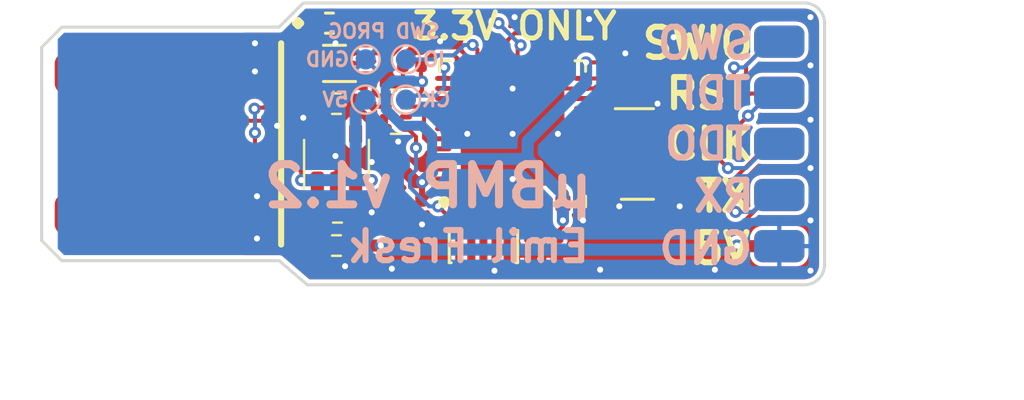
<source format=kicad_pcb>
(kicad_pcb (version 20171130) (host pcbnew 5.0.0-rc1-44a33f2~62~ubuntu16.04.1)

  (general
    (thickness 1.6)
    (drawings 33)
    (tracks 335)
    (zones 0)
    (modules 22)
    (nets 57)
  )

  (page A4)
  (layers
    (0 F.Cu signal)
    (31 B.Cu signal)
    (32 B.Adhes user)
    (33 F.Adhes user)
    (34 B.Paste user)
    (35 F.Paste user)
    (36 B.SilkS user)
    (37 F.SilkS user)
    (38 B.Mask user)
    (39 F.Mask user)
    (40 Dwgs.User user)
    (41 Cmts.User user)
    (42 Eco1.User user)
    (43 Eco2.User user)
    (44 Edge.Cuts user)
    (45 Margin user)
    (46 B.CrtYd user)
    (47 F.CrtYd user)
    (48 B.Fab user)
    (49 F.Fab user)
  )

  (setup
    (last_trace_width 0.2)
    (trace_clearance 0.2)
    (zone_clearance 0.508)
    (zone_45_only yes)
    (trace_min 0.2)
    (segment_width 0.15)
    (edge_width 0.15)
    (via_size 0.6)
    (via_drill 0.3)
    (via_min_size 0.4)
    (via_min_drill 0.3)
    (uvia_size 0.3)
    (uvia_drill 0.1)
    (uvias_allowed no)
    (uvia_min_size 0.2)
    (uvia_min_drill 0.1)
    (pcb_text_width 0.3)
    (pcb_text_size 1.5 1.5)
    (mod_edge_width 0.1)
    (mod_text_size 0.6 0.6)
    (mod_text_width 0.15)
    (pad_size 1.524 1.524)
    (pad_drill 0.762)
    (pad_to_mask_clearance 0.08)
    (aux_axis_origin 0 0)
    (visible_elements FFFFFFFF)
    (pcbplotparams
      (layerselection 0x011f8_ffffffff)
      (usegerberextensions false)
      (usegerberattributes false)
      (usegerberadvancedattributes false)
      (creategerberjobfile false)
      (excludeedgelayer true)
      (linewidth 0.100000)
      (plotframeref false)
      (viasonmask false)
      (mode 1)
      (useauxorigin false)
      (hpglpennumber 1)
      (hpglpenspeed 20)
      (hpglpendiameter 15)
      (psnegative false)
      (psa4output false)
      (plotreference true)
      (plotvalue true)
      (plotinvisibletext false)
      (padsonsilk false)
      (subtractmaskfromsilk true)
      (outputformat 1)
      (mirror false)
      (drillshape 0)
      (scaleselection 1)
      (outputdirectory gerbers/))
  )

  (net 0 "")
  (net 1 +3V3)
  (net 2 GND)
  (net 3 +5V)
  (net 4 /DM)
  (net 5 /DP)
  (net 6 "Net-(U2-Pad4)")
  (net 7 "Net-(F1-Pad1)")
  (net 8 "Net-(U3-Pad6)")
  (net 9 "Net-(U3-Pad5)")
  (net 10 /bmp_core/STM_ID)
  (net 11 "Net-(D1-Pad2)")
  (net 12 /bmp_core/LED_STLINK)
  (net 13 /bmp_core/DP_P)
  (net 14 /bmp_core/BOOT0)
  (net 15 "Net-(U3-Pad46)")
  (net 16 "Net-(U3-Pad45)")
  (net 17 "Net-(U3-Pad43)")
  (net 18 "Net-(U3-Pad42)")
  (net 19 "Net-(U3-Pad41)")
  (net 20 "Net-(U3-Pad40)")
  (net 21 "Net-(U3-Pad39)")
  (net 22 "Net-(U3-Pad38)")
  (net 23 /bmp_core/SWCLK)
  (net 24 /bmp_core/SWDIO)
  (net 25 /bmp_core/DM_P)
  (net 26 /bmp_core/BMP_SWO)
  (net 27 "Net-(U3-Pad29)")
  (net 28 "Net-(U3-Pad28)")
  (net 29 /bmp_core/BMP_SWDIO_TMS)
  (net 30 "Net-(U3-Pad26)")
  (net 31 "Net-(U3-Pad25)")
  (net 32 "Net-(U3-Pad22)")
  (net 33 "Net-(U3-Pad21)")
  (net 34 "Net-(U3-Pad20)")
  (net 35 "Net-(U3-Pad19)")
  (net 36 /bmp_core/BMP_RST)
  (net 37 /bmp_core/BMP_TDI)
  (net 38 /bmp_core/BMP_TDO)
  (net 39 /bmp_core/BMP_SWCLK_TCK)
  (net 40 "Net-(U3-Pad14)")
  (net 41 /bmp_core/BMP_RX)
  (net 42 /bmp_core/BMP_TX)
  (net 43 "Net-(U3-Pad11)")
  (net 44 "Net-(U3-Pad10)")
  (net 45 /bmp_core/NRST)
  (net 46 "Net-(U3-Pad4)")
  (net 47 /bmp_core/BMP_TXo)
  (net 48 /bmp_core/BMP_RXo)
  (net 49 /bmp_core/BMP_SWCLK_TCKo)
  (net 50 /bmp_core/BMP_TDOo)
  (net 51 /bmp_core/BMP_TDIo)
  (net 52 /bmp_core/BMP_RSTo)
  (net 53 /bmp_core/BMP_SWDIO_TMSo)
  (net 54 /bmp_core/BMP_SWOo)
  (net 55 "Net-(U3-Pad3)")
  (net 56 "Net-(RN1-Pad2)")

  (net_class Default "This is the default net class."
    (clearance 0.2)
    (trace_width 0.2)
    (via_dia 0.6)
    (via_drill 0.3)
    (uvia_dia 0.3)
    (uvia_drill 0.1)
    (add_net /DM)
    (add_net /DP)
    (add_net /bmp_core/BMP_RST)
    (add_net /bmp_core/BMP_RSTo)
    (add_net /bmp_core/BMP_RX)
    (add_net /bmp_core/BMP_RXo)
    (add_net /bmp_core/BMP_SWCLK_TCK)
    (add_net /bmp_core/BMP_SWCLK_TCKo)
    (add_net /bmp_core/BMP_SWDIO_TMS)
    (add_net /bmp_core/BMP_SWDIO_TMSo)
    (add_net /bmp_core/BMP_SWO)
    (add_net /bmp_core/BMP_SWOo)
    (add_net /bmp_core/BMP_TDI)
    (add_net /bmp_core/BMP_TDIo)
    (add_net /bmp_core/BMP_TDO)
    (add_net /bmp_core/BMP_TDOo)
    (add_net /bmp_core/BMP_TX)
    (add_net /bmp_core/BMP_TXo)
    (add_net /bmp_core/BOOT0)
    (add_net /bmp_core/DM_P)
    (add_net /bmp_core/DP_P)
    (add_net /bmp_core/LED_STLINK)
    (add_net /bmp_core/NRST)
    (add_net /bmp_core/STM_ID)
    (add_net /bmp_core/SWCLK)
    (add_net /bmp_core/SWDIO)
    (add_net GND)
    (add_net "Net-(D1-Pad2)")
    (add_net "Net-(F1-Pad1)")
    (add_net "Net-(RN1-Pad2)")
    (add_net "Net-(U2-Pad4)")
    (add_net "Net-(U3-Pad10)")
    (add_net "Net-(U3-Pad11)")
    (add_net "Net-(U3-Pad14)")
    (add_net "Net-(U3-Pad19)")
    (add_net "Net-(U3-Pad20)")
    (add_net "Net-(U3-Pad21)")
    (add_net "Net-(U3-Pad22)")
    (add_net "Net-(U3-Pad25)")
    (add_net "Net-(U3-Pad26)")
    (add_net "Net-(U3-Pad28)")
    (add_net "Net-(U3-Pad29)")
    (add_net "Net-(U3-Pad3)")
    (add_net "Net-(U3-Pad38)")
    (add_net "Net-(U3-Pad39)")
    (add_net "Net-(U3-Pad4)")
    (add_net "Net-(U3-Pad40)")
    (add_net "Net-(U3-Pad41)")
    (add_net "Net-(U3-Pad42)")
    (add_net "Net-(U3-Pad43)")
    (add_net "Net-(U3-Pad45)")
    (add_net "Net-(U3-Pad46)")
    (add_net "Net-(U3-Pad5)")
    (add_net "Net-(U3-Pad6)")
  )

  (net_class Power ""
    (clearance 0.2)
    (trace_width 0.6)
    (via_dia 0.6)
    (via_drill 0.3)
    (uvia_dia 0.3)
    (uvia_drill 0.1)
    (add_net +3V3)
    (add_net +5V)
  )

  (module usb:USBPCB (layer F.Cu) (tedit 5ABF65A8) (tstamp 5AE579DE)
    (at 86 106 90)
    (path /5A80B5EC)
    (fp_text reference J2 (at 0 -8.89 90) (layer F.SilkS) hide
      (effects (font (size 1 1) (thickness 0.15)))
    )
    (fp_text value USB_A (at 0 -7.62 90) (layer F.Fab)
      (effects (font (size 1 1) (thickness 0.15)))
    )
    (fp_line (start -4.8 -6.5) (end 4.8 -6.5) (layer F.CrtYd) (width 0.15))
    (fp_line (start 4.8 -6.5) (end 5.8 -5.5) (layer F.CrtYd) (width 0.15))
    (fp_line (start -4.8 -6.5) (end -5.8 -5.5) (layer F.CrtYd) (width 0.15))
    (fp_line (start -5.8 -5.5) (end -5.8 5.5) (layer F.CrtYd) (width 0.15))
    (fp_line (start 5.8 -5.5) (end 5.8 5.5) (layer F.CrtYd) (width 0.15))
    (fp_line (start 5.8 5.5) (end -5.8 5.5) (layer F.CrtYd) (width 0.15))
    (fp_line (start -5.8 5.5) (end 5.8 5.5) (layer B.CrtYd) (width 0.15))
    (fp_line (start 5.8 5.5) (end 5.8 -5.5) (layer B.CrtYd) (width 0.15))
    (fp_line (start 5.8 -5.5) (end 4.8 -6.5) (layer B.CrtYd) (width 0.15))
    (fp_line (start 4.8 -6.5) (end -4.8 -6.5) (layer B.CrtYd) (width 0.15))
    (fp_line (start -4.8 -6.5) (end -5.8 -5.5) (layer B.CrtYd) (width 0.15))
    (fp_line (start -5.8 -5.5) (end -5.8 5.5) (layer B.CrtYd) (width 0.15))
    (fp_poly (pts (xy -4.6 -5.4) (xy -2.5 -5.4) (xy -2.3 -4.8) (xy 2.3 -4.8)
      (xy 2.5 -5.4) (xy 4.6 -5.4) (xy 4.6 2.9) (xy 4.2 3.3)
      (xy -4.2 3.3) (xy -4.6 2.9)) (layer F.Mask) (width 0.15))
    (pad 1 smd roundrect (at -3.5 -1.25 90) (size 2 9) (layers F.Cu)(roundrect_rratio 0.25)
      (net 3 +5V))
    (pad 4 smd roundrect (at 3.5 -1.25 90) (size 2 9) (layers F.Cu)(roundrect_rratio 0.25)
      (net 2 GND))
    (pad 2 smd roundrect (at -1.15 -0.95 90) (size 2 8.4) (layers F.Cu)(roundrect_rratio 0.25)
      (net 4 /DM))
    (pad 3 smd roundrect (at 1.15 -0.95 90) (size 2 8.4) (layers F.Cu)(roundrect_rratio 0.25)
      (net 5 /DP))
  )

  (module leds:LEDC1608X60 (layer F.Cu) (tedit 5ABF5788) (tstamp 5AD35816)
    (at 93.9 100)
    (descr "LED,Chip;1.60mm L X 0.80mm W X 0.60mm H")
    (path /5ABFD4E7/5ABD7118)
    (attr smd)
    (fp_text reference D1 (at -1.6 0.75) (layer F.SilkS) hide
      (effects (font (size 0.6 0.6) (thickness 0.13)))
    )
    (fp_text value GREEN (at 0 0.7) (layer F.Fab)
      (effects (font (size 0.3 0.3) (thickness 0.05)))
    )
    (fp_line (start -0.2 0.5) (end 0.2 0.5) (layer F.SilkS) (width 0.15))
    (fp_line (start -0.2 -0.5) (end 0.2 -0.5) (layer F.SilkS) (width 0.15))
    (fp_line (start -1.685 0) (end -1.558 -0.127) (layer F.SilkS) (width 0.35))
    (fp_line (start -1.558 -0.127) (end -1.431 0) (layer F.SilkS) (width 0.35))
    (fp_line (start -1.431 0) (end -1.558 0.127) (layer F.SilkS) (width 0.35))
    (fp_line (start -1.558 0.127) (end -1.685 0) (layer F.SilkS) (width 0.35))
    (fp_line (start -1.25 -0.6) (end 1.25 -0.6) (layer F.CrtYd) (width 0.05))
    (fp_line (start 0.95 -0.35) (end 0.95 0.35) (layer F.Fab) (width 0.15))
    (fp_line (start 1.25 0.6) (end -1.25 0.6) (layer F.CrtYd) (width 0.05))
    (fp_line (start -1.25 0.6) (end -1.25 -0.6) (layer F.CrtYd) (width 0.05))
    (fp_line (start 1.25 -0.6) (end 1.25 0.6) (layer F.CrtYd) (width 0.05))
    (fp_line (start -0.7 -0.35) (end 0.95 -0.35) (layer F.Fab) (width 0.15))
    (fp_line (start -0.95 0.35) (end -0.95 -0.1) (layer F.Fab) (width 0.15))
    (fp_line (start 0.95 0.35) (end -0.95 0.35) (layer F.Fab) (width 0.15))
    (fp_line (start -0.95 -0.1) (end -0.7 -0.35) (layer F.Fab) (width 0.15))
    (fp_text user %R (at 0 0 180) (layer F.Fab)
      (effects (font (size 0.4 0.4) (thickness 0.075)))
    )
    (pad 2 smd roundrect (at 0.7 0) (size 0.7 0.85) (layers F.Cu F.Paste F.Mask)(roundrect_rratio 0.25)
      (net 11 "Net-(D1-Pad2)"))
    (pad 1 smd roundrect (at -0.7 0) (size 0.7 0.85) (layers F.Cu F.Paste F.Mask)(roundrect_rratio 0.25)
      (net 2 GND))
    (model ${KIPRJMOD}/kicad_libs/3dmodels/step/LED_0603_G.STEP
      (at (xyz 0 0 0))
      (scale (xyz 1 1 1))
      (rotate (xyz 0 0 0))
    )
  )

  (module connectors:2x5_2.54mm_side (layer F.Cu) (tedit 5ABF5287) (tstamp 5AF1B902)
    (at 116.25 106 90)
    (path /5ABFD4E7/5ABD70ED)
    (fp_text reference J1 (at 0 2.54 90) (layer F.SilkS) hide
      (effects (font (size 1 1) (thickness 0.15)))
    )
    (fp_text value Conn_02x05_Counter_Clockwise (at 0 -2.54 90) (layer F.Fab) hide
      (effects (font (size 1 1) (thickness 0.15)))
    )
    (pad 10 smd roundrect (at -5.08 0 90) (size 1.6 2.5) (layers B.Cu B.Mask)(roundrect_rratio 0.25)
      (net 2 GND))
    (pad 6 smd roundrect (at 5.08 0 90) (size 1.6 2.5) (layers B.Cu B.Mask)(roundrect_rratio 0.25)
      (net 54 /bmp_core/BMP_SWOo))
    (pad 2 smd roundrect (at -2.54 0 90) (size 1.6 2.5) (layers F.Cu F.Mask)(roundrect_rratio 0.25)
      (net 47 /bmp_core/BMP_TXo))
    (pad 4 smd roundrect (at 2.54 0 90) (size 1.6 2.5) (layers F.Cu F.Mask)(roundrect_rratio 0.25)
      (net 52 /bmp_core/BMP_RSTo))
    (pad 1 smd roundrect (at -5.08 0 90) (size 1.6 2.5) (layers F.Cu F.Mask)(roundrect_rratio 0.25)
      (net 7 "Net-(F1-Pad1)"))
    (pad 5 smd roundrect (at 5.08 0 90) (size 1.6 2.5) (layers F.Cu F.Mask)(roundrect_rratio 0.25)
      (net 53 /bmp_core/BMP_SWDIO_TMSo))
    (pad 3 smd roundrect (at 0 0 90) (size 1.6 2.5) (layers F.Cu F.Mask)(roundrect_rratio 0.25)
      (net 49 /bmp_core/BMP_SWCLK_TCKo))
    (pad 8 smd roundrect (at 0 0 90) (size 1.6 2.5) (layers B.Cu B.Mask)(roundrect_rratio 0.25)
      (net 50 /bmp_core/BMP_TDOo))
    (pad 7 smd roundrect (at 2.54 0 90) (size 1.6 2.5) (layers B.Cu B.Mask)(roundrect_rratio 0.25)
      (net 51 /bmp_core/BMP_TDIo))
    (pad 9 smd roundrect (at -2.54 0 90) (size 1.6 2.5) (layers B.Cu B.Mask)(roundrect_rratio 0.25)
      (net 48 /bmp_core/BMP_RXo))
    (model ${KISYS3DMOD}/Connector_PinHeader_2.54mm.3dshapes/PinHeader_2x05_P2.54mm_Vertical.step
      (offset (xyz 5.1 -2.3 0.4))
      (scale (xyz 1 1 1))
      (rotate (xyz 0 -90 90))
    )
  )

  (module passive:R_Array_Convex_4x0402 (layer F.Cu) (tedit 5ABF56AE) (tstamp 5ACB1B90)
    (at 97.2 104.4 180)
    (descr "Chip Resistor Network, ROHM MNR04 (see mnr_g.pdf)")
    (tags "resistor array")
    (path /5ABFD4E7/5ABF7111)
    (attr smd)
    (fp_text reference RN1 (at -1.4 0 270) (layer F.SilkS) hide
      (effects (font (size 0.6 0.6) (thickness 0.13)))
    )
    (fp_text value 1.5k (at 0 1.3 180) (layer F.Fab)
      (effects (font (size 0.3 0.3) (thickness 0.05)))
    )
    (fp_line (start 1 1.2) (end -1 1.2) (layer F.CrtYd) (width 0.05))
    (fp_line (start 1 1.2) (end 1 -1.2) (layer F.CrtYd) (width 0.05))
    (fp_line (start -1 -1.2) (end -1 1.2) (layer F.CrtYd) (width 0.05))
    (fp_line (start -1 -1.2) (end 1 -1.2) (layer F.CrtYd) (width 0.05))
    (fp_line (start 0.25 1.1) (end -0.25 1.1) (layer F.SilkS) (width 0.12))
    (fp_line (start 0.25 -1.1) (end -0.25 -1.1) (layer F.SilkS) (width 0.12))
    (fp_line (start -0.5 1) (end -0.5 -1) (layer F.Fab) (width 0.1))
    (fp_line (start 0.5 1) (end -0.5 1) (layer F.Fab) (width 0.1))
    (fp_line (start 0.5 -1) (end 0.5 1) (layer F.Fab) (width 0.1))
    (fp_line (start -0.5 -1) (end 0.5 -1) (layer F.Fab) (width 0.1))
    (fp_text user %R (at 0 0 270) (layer F.Fab)
      (effects (font (size 0.4 0.4) (thickness 0.06)))
    )
    (pad 5 smd oval (at 0.5 0.8 180) (size 0.6 0.4) (layers F.Cu F.Paste F.Mask)
      (net 13 /bmp_core/DP_P))
    (pad 6 smd oval (at 0.5 0.25 180) (size 0.6 0.28) (layers F.Cu F.Paste F.Mask)
      (net 2 GND))
    (pad 8 smd oval (at 0.5 -0.8 180) (size 0.6 0.4) (layers F.Cu F.Paste F.Mask)
      (net 2 GND))
    (pad 7 smd oval (at 0.5 -0.25 180) (size 0.6 0.28) (layers F.Cu F.Paste F.Mask)
      (net 2 GND))
    (pad 4 smd oval (at -0.5 0.8 180) (size 0.6 0.4) (layers F.Cu F.Paste F.Mask)
      (net 1 +3V3))
    (pad 2 smd oval (at -0.5 -0.25 180) (size 0.6 0.28) (layers F.Cu F.Paste F.Mask)
      (net 56 "Net-(RN1-Pad2)"))
    (pad 3 smd oval (at -0.5 0.25 180) (size 0.6 0.28) (layers F.Cu F.Paste F.Mask)
      (net 14 /bmp_core/BOOT0))
    (pad 1 smd oval (at -0.5 -0.8 180) (size 0.6 0.4) (layers F.Cu F.Paste F.Mask)
      (net 10 /bmp_core/STM_ID))
    (model ${KISYS3DMOD}/Resistor_SMD.3dshapes/R_Array_Convex_4x0402.wrl
      (at (xyz 0 0 0))
      (scale (xyz 1 1 1))
      (rotate (xyz 0 0 0))
    )
  )

  (module dfn:DFN-16-1EP_1.6x4mm_P0.5mm (layer F.Cu) (tedit 5ABF5CD7) (tstamp 5ACB16B7)
    (at 109.2 106.5)
    (descr "DHC Package; 16-Lead Plastic DFN (5mm x 3mm) (see Linear Technology DFN_16_05-08-1706.pdf)")
    (tags "DFN 0.5")
    (path /5ABFD4E7/5ABD71AE)
    (attr smd)
    (fp_text reference U1 (at 0 2.85) (layer F.SilkS) hide
      (effects (font (size 0.6 0.6) (thickness 0.13)))
    )
    (fp_text value NUF8401MNT4G (at 1.3 0 90) (layer F.Fab)
      (effects (font (size 0.3 0.3) (thickness 0.05)))
    )
    (fp_line (start -1.1 -2.25) (end 0.8 -2.25) (layer F.SilkS) (width 0.15))
    (fp_line (start -0.8 2.25) (end 0.8 2.25) (layer F.SilkS) (width 0.15))
    (fp_line (start -1.4 2.3) (end 1.4 2.3) (layer F.CrtYd) (width 0.05))
    (fp_line (start -1.4 -2.3) (end 1.4 -2.3) (layer F.CrtYd) (width 0.05))
    (fp_line (start 1.4 -2.3) (end 1.4 2.3) (layer F.CrtYd) (width 0.05))
    (fp_line (start -1.4 -2.3) (end -1.4 2.3) (layer F.CrtYd) (width 0.05))
    (fp_line (start -0.8 -1.5) (end -0.3 -2) (layer F.Fab) (width 0.15))
    (fp_line (start -0.8 2) (end -0.8 -1.5) (layer F.Fab) (width 0.15))
    (fp_line (start 0.8 2) (end -0.8 2) (layer F.Fab) (width 0.15))
    (fp_line (start 0.8 -2) (end 0.8 2) (layer F.Fab) (width 0.15))
    (fp_line (start -0.3 -2) (end 0.8 -2) (layer F.Fab) (width 0.15))
    (fp_text user %R (at 0 0 90) (layer F.Fab)
      (effects (font (size 0.7 0.7) (thickness 0.105)))
    )
    (pad 17 smd roundrect (at 0 0) (size 0.5 4.1) (layers F.Cu F.Paste F.Mask)(roundrect_rratio 0.25)
      (net 2 GND) (solder_paste_margin -0.1))
    (pad 16 smd roundrect (at 0.825 -1.75) (size 0.65 0.25) (layers F.Cu F.Paste F.Mask)(roundrect_rratio 0.5)
      (net 54 /bmp_core/BMP_SWOo))
    (pad 15 smd roundrect (at 0.825 -1.25) (size 0.65 0.25) (layers F.Cu F.Paste F.Mask)(roundrect_rratio 0.5)
      (net 53 /bmp_core/BMP_SWDIO_TMSo))
    (pad 14 smd roundrect (at 0.825 -0.75) (size 0.65 0.25) (layers F.Cu F.Paste F.Mask)(roundrect_rratio 0.5)
      (net 52 /bmp_core/BMP_RSTo))
    (pad 13 smd roundrect (at 0.825 -0.25) (size 0.65 0.25) (layers F.Cu F.Paste F.Mask)(roundrect_rratio 0.5)
      (net 51 /bmp_core/BMP_TDIo))
    (pad 12 smd roundrect (at 0.825 0.25) (size 0.65 0.25) (layers F.Cu F.Paste F.Mask)(roundrect_rratio 0.5)
      (net 50 /bmp_core/BMP_TDOo))
    (pad 11 smd roundrect (at 0.825 0.75) (size 0.65 0.25) (layers F.Cu F.Paste F.Mask)(roundrect_rratio 0.5)
      (net 49 /bmp_core/BMP_SWCLK_TCKo))
    (pad 10 smd roundrect (at 0.825 1.25) (size 0.65 0.25) (layers F.Cu F.Paste F.Mask)(roundrect_rratio 0.5)
      (net 48 /bmp_core/BMP_RXo))
    (pad 9 smd roundrect (at 0.825 1.75) (size 0.65 0.25) (layers F.Cu F.Paste F.Mask)(roundrect_rratio 0.5)
      (net 47 /bmp_core/BMP_TXo))
    (pad 8 smd roundrect (at -0.825 1.75) (size 0.65 0.25) (layers F.Cu F.Paste F.Mask)(roundrect_rratio 0.5)
      (net 42 /bmp_core/BMP_TX))
    (pad 7 smd roundrect (at -0.825 1.25) (size 0.65 0.25) (layers F.Cu F.Paste F.Mask)(roundrect_rratio 0.5)
      (net 41 /bmp_core/BMP_RX))
    (pad 6 smd roundrect (at -0.825 0.75) (size 0.65 0.25) (layers F.Cu F.Paste F.Mask)(roundrect_rratio 0.5)
      (net 39 /bmp_core/BMP_SWCLK_TCK))
    (pad 5 smd roundrect (at -0.825 0.25) (size 0.65 0.25) (layers F.Cu F.Paste F.Mask)(roundrect_rratio 0.5)
      (net 38 /bmp_core/BMP_TDO))
    (pad 4 smd roundrect (at -0.825 -0.25) (size 0.65 0.25) (layers F.Cu F.Paste F.Mask)(roundrect_rratio 0.5)
      (net 37 /bmp_core/BMP_TDI))
    (pad 3 smd roundrect (at -0.825 -0.75) (size 0.65 0.25) (layers F.Cu F.Paste F.Mask)(roundrect_rratio 0.5)
      (net 36 /bmp_core/BMP_RST))
    (pad 2 smd roundrect (at -0.825 -1.25) (size 0.65 0.25) (layers F.Cu F.Paste F.Mask)(roundrect_rratio 0.5)
      (net 29 /bmp_core/BMP_SWDIO_TMS))
    (pad 1 smd roundrect (at -0.825 -1.75) (size 0.65 0.25) (layers F.Cu F.Paste F.Mask)(roundrect_rratio 0.5)
      (net 26 /bmp_core/BMP_SWO))
    (model ${KIPRJMOD}/kicad_libs/3dmodels/step/DFN16_4x1.6mm_0.5P.step
      (at (xyz 0 0 0))
      (scale (xyz 1 1 1))
      (rotate (xyz 0 0 0))
    )
  )

  (module crystals:Resonator_3pin_3.2x1.3mm (layer F.Cu) (tedit 5ABF56C3) (tstamp 5ACB101A)
    (at 101.55 111.1)
    (path /5ABFD4E7/5ABD6FC6)
    (fp_text reference Y1 (at 0 -1.4) (layer F.SilkS) hide
      (effects (font (size 0.6 0.6) (thickness 0.13)))
    )
    (fp_text value PRQC8.00CR1010V00L (at 0 1) (layer F.Fab)
      (effects (font (size 0.3 0.3) (thickness 0.05)))
    )
    (fp_text user %R (at 0 0) (layer F.Fab)
      (effects (font (size 0.6 0.6) (thickness 0.1)))
    )
    (fp_line (start -1.6 0.6) (end -1.6 -0.6) (layer F.Fab) (width 0.1))
    (fp_line (start 1.6 0.6) (end -1.6 0.6) (layer F.Fab) (width 0.1))
    (fp_line (start 1.6 -0.6) (end 1.6 0.6) (layer F.Fab) (width 0.1))
    (fp_line (start -1.6 -0.6) (end 1.6 -0.6) (layer F.Fab) (width 0.1))
    (fp_line (start 1.7 0.8) (end 1.6 0.8) (layer F.SilkS) (width 0.15))
    (fp_line (start 1.7 -0.8) (end 1.7 0.8) (layer F.SilkS) (width 0.15))
    (fp_line (start 1.6 -0.8) (end 1.7 -0.8) (layer F.SilkS) (width 0.15))
    (fp_line (start -1.7 0.8) (end -1.6 0.8) (layer F.SilkS) (width 0.15))
    (fp_line (start -1.7 -0.8) (end -1.7 0.8) (layer F.SilkS) (width 0.15))
    (fp_line (start -1.6 -0.8) (end -1.7 -0.8) (layer F.SilkS) (width 0.15))
    (fp_line (start -1.8 0.9) (end -1.8 -0.9) (layer F.CrtYd) (width 0.05))
    (fp_line (start 1.8 0.9) (end -1.8 0.9) (layer F.CrtYd) (width 0.05))
    (fp_line (start 1.8 -0.9) (end 1.8 0.9) (layer F.CrtYd) (width 0.05))
    (fp_line (start -1.8 -0.9) (end 1.8 -0.9) (layer F.CrtYd) (width 0.05))
    (pad 3 smd oval (at 1.2 0) (size 0.4 1.9) (layers F.Cu F.Paste F.Mask)
      (net 8 "Net-(U3-Pad6)"))
    (pad 2 smd oval (at 0 0) (size 0.4 1.9) (layers F.Cu F.Paste F.Mask)
      (net 2 GND))
    (pad 1 smd oval (at -1.2 0) (size 0.4 1.9) (layers F.Cu F.Paste F.Mask)
      (net 9 "Net-(U3-Pad5)"))
    (model ${KIPRJMOD}/kicad_libs/3dmodels/step/resonator_CSTCE.stp
      (at (xyz 0 0 0))
      (scale (xyz 1 1 1))
      (rotate (xyz 0 0 0))
    )
  )

  (module sot:SOT-23-5 (layer F.Cu) (tedit 5ABF56B1) (tstamp 5ACB06E0)
    (at 94.25 106.7 90)
    (descr "5-pin SOT23 package")
    (tags SOT-23-5)
    (path /5ABFD4E7/5ABD702A)
    (attr smd)
    (fp_text reference U2 (at 0 2.2 90) (layer F.SilkS) hide
      (effects (font (size 0.6 0.6) (thickness 0.13)))
    )
    (fp_text value MIC5245-3.3 (at 1.25 0 180) (layer F.Fab)
      (effects (font (size 0.3 0.3) (thickness 0.05)))
    )
    (fp_line (start 0.9 -1.55) (end 0.9 1.55) (layer F.Fab) (width 0.15))
    (fp_line (start 0.9 1.55) (end -0.9 1.55) (layer F.Fab) (width 0.15))
    (fp_line (start -0.9 -0.9) (end -0.9 1.55) (layer F.Fab) (width 0.15))
    (fp_line (start 0.9 -1.55) (end -0.25 -1.55) (layer F.Fab) (width 0.15))
    (fp_line (start -0.9 -0.9) (end -0.25 -1.55) (layer F.Fab) (width 0.15))
    (fp_line (start -1.9 1.8) (end -1.9 -1.8) (layer F.CrtYd) (width 0.05))
    (fp_line (start 1.9 1.8) (end -1.9 1.8) (layer F.CrtYd) (width 0.05))
    (fp_line (start 1.9 -1.8) (end 1.9 1.8) (layer F.CrtYd) (width 0.05))
    (fp_line (start -1.9 -1.8) (end 1.9 -1.8) (layer F.CrtYd) (width 0.05))
    (fp_line (start 0.9 -1.61) (end -1.55 -1.61) (layer F.SilkS) (width 0.12))
    (fp_line (start -0.9 1.61) (end 0.9 1.61) (layer F.SilkS) (width 0.12))
    (fp_text user %R (at 0 0 180) (layer F.Fab)
      (effects (font (size 0.6 0.6) (thickness 0.1)))
    )
    (pad 5 smd roundrect (at 1.2 -0.95 90) (size 1.06 0.65) (layers F.Cu F.Paste F.Mask)(roundrect_rratio 0.25)
      (net 1 +3V3))
    (pad 4 smd roundrect (at 1.2 0.95 90) (size 1.06 0.65) (layers F.Cu F.Paste F.Mask)(roundrect_rratio 0.25)
      (net 6 "Net-(U2-Pad4)"))
    (pad 3 smd roundrect (at -1.2 0.95 90) (size 1.06 0.65) (layers F.Cu F.Paste F.Mask)(roundrect_rratio 0.25)
      (net 3 +5V))
    (pad 2 smd roundrect (at -1.2 0 90) (size 1.06 0.65) (layers F.Cu F.Paste F.Mask)(roundrect_rratio 0.25)
      (net 2 GND))
    (pad 1 smd roundrect (at -1.2 -0.95 90) (size 1.06 0.65) (layers F.Cu F.Paste F.Mask)(roundrect_rratio 0.25)
      (net 3 +5V))
    (model ${KISYS3DMOD}/Package_TO_SOT_SMD.3dshapes/SOT-23-5.wrl
      (at (xyz 0 0 0))
      (scale (xyz 1 1 1))
      (rotate (xyz 0 0 0))
    )
  )

  (module dfn:DFN-6-1EP_1.2x1.6mm_P0.5mm (layer F.Cu) (tedit 5ABF5D0B) (tstamp 5ACB0115)
    (at 94.2 102 180)
    (descr "DC6 Package; 6-Lead Plastic DFN (2mm x 2mm) (see Linear Technology DFN_6_05-08-1703.pdf)")
    (tags "DFN 0.5")
    (path /5ABFD4E7/5ABD71A7)
    (attr smd)
    (fp_text reference U4 (at 1.5 0 270) (layer F.SilkS) hide
      (effects (font (size 0.6 0.6) (thickness 0.13)))
    )
    (fp_text value NUF2042XV6T1G (at -2.7 0.85) (layer F.Fab)
      (effects (font (size 0.3 0.3) (thickness 0.05)))
    )
    (fp_line (start -1 -0.9) (end 0.6 -0.9) (layer F.SilkS) (width 0.15))
    (fp_line (start -0.5 0.9) (end 0.6 0.9) (layer F.SilkS) (width 0.15))
    (fp_line (start -1.1 0.9) (end 1.1 0.9) (layer F.CrtYd) (width 0.05))
    (fp_line (start -1.1 -0.9) (end 1.1 -0.9) (layer F.CrtYd) (width 0.05))
    (fp_line (start 1.1 -0.9) (end 1.1 0.9) (layer F.CrtYd) (width 0.05))
    (fp_line (start -1.1 -0.9) (end -1.1 0.9) (layer F.CrtYd) (width 0.05))
    (fp_line (start -0.7 -0.4) (end -0.3 -0.8) (layer F.Fab) (width 0.15))
    (fp_line (start -0.7 0.8) (end -0.7 -0.4) (layer F.Fab) (width 0.15))
    (fp_line (start 0.7 0.8) (end -0.7 0.8) (layer F.Fab) (width 0.15))
    (fp_line (start 0.7 -0.8) (end 0.7 0.8) (layer F.Fab) (width 0.15))
    (fp_line (start -0.3 -0.8) (end 0.7 -0.8) (layer F.Fab) (width 0.15))
    (fp_text user %R (at 0 0 270) (layer F.Fab)
      (effects (font (size 0.4 0.4) (thickness 0.05)))
    )
    (pad 6 smd roundrect (at 0.725 -0.5 180) (size 0.6 0.28) (layers F.Cu F.Paste F.Mask)(roundrect_rratio 0.5)
      (net 5 /DP))
    (pad 5 smd roundrect (at 0.725 0 180) (size 0.6 0.28) (layers F.Cu F.Paste F.Mask)(roundrect_rratio 0.5)
      (net 3 +5V))
    (pad 4 smd roundrect (at 0.725 0.5 180) (size 0.6 0.28) (layers F.Cu F.Paste F.Mask)(roundrect_rratio 0.5)
      (net 4 /DM))
    (pad 3 smd roundrect (at -0.725 0.5 180) (size 0.6 0.28) (layers F.Cu F.Paste F.Mask)(roundrect_rratio 0.5)
      (net 25 /bmp_core/DM_P))
    (pad 2 smd roundrect (at -0.725 0 180) (size 0.6 0.28) (layers F.Cu F.Paste F.Mask)(roundrect_rratio 0.5)
      (net 2 GND))
    (pad 1 smd roundrect (at -0.725 -0.5 180) (size 0.6 0.28) (layers F.Cu F.Paste F.Mask)(roundrect_rratio 0.5)
      (net 13 /bmp_core/DP_P))
    (model ${KIPRJMOD}/kicad_libs/3dmodels/step/SOT563.step
      (at (xyz 0 0 0))
      (scale (xyz 1 1 1))
      (rotate (xyz 0 0 0))
    )
  )

  (module passive:C_0402_1005Metric_Rounded (layer F.Cu) (tedit 5ABF56A7) (tstamp 5AF1B8AA)
    (at 98 102.1 180)
    (descr "Capacitor SMD 0402 (1005 Metric), square (rectangular) end terminal, IPC_7351 nominal, (Body size source: http://www.tortai-tech.com/upload/download/2011102023233369053.pdf), generated with kicad-footprint-generator")
    (tags capacitor)
    (path /5ABFD4E7/5ABD6FB1)
    (attr smd)
    (fp_text reference C6 (at 0 0.9 180) (layer F.SilkS) hide
      (effects (font (size 0.6 0.6) (thickness 0.13)))
    )
    (fp_text value 100n (at 1.3 0 180) (layer F.Fab)
      (effects (font (size 0.3 0.3) (thickness 0.05)))
    )
    (fp_text user %R (at 0.0125 0 180) (layer F.Fab)
      (effects (font (size 0.3 0.3) (thickness 0.05)))
    )
    (fp_line (start 0.82 0.48) (end -0.82 0.48) (layer F.CrtYd) (width 0.05))
    (fp_line (start 0.82 -0.48) (end 0.82 0.48) (layer F.CrtYd) (width 0.05))
    (fp_line (start -0.82 -0.48) (end 0.82 -0.48) (layer F.CrtYd) (width 0.05))
    (fp_line (start -0.82 0.48) (end -0.82 -0.48) (layer F.CrtYd) (width 0.05))
    (fp_line (start 0.5 0.25) (end -0.5 0.25) (layer F.Fab) (width 0.1))
    (fp_line (start 0.5 -0.25) (end 0.5 0.25) (layer F.Fab) (width 0.1))
    (fp_line (start -0.5 -0.25) (end 0.5 -0.25) (layer F.Fab) (width 0.1))
    (fp_line (start -0.5 0.25) (end -0.5 -0.25) (layer F.Fab) (width 0.1))
    (pad 2 smd roundrect (at 0.45 0 180) (size 0.575 0.65) (layers F.Cu F.Paste F.Mask)(roundrect_rratio 0.25)
      (net 2 GND))
    (pad 1 smd roundrect (at -0.45 0 180) (size 0.575 0.65) (layers F.Cu F.Paste F.Mask)(roundrect_rratio 0.25)
      (net 1 +3V3))
    (model ${KISYS3DMOD}/Capacitor_SMD.3dshapes/C_0402_1005Metric.wrl
      (at (xyz 0 0 0))
      (scale (xyz 1 1 1))
      (rotate (xyz 0 0 0))
    )
  )

  (module passive:C_0402_1005Metric_Rounded (layer F.Cu) (tedit 5ABF56D3) (tstamp 5AD36F78)
    (at 108.3 102.4)
    (descr "Capacitor SMD 0402 (1005 Metric), square (rectangular) end terminal, IPC_7351 nominal, (Body size source: http://www.tortai-tech.com/upload/download/2011102023233369053.pdf), generated with kicad-footprint-generator")
    (tags capacitor)
    (path /5ABFD4E7/5ABD6FB8)
    (attr smd)
    (fp_text reference C4 (at 0 1) (layer F.SilkS) hide
      (effects (font (size 0.6 0.6) (thickness 0.13)))
    )
    (fp_text value 100n (at 1.3 0) (layer F.Fab)
      (effects (font (size 0.3 0.3) (thickness 0.05)))
    )
    (fp_text user %R (at 0.0125 0) (layer F.Fab)
      (effects (font (size 0.3 0.3) (thickness 0.05)))
    )
    (fp_line (start 0.82 0.48) (end -0.82 0.48) (layer F.CrtYd) (width 0.05))
    (fp_line (start 0.82 -0.48) (end 0.82 0.48) (layer F.CrtYd) (width 0.05))
    (fp_line (start -0.82 -0.48) (end 0.82 -0.48) (layer F.CrtYd) (width 0.05))
    (fp_line (start -0.82 0.48) (end -0.82 -0.48) (layer F.CrtYd) (width 0.05))
    (fp_line (start 0.5 0.25) (end -0.5 0.25) (layer F.Fab) (width 0.1))
    (fp_line (start 0.5 -0.25) (end 0.5 0.25) (layer F.Fab) (width 0.1))
    (fp_line (start -0.5 -0.25) (end 0.5 -0.25) (layer F.Fab) (width 0.1))
    (fp_line (start -0.5 0.25) (end -0.5 -0.25) (layer F.Fab) (width 0.1))
    (pad 2 smd roundrect (at 0.45 0) (size 0.575 0.65) (layers F.Cu F.Paste F.Mask)(roundrect_rratio 0.25)
      (net 2 GND))
    (pad 1 smd roundrect (at -0.45 0) (size 0.575 0.65) (layers F.Cu F.Paste F.Mask)(roundrect_rratio 0.25)
      (net 1 +3V3))
    (model ${KISYS3DMOD}/Capacitor_SMD.3dshapes/C_0402_1005Metric.wrl
      (at (xyz 0 0 0))
      (scale (xyz 1 1 1))
      (rotate (xyz 0 0 0))
    )
  )

  (module passive:C_0402_1005Metric_Rounded (layer F.Cu) (tedit 5ABF56BD) (tstamp 5AF1B88E)
    (at 98 108.8 180)
    (descr "Capacitor SMD 0402 (1005 Metric), square (rectangular) end terminal, IPC_7351 nominal, (Body size source: http://www.tortai-tech.com/upload/download/2011102023233369053.pdf), generated with kicad-footprint-generator")
    (tags capacitor)
    (path /5ABFD4E7/5ABD6FBF)
    (attr smd)
    (fp_text reference C3 (at 1.5 0 180) (layer F.SilkS) hide
      (effects (font (size 0.6 0.6) (thickness 0.13)))
    )
    (fp_text value 100n (at 1.3 0 180) (layer F.Fab)
      (effects (font (size 0.3 0.3) (thickness 0.05)))
    )
    (fp_text user %R (at 0.0125 0 180) (layer F.Fab)
      (effects (font (size 0.3 0.3) (thickness 0.05)))
    )
    (fp_line (start 0.82 0.48) (end -0.82 0.48) (layer F.CrtYd) (width 0.05))
    (fp_line (start 0.82 -0.48) (end 0.82 0.48) (layer F.CrtYd) (width 0.05))
    (fp_line (start -0.82 -0.48) (end 0.82 -0.48) (layer F.CrtYd) (width 0.05))
    (fp_line (start -0.82 0.48) (end -0.82 -0.48) (layer F.CrtYd) (width 0.05))
    (fp_line (start 0.5 0.25) (end -0.5 0.25) (layer F.Fab) (width 0.1))
    (fp_line (start 0.5 -0.25) (end 0.5 0.25) (layer F.Fab) (width 0.1))
    (fp_line (start -0.5 -0.25) (end 0.5 -0.25) (layer F.Fab) (width 0.1))
    (fp_line (start -0.5 0.25) (end -0.5 -0.25) (layer F.Fab) (width 0.1))
    (pad 2 smd roundrect (at 0.45 0 180) (size 0.575 0.65) (layers F.Cu F.Paste F.Mask)(roundrect_rratio 0.25)
      (net 2 GND))
    (pad 1 smd roundrect (at -0.45 0 180) (size 0.575 0.65) (layers F.Cu F.Paste F.Mask)(roundrect_rratio 0.25)
      (net 1 +3V3))
    (model ${KISYS3DMOD}/Capacitor_SMD.3dshapes/C_0402_1005Metric.wrl
      (at (xyz 0 0 0))
      (scale (xyz 1 1 1))
      (rotate (xyz 0 0 0))
    )
  )

  (module passive:C_0402_1005Metric_Rounded (layer F.Cu) (tedit 5ABF56C6) (tstamp 5AF1B880)
    (at 103.9 111.1 90)
    (descr "Capacitor SMD 0402 (1005 Metric), square (rectangular) end terminal, IPC_7351 nominal, (Body size source: http://www.tortai-tech.com/upload/download/2011102023233369053.pdf), generated with kicad-footprint-generator")
    (tags capacitor)
    (path /5ABFD4E7/5ABD7191)
    (attr smd)
    (fp_text reference C1 (at 1.3 0 180) (layer F.SilkS) hide
      (effects (font (size 0.6 0.6) (thickness 0.13)))
    )
    (fp_text value 100n (at 1.3 0 90) (layer F.Fab)
      (effects (font (size 0.3 0.3) (thickness 0.05)))
    )
    (fp_text user %R (at 0.0125 0 90) (layer F.Fab)
      (effects (font (size 0.3 0.3) (thickness 0.05)))
    )
    (fp_line (start 0.82 0.48) (end -0.82 0.48) (layer F.CrtYd) (width 0.05))
    (fp_line (start 0.82 -0.48) (end 0.82 0.48) (layer F.CrtYd) (width 0.05))
    (fp_line (start -0.82 -0.48) (end 0.82 -0.48) (layer F.CrtYd) (width 0.05))
    (fp_line (start -0.82 0.48) (end -0.82 -0.48) (layer F.CrtYd) (width 0.05))
    (fp_line (start 0.5 0.25) (end -0.5 0.25) (layer F.Fab) (width 0.1))
    (fp_line (start 0.5 -0.25) (end 0.5 0.25) (layer F.Fab) (width 0.1))
    (fp_line (start -0.5 -0.25) (end 0.5 -0.25) (layer F.Fab) (width 0.1))
    (fp_line (start -0.5 0.25) (end -0.5 -0.25) (layer F.Fab) (width 0.1))
    (pad 2 smd roundrect (at 0.45 0 90) (size 0.575 0.65) (layers F.Cu F.Paste F.Mask)(roundrect_rratio 0.25)
      (net 45 /bmp_core/NRST))
    (pad 1 smd roundrect (at -0.45 0 90) (size 0.575 0.65) (layers F.Cu F.Paste F.Mask)(roundrect_rratio 0.25)
      (net 2 GND))
    (model ${KISYS3DMOD}/Capacitor_SMD.3dshapes/C_0402_1005Metric.wrl
      (at (xyz 0 0 0))
      (scale (xyz 1 1 1))
      (rotate (xyz 0 0 0))
    )
  )

  (module passive:C_0402_1005Metric_Rounded (layer F.Cu) (tedit 5ABF56C9) (tstamp 5AF1B872)
    (at 105.2 111.1 270)
    (descr "Capacitor SMD 0402 (1005 Metric), square (rectangular) end terminal, IPC_7351 nominal, (Body size source: http://www.tortai-tech.com/upload/download/2011102023233369053.pdf), generated with kicad-footprint-generator")
    (tags capacitor)
    (path /5ABFD4E7/5ABD6FAA)
    (attr smd)
    (fp_text reference C7 (at -1.3 0) (layer F.SilkS) hide
      (effects (font (size 0.6 0.6) (thickness 0.13)))
    )
    (fp_text value 100n (at 1.3 0 270) (layer F.Fab)
      (effects (font (size 0.3 0.3) (thickness 0.05)))
    )
    (fp_text user %R (at 0.0125 0 270) (layer F.Fab)
      (effects (font (size 0.3 0.3) (thickness 0.05)))
    )
    (fp_line (start 0.82 0.48) (end -0.82 0.48) (layer F.CrtYd) (width 0.05))
    (fp_line (start 0.82 -0.48) (end 0.82 0.48) (layer F.CrtYd) (width 0.05))
    (fp_line (start -0.82 -0.48) (end 0.82 -0.48) (layer F.CrtYd) (width 0.05))
    (fp_line (start -0.82 0.48) (end -0.82 -0.48) (layer F.CrtYd) (width 0.05))
    (fp_line (start 0.5 0.25) (end -0.5 0.25) (layer F.Fab) (width 0.1))
    (fp_line (start 0.5 -0.25) (end 0.5 0.25) (layer F.Fab) (width 0.1))
    (fp_line (start -0.5 -0.25) (end 0.5 -0.25) (layer F.Fab) (width 0.1))
    (fp_line (start -0.5 0.25) (end -0.5 -0.25) (layer F.Fab) (width 0.1))
    (pad 2 smd roundrect (at 0.45 0 270) (size 0.575 0.65) (layers F.Cu F.Paste F.Mask)(roundrect_rratio 0.25)
      (net 2 GND))
    (pad 1 smd roundrect (at -0.45 0 270) (size 0.575 0.65) (layers F.Cu F.Paste F.Mask)(roundrect_rratio 0.25)
      (net 1 +3V3))
    (model ${KISYS3DMOD}/Capacitor_SMD.3dshapes/C_0402_1005Metric.wrl
      (at (xyz 0 0 0))
      (scale (xyz 1 1 1))
      (rotate (xyz 0 0 0))
    )
  )

  (module passive:C_0603_1608Metric_Rounded (layer F.Cu) (tedit 5ABF56AA) (tstamp 5AF1B862)
    (at 94.25 104 180)
    (descr "Capacitor SMD 0603 (1608 Metric), square (rectangular) end terminal, IPC_7351 nominal, (Body size source: http://www.tortai-tech.com/upload/download/2011102023233369053.pdf), generated with kicad-footprint-generator")
    (tags capacitor)
    (path /5ABFD4E7/5ABD7049)
    (attr smd)
    (fp_text reference C5 (at 1.75 0 270) (layer F.SilkS) hide
      (effects (font (size 0.6 0.6) (thickness 0.13)))
    )
    (fp_text value 4.7u (at 0 -0.7 180) (layer F.Fab)
      (effects (font (size 0.3 0.3) (thickness 0.05)))
    )
    (fp_line (start -0.8 0.4) (end -0.8 -0.4) (layer F.Fab) (width 0.1))
    (fp_line (start -0.8 -0.4) (end 0.8 -0.4) (layer F.Fab) (width 0.1))
    (fp_line (start 0.8 -0.4) (end 0.8 0.4) (layer F.Fab) (width 0.1))
    (fp_line (start 0.8 0.4) (end -0.8 0.4) (layer F.Fab) (width 0.1))
    (fp_line (start -0.22 -0.51) (end 0.22 -0.51) (layer F.SilkS) (width 0.12))
    (fp_line (start -0.22 0.51) (end 0.22 0.51) (layer F.SilkS) (width 0.12))
    (fp_line (start -1.35 0.7) (end -1.35 -0.7) (layer F.CrtYd) (width 0.05))
    (fp_line (start -1.35 -0.7) (end 1.35 -0.7) (layer F.CrtYd) (width 0.05))
    (fp_line (start 1.35 -0.7) (end 1.35 0.7) (layer F.CrtYd) (width 0.05))
    (fp_line (start 1.35 0.7) (end -1.35 0.7) (layer F.CrtYd) (width 0.05))
    (fp_text user %R (at -0.05 0 180) (layer F.Fab)
      (effects (font (size 0.3 0.3) (thickness 0.05)))
    )
    (pad 1 smd roundrect (at -0.8 0 180) (size 0.75 1) (layers F.Cu F.Paste F.Mask)(roundrect_rratio 0.25)
      (net 1 +3V3))
    (pad 2 smd roundrect (at 0.8 0 180) (size 0.75 1) (layers F.Cu F.Paste F.Mask)(roundrect_rratio 0.25)
      (net 2 GND))
    (model ${KISYS3DMOD}/Capacitor_SMD.3dshapes/C_0603_1608Metric.wrl
      (at (xyz 0 0 0))
      (scale (xyz 1 1 1))
      (rotate (xyz 0 0 0))
    )
  )

  (module passive:C_0603_1608Metric_Rounded (layer F.Cu) (tedit 5ABF56BA) (tstamp 5AF1B852)
    (at 94.3 109.4)
    (descr "Capacitor SMD 0603 (1608 Metric), square (rectangular) end terminal, IPC_7351 nominal, (Body size source: http://www.tortai-tech.com/upload/download/2011102023233369053.pdf), generated with kicad-footprint-generator")
    (tags capacitor)
    (path /5ABFD4E7/5ABD703B)
    (attr smd)
    (fp_text reference C2 (at -1.9 0) (layer F.SilkS) hide
      (effects (font (size 0.6 0.6) (thickness 0.13)))
    )
    (fp_text value 4.7u (at 0 0.7) (layer F.Fab)
      (effects (font (size 0.3 0.3) (thickness 0.05)))
    )
    (fp_line (start -0.8 0.4) (end -0.8 -0.4) (layer F.Fab) (width 0.1))
    (fp_line (start -0.8 -0.4) (end 0.8 -0.4) (layer F.Fab) (width 0.1))
    (fp_line (start 0.8 -0.4) (end 0.8 0.4) (layer F.Fab) (width 0.1))
    (fp_line (start 0.8 0.4) (end -0.8 0.4) (layer F.Fab) (width 0.1))
    (fp_line (start -0.22 -0.51) (end 0.22 -0.51) (layer F.SilkS) (width 0.12))
    (fp_line (start -0.22 0.51) (end 0.22 0.51) (layer F.SilkS) (width 0.12))
    (fp_line (start -1.35 0.7) (end -1.35 -0.7) (layer F.CrtYd) (width 0.05))
    (fp_line (start -1.35 -0.7) (end 1.35 -0.7) (layer F.CrtYd) (width 0.05))
    (fp_line (start 1.35 -0.7) (end 1.35 0.7) (layer F.CrtYd) (width 0.05))
    (fp_line (start 1.35 0.7) (end -1.35 0.7) (layer F.CrtYd) (width 0.05))
    (fp_text user %R (at -0.05 0) (layer F.Fab)
      (effects (font (size 0.3 0.3) (thickness 0.05)))
    )
    (pad 1 smd roundrect (at -0.8 0) (size 0.75 1) (layers F.Cu F.Paste F.Mask)(roundrect_rratio 0.25)
      (net 3 +5V))
    (pad 2 smd roundrect (at 0.8 0) (size 0.75 1) (layers F.Cu F.Paste F.Mask)(roundrect_rratio 0.25)
      (net 2 GND))
    (model ${KISYS3DMOD}/Capacitor_SMD.3dshapes/C_0603_1608Metric.wrl
      (at (xyz 0 0 0))
      (scale (xyz 1 1 1))
      (rotate (xyz 0 0 0))
    )
  )

  (module passive:R_0402_1005Metric_Rounded (layer F.Cu) (tedit 5ABF56A1) (tstamp 5AF1B7FA)
    (at 96.4 100 180)
    (descr "Resistor SMD 0402 (1005 Metric), square (rectangular) end terminal, IPC_7351 nominal, (Body size source: http://www.tortai-tech.com/upload/download/2011102023233369053.pdf), generated with kicad-footprint-generator")
    (tags resistor)
    (path /5ABFD4E7/5ABD711F)
    (attr smd)
    (fp_text reference R1 (at -1.5 0 180) (layer F.SilkS) hide
      (effects (font (size 0.6 0.6) (thickness 0.13)))
    )
    (fp_text value 470 (at -1.05 0 180) (layer F.Fab)
      (effects (font (size 0.3 0.3) (thickness 0.05)))
    )
    (fp_text user %R (at 0 0 180) (layer F.Fab)
      (effects (font (size 0.3 0.3) (thickness 0.05)))
    )
    (fp_line (start 0.82 0.48) (end -0.82 0.48) (layer F.CrtYd) (width 0.05))
    (fp_line (start 0.82 -0.48) (end 0.82 0.48) (layer F.CrtYd) (width 0.05))
    (fp_line (start -0.82 -0.48) (end 0.82 -0.48) (layer F.CrtYd) (width 0.05))
    (fp_line (start -0.82 0.48) (end -0.82 -0.48) (layer F.CrtYd) (width 0.05))
    (fp_line (start 0.5 0.25) (end -0.5 0.25) (layer F.Fab) (width 0.1))
    (fp_line (start 0.5 -0.25) (end 0.5 0.25) (layer F.Fab) (width 0.1))
    (fp_line (start -0.5 -0.25) (end 0.5 -0.25) (layer F.Fab) (width 0.1))
    (fp_line (start -0.5 0.25) (end -0.5 -0.25) (layer F.Fab) (width 0.1))
    (pad 2 smd roundrect (at 0.45 0 180) (size 0.575 0.65) (layers F.Cu F.Paste F.Mask)(roundrect_rratio 0.25)
      (net 11 "Net-(D1-Pad2)"))
    (pad 1 smd roundrect (at -0.45 0 180) (size 0.575 0.65) (layers F.Cu F.Paste F.Mask)(roundrect_rratio 0.25)
      (net 12 /bmp_core/LED_STLINK))
    (model ${KISYS3DMOD}/Resistor_SMD.3dshapes/R_0402_1005Metric.wrl
      (at (xyz 0 0 0))
      (scale (xyz 1 1 1))
      (rotate (xyz 0 0 0))
    )
  )

  (module passive:R_0603_1608Metric_Rounded (layer F.Cu) (tedit 5ABF6048) (tstamp 5AF1B7EA)
    (at 94.25 111.05 180)
    (descr "Resistor SMD 0603 (1608 Metric), square (rectangular) end terminal, IPC_7351 nominal, (Body size source: http://www.tortai-tech.com/upload/download/2011102023233369053.pdf), generated with kicad-footprint-generator")
    (tags resistor)
    (path /5ABFD4E7/5ABD7179)
    (attr smd)
    (fp_text reference F1 (at 1.85 0 180) (layer F.SilkS) hide
      (effects (font (size 0.6 0.6) (thickness 0.13)))
    )
    (fp_text value MF-FSMF050X-2 (at 0 -0.75 180) (layer F.Fab)
      (effects (font (size 0.3 0.3) (thickness 0.05)))
    )
    (fp_text user %R (at 0 0 180) (layer F.Fab)
      (effects (font (size 0.4 0.4) (thickness 0.07)))
    )
    (fp_line (start 1.3 0.7) (end -1.3 0.7) (layer F.CrtYd) (width 0.05))
    (fp_line (start 1.3 -0.7) (end 1.3 0.7) (layer F.CrtYd) (width 0.05))
    (fp_line (start -1.3 -0.7) (end 1.3 -0.7) (layer F.CrtYd) (width 0.05))
    (fp_line (start -1.3 0.7) (end -1.3 -0.7) (layer F.CrtYd) (width 0.05))
    (fp_line (start -0.22 0.51) (end 0.22 0.51) (layer F.SilkS) (width 0.12))
    (fp_line (start -0.22 -0.51) (end 0.22 -0.51) (layer F.SilkS) (width 0.12))
    (fp_line (start 0.8 0.4) (end -0.8 0.4) (layer F.Fab) (width 0.1))
    (fp_line (start 0.8 -0.4) (end 0.8 0.4) (layer F.Fab) (width 0.1))
    (fp_line (start -0.8 -0.4) (end 0.8 -0.4) (layer F.Fab) (width 0.1))
    (fp_line (start -0.8 0.4) (end -0.8 -0.4) (layer F.Fab) (width 0.1))
    (pad 2 smd roundrect (at 0.75 0 180) (size 0.75 1) (layers F.Cu F.Paste F.Mask)(roundrect_rratio 0.25)
      (net 3 +5V))
    (pad 1 smd roundrect (at -0.75 0 180) (size 0.75 1) (layers F.Cu F.Paste F.Mask)(roundrect_rratio 0.25)
      (net 7 "Net-(F1-Pad1)"))
    (model ${KISYS3DMOD}/Resistor_SMD.3dshapes/R_0603_1608Metric.wrl
      (at (xyz 0 0 0))
      (scale (xyz 1 1 1))
      (rotate (xyz 0 0 0))
    )
  )

  (module qfn:QFN-48-1EP_7x7mm_P0.5mm_EP5.15x5.15mm (layer F.Cu) (tedit 5ABF5DB1) (tstamp 5AF1B7A1)
    (at 103 105.495 90)
    (descr "UK Package; 48-Lead Plastic QFN (7mm x 7mm); (see Linear Technology QFN_48_05-08-1704.pdf)")
    (tags "QFN 0.5")
    (path /5ABFD4E7/5ABD6FA3)
    (attr smd)
    (fp_text reference U3 (at -3.505 4.4 180) (layer F.SilkS) hide
      (effects (font (size 0.6 0.6) (thickness 0.13)))
    )
    (fp_text value STM32F103CBUx (at -2.875 0.75 180) (layer F.Fab)
      (effects (font (size 0.3 0.3) (thickness 0.05)))
    )
    (fp_circle (center -3.4 -3.4) (end -3.25 -3.4) (layer F.SilkS) (width 0.3))
    (fp_text user %R (at -0.025 0.025 180) (layer F.Fab)
      (effects (font (size 1 1) (thickness 0.15)))
    )
    (fp_line (start -3 -3.5) (end 3.5 -3.5) (layer F.Fab) (width 0.15))
    (fp_line (start 3.5 -3.5) (end 3.5 3.5) (layer F.Fab) (width 0.15))
    (fp_line (start 3.5 3.5) (end -3.5 3.5) (layer F.Fab) (width 0.15))
    (fp_line (start -3.5 3.5) (end -3.5 -3) (layer F.Fab) (width 0.15))
    (fp_line (start -3.5 -3) (end -3 -3.5) (layer F.Fab) (width 0.15))
    (fp_line (start -4 -4) (end -4 4) (layer F.CrtYd) (width 0.05))
    (fp_line (start 4 -4) (end 4 4) (layer F.CrtYd) (width 0.05))
    (fp_line (start -4 -4) (end 4 -4) (layer F.CrtYd) (width 0.05))
    (fp_line (start -4 4) (end 4 4) (layer F.CrtYd) (width 0.05))
    (fp_line (start 3.625 -3.625) (end 3.625 -3.1) (layer F.SilkS) (width 0.15))
    (fp_line (start -3.625 3.625) (end -3.625 3.1) (layer F.SilkS) (width 0.15))
    (fp_line (start 3.625 3.625) (end 3.625 3.1) (layer F.SilkS) (width 0.15))
    (fp_line (start -3.625 3.625) (end -3.1 3.625) (layer F.SilkS) (width 0.15))
    (fp_line (start 3.625 3.625) (end 3.1 3.625) (layer F.SilkS) (width 0.15))
    (fp_line (start 3.625 -3.625) (end 3.1 -3.625) (layer F.SilkS) (width 0.15))
    (pad 1 smd oval (at -3.45 -2.75 90) (size 0.8 0.25) (layers F.Cu F.Paste F.Mask)
      (net 1 +3V3))
    (pad 2 smd oval (at -3.45 -2.25 90) (size 0.8 0.25) (layers F.Cu F.Paste F.Mask)
      (net 10 /bmp_core/STM_ID))
    (pad 3 smd oval (at -3.45 -1.75 90) (size 0.8 0.25) (layers F.Cu F.Paste F.Mask)
      (net 55 "Net-(U3-Pad3)"))
    (pad 4 smd oval (at -3.45 -1.25 90) (size 0.8 0.25) (layers F.Cu F.Paste F.Mask)
      (net 46 "Net-(U3-Pad4)"))
    (pad 5 smd oval (at -3.45 -0.75 90) (size 0.8 0.25) (layers F.Cu F.Paste F.Mask)
      (net 9 "Net-(U3-Pad5)"))
    (pad 6 smd oval (at -3.45 -0.25 90) (size 0.8 0.25) (layers F.Cu F.Paste F.Mask)
      (net 8 "Net-(U3-Pad6)"))
    (pad 7 smd oval (at -3.45 0.25 90) (size 0.8 0.25) (layers F.Cu F.Paste F.Mask)
      (net 45 /bmp_core/NRST))
    (pad 8 smd oval (at -3.45 0.75 90) (size 0.8 0.25) (layers F.Cu F.Paste F.Mask)
      (net 2 GND))
    (pad 9 smd oval (at -3.45 1.25 90) (size 0.8 0.25) (layers F.Cu F.Paste F.Mask)
      (net 1 +3V3))
    (pad 10 smd oval (at -3.45 1.75 90) (size 0.8 0.25) (layers F.Cu F.Paste F.Mask)
      (net 44 "Net-(U3-Pad10)"))
    (pad 11 smd oval (at -3.45 2.25 90) (size 0.8 0.25) (layers F.Cu F.Paste F.Mask)
      (net 43 "Net-(U3-Pad11)"))
    (pad 12 smd oval (at -3.45 2.75 90) (size 0.8 0.25) (layers F.Cu F.Paste F.Mask)
      (net 42 /bmp_core/BMP_TX))
    (pad 13 smd oval (at -2.75 3.45 180) (size 0.8 0.25) (layers F.Cu F.Paste F.Mask)
      (net 41 /bmp_core/BMP_RX))
    (pad 14 smd oval (at -2.25 3.45 180) (size 0.8 0.25) (layers F.Cu F.Paste F.Mask)
      (net 40 "Net-(U3-Pad14)"))
    (pad 15 smd oval (at -1.75 3.45 180) (size 0.8 0.25) (layers F.Cu F.Paste F.Mask)
      (net 39 /bmp_core/BMP_SWCLK_TCK))
    (pad 16 smd oval (at -1.25 3.45 180) (size 0.8 0.25) (layers F.Cu F.Paste F.Mask)
      (net 38 /bmp_core/BMP_TDO))
    (pad 17 smd oval (at -0.75 3.45 180) (size 0.8 0.25) (layers F.Cu F.Paste F.Mask)
      (net 37 /bmp_core/BMP_TDI))
    (pad 18 smd oval (at -0.25 3.45 180) (size 0.8 0.25) (layers F.Cu F.Paste F.Mask)
      (net 36 /bmp_core/BMP_RST))
    (pad 19 smd oval (at 0.25 3.45 180) (size 0.8 0.25) (layers F.Cu F.Paste F.Mask)
      (net 35 "Net-(U3-Pad19)"))
    (pad 20 smd oval (at 0.75 3.45 180) (size 0.8 0.25) (layers F.Cu F.Paste F.Mask)
      (net 34 "Net-(U3-Pad20)"))
    (pad 21 smd oval (at 1.25 3.45 180) (size 0.8 0.25) (layers F.Cu F.Paste F.Mask)
      (net 33 "Net-(U3-Pad21)"))
    (pad 22 smd oval (at 1.75 3.45 180) (size 0.8 0.25) (layers F.Cu F.Paste F.Mask)
      (net 32 "Net-(U3-Pad22)"))
    (pad 23 smd oval (at 2.25 3.45 180) (size 0.8 0.25) (layers F.Cu F.Paste F.Mask)
      (net 2 GND))
    (pad 24 smd oval (at 2.75 3.45 180) (size 0.8 0.25) (layers F.Cu F.Paste F.Mask)
      (net 1 +3V3))
    (pad 25 smd oval (at 3.45 2.75 90) (size 0.8 0.25) (layers F.Cu F.Paste F.Mask)
      (net 31 "Net-(U3-Pad25)"))
    (pad 26 smd oval (at 3.45 2.25 90) (size 0.8 0.25) (layers F.Cu F.Paste F.Mask)
      (net 30 "Net-(U3-Pad26)"))
    (pad 27 smd oval (at 3.45 1.75 90) (size 0.8 0.25) (layers F.Cu F.Paste F.Mask)
      (net 29 /bmp_core/BMP_SWDIO_TMS))
    (pad 28 smd oval (at 3.45 1.25 90) (size 0.8 0.25) (layers F.Cu F.Paste F.Mask)
      (net 28 "Net-(U3-Pad28)"))
    (pad 29 smd oval (at 3.45 0.75 90) (size 0.8 0.25) (layers F.Cu F.Paste F.Mask)
      (net 27 "Net-(U3-Pad29)"))
    (pad 30 smd oval (at 3.45 0.25 90) (size 0.8 0.25) (layers F.Cu F.Paste F.Mask)
      (net 12 /bmp_core/LED_STLINK))
    (pad 31 smd oval (at 3.45 -0.25 90) (size 0.8 0.25) (layers F.Cu F.Paste F.Mask)
      (net 26 /bmp_core/BMP_SWO))
    (pad 32 smd oval (at 3.45 -0.75 90) (size 0.8 0.25) (layers F.Cu F.Paste F.Mask)
      (net 25 /bmp_core/DM_P))
    (pad 33 smd oval (at 3.45 -1.25 90) (size 0.8 0.25) (layers F.Cu F.Paste F.Mask)
      (net 13 /bmp_core/DP_P))
    (pad 34 smd oval (at 3.45 -1.75 90) (size 0.8 0.25) (layers F.Cu F.Paste F.Mask)
      (net 24 /bmp_core/SWDIO))
    (pad 35 smd oval (at 3.45 -2.25 90) (size 0.8 0.25) (layers F.Cu F.Paste F.Mask)
      (net 2 GND))
    (pad 36 smd oval (at 3.45 -2.75 90) (size 0.8 0.25) (layers F.Cu F.Paste F.Mask)
      (net 1 +3V3))
    (pad 37 smd oval (at 2.75 -3.45 180) (size 0.8 0.25) (layers F.Cu F.Paste F.Mask)
      (net 23 /bmp_core/SWCLK))
    (pad 38 smd oval (at 2.25 -3.45 180) (size 0.8 0.25) (layers F.Cu F.Paste F.Mask)
      (net 22 "Net-(U3-Pad38)"))
    (pad 39 smd oval (at 1.75 -3.45 180) (size 0.8 0.25) (layers F.Cu F.Paste F.Mask)
      (net 21 "Net-(U3-Pad39)"))
    (pad 40 smd oval (at 1.25 -3.45 180) (size 0.8 0.25) (layers F.Cu F.Paste F.Mask)
      (net 20 "Net-(U3-Pad40)"))
    (pad 41 smd oval (at 0.75 -3.45 180) (size 0.8 0.25) (layers F.Cu F.Paste F.Mask)
      (net 19 "Net-(U3-Pad41)"))
    (pad 42 smd oval (at 0.25 -3.45 180) (size 0.8 0.25) (layers F.Cu F.Paste F.Mask)
      (net 18 "Net-(U3-Pad42)"))
    (pad 43 smd oval (at -0.25 -3.45 180) (size 0.8 0.25) (layers F.Cu F.Paste F.Mask)
      (net 17 "Net-(U3-Pad43)"))
    (pad 44 smd oval (at -0.75 -3.45 180) (size 0.8 0.25) (layers F.Cu F.Paste F.Mask)
      (net 14 /bmp_core/BOOT0))
    (pad 45 smd oval (at -1.25 -3.45 180) (size 0.8 0.25) (layers F.Cu F.Paste F.Mask)
      (net 16 "Net-(U3-Pad45)"))
    (pad 46 smd oval (at -1.75 -3.45 180) (size 0.8 0.25) (layers F.Cu F.Paste F.Mask)
      (net 15 "Net-(U3-Pad46)"))
    (pad 47 smd oval (at -2.25 -3.45 180) (size 0.8 0.25) (layers F.Cu F.Paste F.Mask)
      (net 2 GND))
    (pad 48 smd oval (at -2.75 -3.45 180) (size 0.8 0.25) (layers F.Cu F.Paste F.Mask)
      (net 1 +3V3))
    (pad 49 smd roundrect (at 0 0 90) (size 5.15 5.15) (layers F.Cu F.Mask)(roundrect_rratio 0.1)
      (net 2 GND))
    (pad "" smd rect (at -1.03 1.03 90) (size 1.5 1.5) (layers F.Paste))
    (pad "" smd rect (at 1.03 1.03 90) (size 1.5 1.5) (layers F.Paste))
    (pad "" smd rect (at -1.03 -1.03 90) (size 1.5 1.5) (layers F.Paste))
    (pad "" smd rect (at 1.03 -1.03 90) (size 1.5 1.5) (layers F.Paste))
    (model ${KISYS3DMOD}/Package_DFN_QFN.3dshapes/QFN-48-1EP_7x7mm_P0.5mm_EP5.15x5.15mm.wrl
      (at (xyz 0 0 0))
      (scale (xyz 1 1 1))
      (rotate (xyz 0 0 0))
    )
  )

  (module TestPoint:TestPoint_Pad_D1.0mm (layer B.Cu) (tedit 5A0F774F) (tstamp 5AB0953A)
    (at 97.7 101.8 90)
    (descr "SMD pad as test Point, diameter 1.0mm")
    (tags "test point SMD pad")
    (path /5ABFD4E7/5ABD70BE)
    (attr virtual)
    (fp_text reference TP1 (at 0 1.448 90) (layer B.SilkS) hide
      (effects (font (size 0.6 0.6) (thickness 0.15)) (justify mirror))
    )
    (fp_text value Test_Point (at 0 -1.55 90) (layer B.Fab) hide
      (effects (font (size 0.3 0.3) (thickness 0.05)) (justify mirror))
    )
    (fp_circle (center 0 0) (end 0 -0.7) (layer B.SilkS) (width 0.12))
    (fp_circle (center 0 0) (end 1 0) (layer B.CrtYd) (width 0.05))
    (fp_text user %R (at 0 1.45 90) (layer B.Fab)
      (effects (font (size 1 1) (thickness 0.15)) (justify mirror))
    )
    (pad 1 smd circle (at 0 0 90) (size 1 1) (layers B.Cu B.Mask)
      (net 24 /bmp_core/SWDIO))
  )

  (module TestPoint:TestPoint_Pad_D1.0mm (layer B.Cu) (tedit 5A0F774F) (tstamp 5AB5298E)
    (at 97.7 103.8 90)
    (descr "SMD pad as test Point, diameter 1.0mm")
    (tags "test point SMD pad")
    (path /5ABFD4E7/5ABD70C5)
    (attr virtual)
    (fp_text reference TP2 (at 0 1.448 90) (layer B.SilkS) hide
      (effects (font (size 0.6 0.6) (thickness 0.15)) (justify mirror))
    )
    (fp_text value Test_Point (at 0 -1.55 90) (layer B.Fab) hide
      (effects (font (size 0.3 0.3) (thickness 0.05)) (justify mirror))
    )
    (fp_circle (center 0 0) (end 0 -0.7) (layer B.SilkS) (width 0.12))
    (fp_circle (center 0 0) (end 1 0) (layer B.CrtYd) (width 0.05))
    (fp_text user %R (at 0 1.45 90) (layer B.Fab)
      (effects (font (size 1 1) (thickness 0.15)) (justify mirror))
    )
    (pad 1 smd circle (at 0 0 90) (size 1 1) (layers B.Cu B.Mask)
      (net 23 /bmp_core/SWCLK))
  )

  (module TestPoint:TestPoint_Pad_D1.0mm (layer B.Cu) (tedit 5A0F774F) (tstamp 5AB0954A)
    (at 95.7 101.8 90)
    (descr "SMD pad as test Point, diameter 1.0mm")
    (tags "test point SMD pad")
    (path /5ABFD4E7/5ABD70D3)
    (attr virtual)
    (fp_text reference TP3 (at 0 1.448 90) (layer B.SilkS) hide
      (effects (font (size 0.6 0.6) (thickness 0.15)) (justify mirror))
    )
    (fp_text value Test_Point (at 0 -1.55 90) (layer B.Fab) hide
      (effects (font (size 0.3 0.3) (thickness 0.05)) (justify mirror))
    )
    (fp_circle (center 0 0) (end 0 -0.7) (layer B.SilkS) (width 0.12))
    (fp_circle (center 0 0) (end 1 0) (layer B.CrtYd) (width 0.05))
    (fp_text user %R (at 0 1.45 90) (layer B.Fab)
      (effects (font (size 1 1) (thickness 0.15)) (justify mirror))
    )
    (pad 1 smd circle (at 0 0 90) (size 1 1) (layers B.Cu B.Mask)
      (net 2 GND))
  )

  (module TestPoint:TestPoint_Pad_D1.0mm (layer B.Cu) (tedit 5A0F774F) (tstamp 5AB09552)
    (at 95.7 103.8 90)
    (descr "SMD pad as test Point, diameter 1.0mm")
    (tags "test point SMD pad")
    (path /5ABFD4E7/5ABD70DA)
    (attr virtual)
    (fp_text reference TP4 (at 0 1.448 90) (layer B.SilkS) hide
      (effects (font (size 0.6 0.6) (thickness 0.15)) (justify mirror))
    )
    (fp_text value Test_Point (at 0 -1.55 90) (layer B.Fab) hide
      (effects (font (size 0.3 0.3) (thickness 0.05)) (justify mirror))
    )
    (fp_circle (center 0 0) (end 0 -0.7) (layer B.SilkS) (width 0.12))
    (fp_circle (center 0 0) (end 1 0) (layer B.CrtYd) (width 0.05))
    (fp_text user %R (at 0 1.45 90) (layer B.Fab)
      (effects (font (size 1 1) (thickness 0.15)) (justify mirror))
    )
    (pad 1 smd circle (at 0 0 90) (size 1 1) (layers B.Cu B.Mask)
      (net 3 +5V))
  )

  (gr_line (start 91.5 101) (end 91.5 111) (layer F.SilkS) (width 0.3))
  (gr_line (start 80.6 111.8) (end 91.4 111.8) (layer Edge.Cuts) (width 0.15))
  (gr_line (start 79.6 110.8) (end 80.6 111.8) (layer Edge.Cuts) (width 0.15))
  (gr_line (start 79.6 101.2) (end 79.6 110.8) (layer Edge.Cuts) (width 0.15))
  (gr_line (start 80.6 100.2) (end 79.6 101.2) (layer Edge.Cuts) (width 0.15))
  (gr_line (start 91.4 100.2) (end 80.6 100.2) (layer Edge.Cuts) (width 0.15))
  (gr_line (start 91.4 111.8) (end 92.8 113) (layer Edge.Cuts) (width 0.15))
  (gr_line (start 92.6 99) (end 91.4 100.2) (layer Edge.Cuts) (width 0.15))
  (gr_arc (start 117.5 112) (end 117.5 113) (angle -90) (layer Edge.Cuts) (width 0.15) (tstamp 5A7D9687))
  (gr_arc (start 117.5 100) (end 118.5 100) (angle -90) (layer Edge.Cuts) (width 0.15) (tstamp 5A7D9687))
  (dimension 14 (width 0.3) (layer Dwgs.User) (tstamp 5AD80932)
    (gr_text "14,000 mm" (at 125.744135 106 90) (layer Dwgs.User) (tstamp 5AD80932)
      (effects (font (size 1.5 1.5) (thickness 0.3)))
    )
    (feature1 (pts (xy 118.5 99) (xy 127.094135 99)))
    (feature2 (pts (xy 118.5 113) (xy 127.094135 113)))
    (crossbar (pts (xy 124.394135 113) (xy 124.394135 99)))
    (arrow1a (pts (xy 124.394135 99) (xy 124.980556 100.126504)))
    (arrow1b (pts (xy 124.394135 99) (xy 123.807714 100.126504)))
    (arrow2a (pts (xy 124.394135 113) (xy 124.980556 111.873496)))
    (arrow2b (pts (xy 124.394135 113) (xy 123.807714 111.873496)))
  )
  (dimension 39 (width 0.3) (layer Dwgs.User)
    (gr_text "39,000 mm" (at 99 119.35) (layer Dwgs.User)
      (effects (font (size 1.5 1.5) (thickness 0.3)))
    )
    (feature1 (pts (xy 118.5 113) (xy 118.5 120.7)))
    (feature2 (pts (xy 79.5 113) (xy 79.5 120.7)))
    (crossbar (pts (xy 79.5 118) (xy 118.5 118)))
    (arrow1a (pts (xy 118.5 118) (xy 117.373496 118.586421)))
    (arrow1b (pts (xy 118.5 118) (xy 117.373496 117.413579)))
    (arrow2a (pts (xy 79.5 118) (xy 80.626504 118.586421)))
    (arrow2b (pts (xy 79.5 118) (xy 80.626504 117.413579)))
  )
  (gr_text "SWD PROG" (at 96.6 100.4) (layer B.SilkS) (tstamp 5A79FCC6)
    (effects (font (size 0.7 0.7) (thickness 0.15)) (justify mirror))
  )
  (gr_text "Emil Fresk" (at 100.8 111.1) (layer B.SilkS) (tstamp 5ACBC839)
    (effects (font (size 1.5 1.5) (thickness 0.3)) (justify mirror))
  )
  (gr_text "µBMP v1.2" (at 98.8 108.1) (layer B.SilkS)
    (effects (font (size 2 2) (thickness 0.4)) (justify mirror))
  )
  (gr_text CK (at 99.2 103.8) (layer B.SilkS) (tstamp 5ADC6CFE)
    (effects (font (size 0.7 0.7) (thickness 0.15)) (justify mirror))
  )
  (gr_text IO (at 99.1 101.8) (layer B.SilkS) (tstamp 5ADC6CF8)
    (effects (font (size 0.7 0.7) (thickness 0.15)) (justify mirror))
  )
  (gr_text GND (at 93.8 101.8) (layer B.SilkS) (tstamp 5ADC6CF2)
    (effects (font (size 0.7 0.7) (thickness 0.15)) (justify mirror))
  )
  (gr_text 5V (at 94.2 103.8) (layer B.SilkS)
    (effects (font (size 0.7 0.7) (thickness 0.15)) (justify mirror))
  )
  (gr_text SWO (at 112.6 101) (layer B.SilkS) (tstamp 5ADC6C73)
    (effects (font (size 1.5 1.5) (thickness 0.3)) (justify mirror))
  )
  (gr_text TDI (at 113.1 103.5) (layer B.SilkS) (tstamp 5ADC6C6C)
    (effects (font (size 1.5 1.5) (thickness 0.3)) (justify mirror))
  )
  (gr_text TDO (at 112.7 106) (layer B.SilkS) (tstamp 5ADC6C60)
    (effects (font (size 1.5 1.5) (thickness 0.3)) (justify mirror))
  )
  (gr_text RX (at 113.5 108.6) (layer B.SilkS) (tstamp 5ADC6C5C)
    (effects (font (size 1.5 1.5) (thickness 0.3)) (justify mirror))
  )
  (gr_text GND (at 112.6 111.2) (layer B.SilkS) (tstamp 5ADC6C57)
    (effects (font (size 1.5 1.5) (thickness 0.3)) (justify mirror))
  )
  (gr_text SWIO (at 112.2 101) (layer F.SilkS) (tstamp 5AD80987)
    (effects (font (size 1.5 1.5) (thickness 0.3)))
  )
  (gr_text RST (at 112.7 103.5) (layer F.SilkS) (tstamp 5ADC6C4B)
    (effects (font (size 1.5 1.5) (thickness 0.3)))
  )
  (gr_text CLK (at 112.8 106) (layer F.SilkS) (tstamp 5ADC6C45)
    (effects (font (size 1.5 1.5) (thickness 0.3)))
  )
  (gr_text TX (at 113.5 108.6) (layer F.SilkS) (tstamp 5ADC6C3D)
    (effects (font (size 1.5 1.5) (thickness 0.3)))
  )
  (gr_line (start 92.6 99) (end 117.5 99) (layer Edge.Cuts) (width 0.15))
  (gr_line (start 92.8 113) (end 117.5 113) (layer Edge.Cuts) (width 0.15))
  (gr_text "3.3V ONLY" (at 103.1 100.15) (layer F.SilkS) (tstamp 5AB524F6)
    (effects (font (size 1.3 1.3) (thickness 0.25)))
  )
  (gr_text 5V (at 113.4 111.2) (layer F.SilkS) (tstamp 5A78B561)
    (effects (font (size 1.5 1.5) (thickness 0.3)))
  )
  (gr_line (start 118.5 112) (end 118.5 100) (layer Edge.Cuts) (width 0.15) (tstamp 5A78B546))

  (via (at 91.3 105.1) (size 0.6) (drill 0.3) (layers F.Cu B.Cu) (net 2) (tstamp 5AE57E1E))
  (via (at 90.3 108.6) (size 0.6) (drill 0.3) (layers F.Cu B.Cu) (net 2) (tstamp 5AE57E1E))
  (via (at 90.3 110.7) (size 0.6) (drill 0.3) (layers F.Cu B.Cu) (net 2) (tstamp 5AE57E1E))
  (via (at 90.2 101) (size 0.6) (drill 0.3) (layers F.Cu B.Cu) (net 2) (tstamp 5AE57E1E))
  (segment (start 84.75 102.5) (end 90.1 102.5) (width 0.6) (layer F.Cu) (net 2))
  (segment (start 90.1 102.5) (end 90.2 102.4) (width 0.6) (layer F.Cu) (net 2))
  (via (at 90.2 102.4) (size 0.6) (drill 0.3) (layers F.Cu B.Cu) (net 2) (tstamp 5AE57E1E))
  (via (at 102.1 112.3) (size 0.6) (drill 0.3) (layers F.Cu B.Cu) (net 2) (tstamp 5AD37338))
  (segment (start 105.5 109.8) (end 105.5 110.1) (width 0.2) (layer F.Cu) (net 1))
  (segment (start 105.5 110.1) (end 105.2 110.4) (width 0.2) (layer F.Cu) (net 1))
  (segment (start 104.25 109.45) (end 105.2 110.4) (width 0.2) (layer F.Cu) (net 1))
  (segment (start 104.25 108.945) (end 104.25 109.45) (width 0.2) (layer F.Cu) (net 1))
  (segment (start 107.85 102.45) (end 107.55 102.75) (width 0.2) (layer F.Cu) (net 1))
  (segment (start 107.85 102.4) (end 107.85 102.45) (width 0.2) (layer F.Cu) (net 1))
  (segment (start 107.1 102.75) (end 106.4 102.75) (width 0.2) (layer F.Cu) (net 1))
  (segment (start 107.55 102.75) (end 107.1 102.75) (width 0.2) (layer F.Cu) (net 1))
  (segment (start 106.65 101.950001) (end 107.400001 101.950001) (width 0.2) (layer F.Cu) (net 1))
  (segment (start 107.400001 101.950001) (end 107.85 102.4) (width 0.2) (layer F.Cu) (net 1))
  (segment (start 103.75 106.75) (end 103.75 105.85) (width 0.6) (layer B.Cu) (net 1))
  (segment (start 103.75 105.85) (end 106.65 102.95) (width 0.6) (layer B.Cu) (net 1))
  (segment (start 106.65 102.374265) (end 106.65 101.950001) (width 0.6) (layer B.Cu) (net 1))
  (segment (start 106.65 102.95) (end 106.65 102.374265) (width 0.6) (layer B.Cu) (net 1))
  (via (at 106.65 101.950001) (size 0.6) (drill 0.3) (layers F.Cu B.Cu) (net 1))
  (segment (start 98.25 103.6) (end 98.5 103.35) (width 0.2) (layer F.Cu) (net 1))
  (segment (start 97.7 103.6) (end 98.25 103.6) (width 0.2) (layer F.Cu) (net 1))
  (segment (start 98.5 103.35) (end 98.5 102.9) (width 0.2) (layer F.Cu) (net 1))
  (segment (start 95.9 104.85) (end 95.9 104.87449) (width 0.4) (layer F.Cu) (net 1))
  (segment (start 95.92501 104.8995) (end 95.92501 105.62501) (width 0.4) (layer F.Cu) (net 1))
  (segment (start 95.6 104.55) (end 95.9 104.85) (width 0.4) (layer F.Cu) (net 1))
  (segment (start 95.9 104.87449) (end 95.92501 104.8995) (width 0.4) (layer F.Cu) (net 1))
  (segment (start 95.92501 105.62501) (end 96.3 106) (width 0.4) (layer F.Cu) (net 1))
  (segment (start 99.155 108.245) (end 98.6 108.8) (width 0.2) (layer F.Cu) (net 1))
  (segment (start 99.55 108.245) (end 99.155 108.245) (width 0.2) (layer F.Cu) (net 1))
  (segment (start 98.6 108.8) (end 98.45 108.8) (width 0.2) (layer F.Cu) (net 1))
  (segment (start 98.5 107.9) (end 98.5 108.75) (width 0.3) (layer F.Cu) (net 1))
  (segment (start 97.1 106.8) (end 98.2 107.9) (width 0.6) (layer F.Cu) (net 1))
  (segment (start 97.1 106.8) (end 96.3 106) (width 0.6) (layer F.Cu) (net 1))
  (segment (start 99 107.4) (end 98.5 107.9) (width 0.6) (layer B.Cu) (net 1))
  (segment (start 98.5 108.75) (end 98.45 108.8) (width 0.3) (layer F.Cu) (net 1))
  (segment (start 98.2 107.9) (end 98.5 107.9) (width 0.6) (layer F.Cu) (net 1))
  (via (at 98.5 107.9) (size 0.6) (drill 0.3) (layers F.Cu B.Cu) (net 1))
  (segment (start 99 106.75) (end 99 107.4) (width 0.6) (layer B.Cu) (net 1))
  (via (at 107.35 112.25) (size 0.6) (drill 0.3) (layers F.Cu B.Cu) (net 2))
  (via (at 113.05 112.25) (size 0.6) (drill 0.3) (layers F.Cu B.Cu) (net 2))
  (via (at 106.5 109.8) (size 0.6) (drill 0.3) (layers F.Cu B.Cu) (net 2))
  (via (at 106.8 99.8) (size 0.6) (drill 0.3) (layers F.Cu B.Cu) (net 2))
  (via (at 103.1 99.7) (size 0.6) (drill 0.3) (layers F.Cu B.Cu) (net 2))
  (via (at 96 106.9) (size 0.6) (drill 0.3) (layers F.Cu B.Cu) (net 2) (tstamp 5ABF493A))
  (segment (start 95.05 104) (end 95.6 104.55) (width 0.4) (layer F.Cu) (net 1))
  (segment (start 96.7 103.2) (end 97.050001 102.849999) (width 0.5) (layer B.Cu) (net 1))
  (segment (start 96.7 104.280002) (end 96.7 103.2) (width 0.5) (layer B.Cu) (net 1))
  (segment (start 99 105.6) (end 98.5 105.1) (width 0.5) (layer B.Cu) (net 1))
  (segment (start 97.519998 105.1) (end 96.7 104.280002) (width 0.5) (layer B.Cu) (net 1))
  (segment (start 99 106.75) (end 99 105.6) (width 0.5) (layer B.Cu) (net 1))
  (segment (start 98.5 105.1) (end 97.519998 105.1) (width 0.5) (layer B.Cu) (net 1))
  (segment (start 97.050001 102.849999) (end 98.025735 102.849999) (width 0.5) (layer B.Cu) (net 1))
  (segment (start 98.025735 102.849999) (end 98.075736 102.9) (width 0.5) (layer B.Cu) (net 1))
  (segment (start 98.075736 102.9) (end 98.5 102.9) (width 0.5) (layer B.Cu) (net 1))
  (segment (start 98.45 102.85) (end 98.5 102.9) (width 0.2) (layer F.Cu) (net 1))
  (segment (start 98.45 102.1) (end 98.45 102.85) (width 0.2) (layer F.Cu) (net 1))
  (via (at 98.5 102.9) (size 0.6) (drill 0.3) (layers F.Cu B.Cu) (net 1))
  (segment (start 99.6 108.5) (end 99.6 108.25) (width 0.2) (layer F.Cu) (net 1))
  (segment (start 100 108.9) (end 99.6 108.5) (width 0.2) (layer F.Cu) (net 1))
  (segment (start 100.25 108.9) (end 100 108.9) (width 0.2) (layer F.Cu) (net 1))
  (segment (start 100.25 101.75) (end 100.099999 101.599999) (width 0.2) (layer F.Cu) (net 1))
  (segment (start 100.099999 101.599999) (end 98.950001 101.599999) (width 0.2) (layer F.Cu) (net 1))
  (segment (start 100.25 102.045) (end 100.25 101.75) (width 0.2) (layer F.Cu) (net 1))
  (segment (start 98.783063 101.766937) (end 98.45 102.1) (width 0.2) (layer F.Cu) (net 1))
  (segment (start 98.950001 101.599999) (end 98.783063 101.766937) (width 0.2) (layer F.Cu) (net 1))
  (segment (start 92.9 104) (end 92.6 104.3) (width 0.2) (layer F.Cu) (net 2))
  (segment (start 93.45 104) (end 92.9 104) (width 0.2) (layer F.Cu) (net 2))
  (segment (start 92.6 104.3) (end 92.6 104.7) (width 0.2) (layer F.Cu) (net 2))
  (via (at 92.6 104.7) (size 0.6) (drill 0.3) (layers F.Cu B.Cu) (net 2))
  (segment (start 97.032856 105.884314) (end 97.315686 105.884314) (width 0.2) (layer F.Cu) (net 2))
  (segment (start 96.8 105.651458) (end 97.032856 105.884314) (width 0.2) (layer F.Cu) (net 2))
  (via (at 97.315686 105.884314) (size 0.6) (drill 0.3) (layers F.Cu B.Cu) (net 2))
  (segment (start 96.7 105.55) (end 96.8 105.65) (width 0.2) (layer F.Cu) (net 2))
  (segment (start 96.7 105.15) (end 96.7 105.55) (width 0.2) (layer F.Cu) (net 2))
  (segment (start 96.8 105.65) (end 96.8 105.651458) (width 0.2) (layer F.Cu) (net 2))
  (segment (start 100.281043 101.199989) (end 99.4 101.199989) (width 0.2) (layer F.Cu) (net 2))
  (via (at 99.4 100.9) (size 0.6) (drill 0.3) (layers F.Cu B.Cu) (net 2))
  (segment (start 99.4 101.199989) (end 98.025011 101.199989) (width 0.2) (layer F.Cu) (net 2))
  (segment (start 99.4 101.199989) (end 99.4 100.9) (width 0.2) (layer F.Cu) (net 2))
  (segment (start 94.2 101.4) (end 94.2 101) (width 0.2) (layer F.Cu) (net 2))
  (via (at 94.2 101) (size 0.6) (drill 0.3) (layers F.Cu B.Cu) (net 2))
  (segment (start 94.2 101.709311) (end 94.2 101.4) (width 0.2) (layer F.Cu) (net 2))
  (segment (start 94.925 102) (end 94.490689 102) (width 0.2) (layer F.Cu) (net 2))
  (segment (start 94.490689 102) (end 94.2 101.709311) (width 0.2) (layer F.Cu) (net 2))
  (segment (start 97.55 101.675) (end 97.55 102.1) (width 0.2) (layer F.Cu) (net 2))
  (segment (start 98.025011 101.199989) (end 97.55 101.675) (width 0.2) (layer F.Cu) (net 2))
  (segment (start 100.75 101.668946) (end 100.281043 101.199989) (width 0.2) (layer F.Cu) (net 2))
  (segment (start 100.75 102.045) (end 100.75 101.668946) (width 0.2) (layer F.Cu) (net 2))
  (segment (start 93.525 105.6) (end 95.125 104) (width 0.6) (layer F.Cu) (net 1))
  (segment (start 93.3 105.6) (end 93.525 105.6) (width 0.6) (layer F.Cu) (net 1))
  (segment (start 103.75 109.05) (end 103.75 109.684302) (width 0.2) (layer F.Cu) (net 2))
  (via (at 110.2 104) (size 0.6) (drill 0.3) (layers F.Cu B.Cu) (net 2) (tstamp 5AD7FC55))
  (via (at 108.3 109.1) (size 0.6) (drill 0.3) (layers F.Cu B.Cu) (net 2) (tstamp 5AD7FC55))
  (via (at 111.3 109.1) (size 0.6) (drill 0.3) (layers F.Cu B.Cu) (net 2) (tstamp 5AD7FC55))
  (segment (start 109.2 104.7) (end 109.915699 103.984301) (width 0.2) (layer F.Cu) (net 2))
  (segment (start 109.2 106.5) (end 109.2 104.7) (width 0.2) (layer F.Cu) (net 2))
  (via (at 108.6 101.5) (size 0.6) (drill 0.3) (layers F.Cu B.Cu) (net 2))
  (segment (start 103.75 106.75) (end 105.5 108.5) (width 0.6) (layer B.Cu) (net 1))
  (via (at 105.5 109.8) (size 0.6) (drill 0.3) (layers F.Cu B.Cu) (net 1))
  (segment (start 105.5 108.5) (end 105.5 109.375736) (width 0.6) (layer B.Cu) (net 1))
  (segment (start 105.5 109.375736) (end 105.5 109.8) (width 0.6) (layer B.Cu) (net 1))
  (segment (start 99 106.75) (end 103.75 106.75) (width 0.6) (layer B.Cu) (net 1))
  (via (at 94.675 112.075) (size 0.6) (drill 0.3) (layers F.Cu B.Cu) (net 2))
  (via (at 105.25 105.5) (size 0.6) (drill 0.3) (layers F.Cu B.Cu) (net 2))
  (via (at 100.75 105.5) (size 0.6) (drill 0.3) (layers F.Cu B.Cu) (net 2))
  (via (at 103 107.75) (size 0.6) (drill 0.3) (layers F.Cu B.Cu) (net 2))
  (via (at 103 103.25) (size 0.6) (drill 0.3) (layers F.Cu B.Cu) (net 2))
  (via (at 103 105.5) (size 0.6) (drill 0.3) (layers F.Cu B.Cu) (net 2))
  (segment (start 95.125 109.4) (end 96 109.4) (width 0.2) (layer F.Cu) (net 2))
  (via (at 96 109.4) (size 0.6) (drill 0.3) (layers F.Cu B.Cu) (net 2))
  (via (at 117.8 99.7) (size 0.6) (drill 0.3) (layers F.Cu B.Cu) (net 2))
  (via (at 117.8 104.8) (size 0.6) (drill 0.3) (layers F.Cu B.Cu) (net 2))
  (via (at 117.8 107.2) (size 0.6) (drill 0.3) (layers F.Cu B.Cu) (net 2))
  (via (at 117.8 112.3) (size 0.6) (drill 0.3) (layers F.Cu B.Cu) (net 2))
  (via (at 98.5 110) (size 0.6) (drill 0.3) (layers F.Cu B.Cu) (net 2))
  (via (at 111 100.7) (size 0.6) (drill 0.3) (layers F.Cu B.Cu) (net 2))
  (via (at 117.8 109.8) (size 0.6) (drill 0.3) (layers F.Cu B.Cu) (net 2))
  (via (at 117.8 102.1) (size 0.6) (drill 0.3) (layers F.Cu B.Cu) (net 2))
  (segment (start 94.25 106.65) (end 94.2 106.6) (width 0.2) (layer F.Cu) (net 2))
  (segment (start 94.25 107.8) (end 94.25 106.65) (width 0.2) (layer F.Cu) (net 2))
  (via (at 94.2 106.6) (size 0.6) (drill 0.3) (layers F.Cu B.Cu) (net 2))
  (segment (start 95.7 101.8) (end 94.7 102.8) (width 0.2) (layer B.Cu) (net 2))
  (via (at 97 112.2) (size 0.6) (drill 0.3) (layers F.Cu B.Cu) (net 2))
  (segment (start 99.6 107.75) (end 100.75 107.75) (width 0.2) (layer F.Cu) (net 2))
  (segment (start 100.75 107.75) (end 103 105.5) (width 0.2) (layer F.Cu) (net 2))
  (segment (start 103.75 108.9) (end 103.75 106.25) (width 0.2) (layer F.Cu) (net 2))
  (segment (start 103.75 106.25) (end 103 105.5) (width 0.2) (layer F.Cu) (net 2))
  (segment (start 106.4 103.25) (end 105.25 103.25) (width 0.2) (layer F.Cu) (net 2))
  (segment (start 105.25 103.25) (end 103 105.5) (width 0.2) (layer F.Cu) (net 2))
  (segment (start 100.75 104.05) (end 102.2 105.5) (width 0.2) (layer F.Cu) (net 2))
  (segment (start 100.75 102.1) (end 100.75 104.05) (width 0.2) (layer F.Cu) (net 2))
  (segment (start 102.2 105.5) (end 103 105.5) (width 0.2) (layer F.Cu) (net 2))
  (segment (start 92.084002 110) (end 91.584002 109.5) (width 0.6) (layer F.Cu) (net 3))
  (segment (start 91.584002 109.5) (end 84.75 109.5) (width 0.6) (layer F.Cu) (net 3))
  (segment (start 93.45 109.4) (end 93.3 109.25) (width 0.6) (layer F.Cu) (net 3))
  (segment (start 93.3 109.25) (end 93.3 107.9) (width 0.6) (layer F.Cu) (net 3))
  (segment (start 93.165699 103) (end 92 104.165699) (width 0.2) (layer F.Cu) (net 3))
  (segment (start 94.07501 102.72499) (end 93.8 103) (width 0.2) (layer F.Cu) (net 3))
  (segment (start 93.475 102) (end 93.92499 102) (width 0.2) (layer F.Cu) (net 3))
  (segment (start 92.5 107.375736) (end 92.5 107.8) (width 0.2) (layer F.Cu) (net 3))
  (segment (start 94.07501 102.15002) (end 94.07501 102.72499) (width 0.2) (layer F.Cu) (net 3))
  (segment (start 93.92499 102) (end 94.07501 102.15002) (width 0.2) (layer F.Cu) (net 3))
  (segment (start 93.8 103) (end 93.165699 103) (width 0.2) (layer F.Cu) (net 3))
  (segment (start 92 104.165699) (end 92 106.875736) (width 0.2) (layer F.Cu) (net 3))
  (segment (start 92 106.875736) (end 92.5 107.375736) (width 0.2) (layer F.Cu) (net 3))
  (segment (start 93.1 110) (end 92.084002 110) (width 0.6) (layer F.Cu) (net 3))
  (segment (start 95.2 107.8) (end 96 107.8) (width 0.6) (layer F.Cu) (net 3))
  (segment (start 92.5 107.8) (end 95.8 107.8) (width 0.6) (layer B.Cu) (net 3))
  (segment (start 95.5 107.8) (end 95.8 107.8) (width 0.6) (layer B.Cu) (net 3))
  (segment (start 95.8 107.8) (end 96 107.8) (width 0.6) (layer B.Cu) (net 3))
  (via (at 96 107.8) (size 0.6) (drill 0.3) (layers F.Cu B.Cu) (net 3))
  (segment (start 93.5 111.05) (end 93.062364 110.612364) (width 0.6) (layer F.Cu) (net 3))
  (segment (start 93.062364 110.037636) (end 93.1 110) (width 0.6) (layer F.Cu) (net 3))
  (segment (start 93.062364 110.612364) (end 93.062364 110.037636) (width 0.6) (layer F.Cu) (net 3))
  (segment (start 89.45 107.15) (end 90.2 106.4) (width 0.2) (layer F.Cu) (net 4))
  (segment (start 90.2 106.4) (end 90.2 105.45) (width 0.2) (layer F.Cu) (net 4))
  (segment (start 85.05 107.15) (end 89.45 107.15) (width 0.2) (layer F.Cu) (net 4))
  (segment (start 90.225735 104.2) (end 90.634302 104.2) (width 0.2) (layer F.Cu) (net 4))
  (segment (start 92.87499 101.959312) (end 92.87499 101.70001) (width 0.2) (layer F.Cu) (net 4))
  (segment (start 93.075 101.5) (end 93.475 101.5) (width 0.2) (layer F.Cu) (net 4))
  (segment (start 90.175735 104.25) (end 90.225735 104.2) (width 0.2) (layer F.Cu) (net 4))
  (segment (start 90.634302 104.2) (end 92.87499 101.959312) (width 0.2) (layer F.Cu) (net 4))
  (segment (start 92.87499 101.70001) (end 93.075 101.5) (width 0.2) (layer F.Cu) (net 4))
  (segment (start 90.2 104.274265) (end 90.175735 104.25) (width 0.2) (layer B.Cu) (net 4))
  (segment (start 90.2 105.45) (end 90.2 104.274265) (width 0.2) (layer B.Cu) (net 4))
  (via (at 90.175735 104.25) (size 0.6) (drill 0.3) (layers F.Cu B.Cu) (net 4))
  (via (at 90.2 105.45) (size 0.6) (drill 0.3) (layers F.Cu B.Cu) (net 4))
  (segment (start 90.55 104.85) (end 92.9 102.5) (width 0.2) (layer F.Cu) (net 5))
  (segment (start 85.05 104.85) (end 90.55 104.85) (width 0.2) (layer F.Cu) (net 5))
  (segment (start 92.9 102.5) (end 93.475 102.5) (width 0.2) (layer F.Cu) (net 5))
  (segment (start 96.649996 111.25) (end 113.95 111.25) (width 0.6) (layer B.Cu) (net 7))
  (segment (start 96.449996 111.05) (end 96.649996 111.25) (width 0.6) (layer B.Cu) (net 7))
  (segment (start 113.95 111.25) (end 114.15 111.05) (width 0.6) (layer B.Cu) (net 7))
  (segment (start 116.25 111.08) (end 114.18 111.08) (width 0.6) (layer F.Cu) (net 7))
  (segment (start 114.18 111.08) (end 114.15 111.05) (width 0.6) (layer F.Cu) (net 7))
  (via (at 114.15 111.05) (size 0.6) (drill 0.3) (layers F.Cu B.Cu) (net 7))
  (segment (start 102.75 108.945) (end 102.75 110.265699) (width 0.2) (layer F.Cu) (net 8))
  (segment (start 102.75 110.265699) (end 102.75 111.3) (width 0.2) (layer F.Cu) (net 8))
  (segment (start 100.35 110.45) (end 101.15 109.65) (width 0.2) (layer F.Cu) (net 9))
  (segment (start 102.1 109.65) (end 102.25 109.5) (width 0.2) (layer F.Cu) (net 9))
  (segment (start 100.35 111.3) (end 100.35 110.45) (width 0.2) (layer F.Cu) (net 9))
  (segment (start 101.15 109.65) (end 102.1 109.65) (width 0.2) (layer F.Cu) (net 9))
  (segment (start 102.25 109.5) (end 102.25 108.945) (width 0.2) (layer F.Cu) (net 9))
  (segment (start 98.851458 109.1) (end 97.899985 108.148527) (width 0.2) (layer B.Cu) (net 10))
  (segment (start 99.3 109.1) (end 98.851458 109.1) (width 0.2) (layer B.Cu) (net 10))
  (segment (start 97.899985 108.148527) (end 97.899985 107.600015) (width 0.2) (layer B.Cu) (net 10))
  (segment (start 97.899985 107.600015) (end 98.199984 107.300016) (width 0.2) (layer B.Cu) (net 10))
  (segment (start 98.199984 107.300016) (end 98.199984 106.2) (width 0.2) (layer B.Cu) (net 10))
  (segment (start 98.199984 105.699984) (end 98.199984 106.2) (width 0.2) (layer F.Cu) (net 10))
  (segment (start 97.7 105.15) (end 98.199984 105.649984) (width 0.2) (layer F.Cu) (net 10))
  (segment (start 98.199984 105.649984) (end 98.199984 105.699984) (width 0.2) (layer F.Cu) (net 10))
  (via (at 98.199984 106.2) (size 0.6) (drill 0.3) (layers F.Cu B.Cu) (net 10))
  (segment (start 100.75 109.45) (end 100.5 109.7) (width 0.2) (layer F.Cu) (net 10))
  (segment (start 100.75 108.945) (end 100.75 109.45) (width 0.2) (layer F.Cu) (net 10))
  (segment (start 100.5 109.7) (end 99.9 109.7) (width 0.2) (layer F.Cu) (net 10))
  (segment (start 99.9 109.7) (end 99.599999 109.399999) (width 0.2) (layer F.Cu) (net 10))
  (segment (start 99.599999 109.399999) (end 99.3 109.1) (width 0.2) (layer F.Cu) (net 10))
  (via (at 99.3 109.1) (size 0.6) (drill 0.3) (layers F.Cu B.Cu) (net 10))
  (segment (start 95.95 100) (end 94.7 100) (width 0.2) (layer F.Cu) (net 11))
  (segment (start 101.79999 99.49999) (end 102.000001 99.700001) (width 0.2) (layer F.Cu) (net 12))
  (segment (start 96.85 100) (end 97.35001 99.49999) (width 0.2) (layer F.Cu) (net 12))
  (segment (start 97.35001 99.49999) (end 101.79999 99.49999) (width 0.2) (layer F.Cu) (net 12))
  (segment (start 102.000001 99.700001) (end 102.3 100) (width 0.2) (layer F.Cu) (net 12))
  (segment (start 102.599999 100.299999) (end 102.3 100) (width 0.2) (layer B.Cu) (net 12))
  (segment (start 103.4 101) (end 103.3 101) (width 0.2) (layer B.Cu) (net 12))
  (segment (start 103.3 101) (end 102.599999 100.299999) (width 0.2) (layer B.Cu) (net 12))
  (via (at 102.3 100) (size 0.6) (drill 0.3) (layers F.Cu B.Cu) (net 12))
  (segment (start 103.4 101.1) (end 102.3 100) (width 0.2) (layer B.Cu) (net 12))
  (segment (start 103.25 101.25) (end 103.4 101.1) (width 0.2) (layer F.Cu) (net 12))
  (via (at 103.4 101.1) (size 0.6) (drill 0.3) (layers F.Cu B.Cu) (net 12))
  (segment (start 103.25 102.045) (end 103.25 101.25) (width 0.2) (layer F.Cu) (net 12))
  (segment (start 96.3 103.6) (end 96.1 103.4) (width 0.2) (layer F.Cu) (net 13))
  (segment (start 96.7 103.6) (end 96.3 103.6) (width 0.2) (layer F.Cu) (net 13))
  (segment (start 96.1 103.4) (end 96.1 102.5) (width 0.2) (layer F.Cu) (net 13))
  (segment (start 101.75 100.932396) (end 101.117604 100.3) (width 0.2) (layer F.Cu) (net 13))
  (segment (start 101.75 102.045) (end 101.75 100.932396) (width 0.2) (layer F.Cu) (net 13))
  (segment (start 101.117604 100.3) (end 98.3 100.3) (width 0.2) (layer F.Cu) (net 13))
  (segment (start 98.3 100.3) (end 96.3 102.3) (width 0.2) (layer F.Cu) (net 13))
  (segment (start 96.3 102.3) (end 96.1 102.5) (width 0.2) (layer F.Cu) (net 13))
  (segment (start 96.1 102.5) (end 94.925 102.5) (width 0.2) (layer F.Cu) (net 13))
  (segment (start 99.145 106.245) (end 98.6 105.7) (width 0.2) (layer F.Cu) (net 14))
  (segment (start 99.55 106.245) (end 99.145 106.245) (width 0.2) (layer F.Cu) (net 14))
  (segment (start 98.6 105.7) (end 98.6 104.5) (width 0.2) (layer F.Cu) (net 14))
  (segment (start 98.6 104.5) (end 98.25 104.15) (width 0.2) (layer F.Cu) (net 14))
  (segment (start 98.25 104.15) (end 97.7 104.15) (width 0.2) (layer F.Cu) (net 14))
  (segment (start 99.200001 103.599999) (end 99.6 103.2) (width 0.2) (layer B.Cu) (net 23))
  (segment (start 97.7 103.599999) (end 99.200001 103.599999) (width 0.2) (layer B.Cu) (net 23))
  (segment (start 99.6 103.2) (end 99.6 102.2) (width 0.2) (layer B.Cu) (net 23))
  (segment (start 99.6 102.75) (end 99.6 102.2) (width 0.2) (layer F.Cu) (net 23))
  (via (at 99.6 102.2) (size 0.6) (drill 0.3) (layers F.Cu B.Cu) (net 23))
  (segment (start 99.1 101.8) (end 99.3 101.6) (width 0.2) (layer B.Cu) (net 24))
  (segment (start 97.7 101.8) (end 99.1 101.8) (width 0.2) (layer B.Cu) (net 24))
  (segment (start 99.3 101.6) (end 100.073238 101.6) (width 0.2) (layer B.Cu) (net 24))
  (segment (start 100.073238 101.6) (end 100.589288 101.08395) (width 0.2) (layer B.Cu) (net 24))
  (segment (start 100.589288 101.08395) (end 101.013552 101.08395) (width 0.2) (layer B.Cu) (net 24))
  (segment (start 101.25 102.045) (end 101.25 101.320398) (width 0.2) (layer F.Cu) (net 24))
  (via (at 101.013552 101.08395) (size 0.6) (drill 0.3) (layers F.Cu B.Cu) (net 24))
  (segment (start 101.25 101.320398) (end 101.013552 101.08395) (width 0.2) (layer F.Cu) (net 24))
  (segment (start 102.25 100.866698) (end 101.283302 99.9) (width 0.2) (layer F.Cu) (net 25))
  (segment (start 96.534302 101.5) (end 94.925 101.5) (width 0.2) (layer F.Cu) (net 25))
  (segment (start 102.25 102.045) (end 102.25 100.866698) (width 0.2) (layer F.Cu) (net 25))
  (segment (start 101.283302 99.9) (end 98.134302 99.9) (width 0.2) (layer F.Cu) (net 25))
  (segment (start 98.134302 99.9) (end 96.534302 101.5) (width 0.2) (layer F.Cu) (net 25))
  (segment (start 107.800011 104.299989) (end 108 104.1) (width 0.2) (layer F.Cu) (net 26))
  (segment (start 103.100011 100.499989) (end 102.75 100.85) (width 0.2) (layer F.Cu) (net 26))
  (segment (start 107.800011 104.600011) (end 107.800011 104.299989) (width 0.2) (layer F.Cu) (net 26))
  (segment (start 108.375 104.75) (end 107.95 104.75) (width 0.2) (layer F.Cu) (net 26))
  (segment (start 109.1657 104.1) (end 109.8 103.4657) (width 0.2) (layer F.Cu) (net 26))
  (segment (start 108 104.1) (end 109.1657 104.1) (width 0.2) (layer F.Cu) (net 26))
  (segment (start 107.95 104.75) (end 107.800011 104.600011) (width 0.2) (layer F.Cu) (net 26))
  (segment (start 109.8 103.4657) (end 109.8 101.2343) (width 0.2) (layer F.Cu) (net 26))
  (segment (start 109.8 101.2343) (end 109.065689 100.499989) (width 0.2) (layer F.Cu) (net 26))
  (segment (start 109.065689 100.499989) (end 103.100011 100.499989) (width 0.2) (layer F.Cu) (net 26))
  (segment (start 102.75 100.85) (end 102.75 102.1) (width 0.2) (layer F.Cu) (net 26))
  (segment (start 109.4 103.3) (end 109 103.7) (width 0.2) (layer F.Cu) (net 29))
  (segment (start 109 103.7) (end 107.8 103.7) (width 0.2) (layer F.Cu) (net 29))
  (segment (start 107.85 105.25) (end 108.375 105.25) (width 0.2) (layer F.Cu) (net 29))
  (segment (start 109.4 101.4) (end 109.4 103.3) (width 0.2) (layer F.Cu) (net 29))
  (segment (start 105.4 100.9) (end 108.9 100.9) (width 0.2) (layer F.Cu) (net 29))
  (segment (start 108.9 100.9) (end 109.4 101.4) (width 0.2) (layer F.Cu) (net 29))
  (segment (start 104.75 102.1) (end 104.75 101.55) (width 0.2) (layer F.Cu) (net 29))
  (segment (start 107.8 103.7) (end 107.4 104.1) (width 0.2) (layer F.Cu) (net 29))
  (segment (start 104.75 101.55) (end 105.4 100.9) (width 0.2) (layer F.Cu) (net 29))
  (segment (start 107.4 104.8) (end 107.85 105.25) (width 0.2) (layer F.Cu) (net 29))
  (segment (start 107.4 104.1) (end 107.4 104.8) (width 0.2) (layer F.Cu) (net 29))
  (segment (start 107.05 108.95) (end 107.75 108.25) (width 0.2) (layer F.Cu) (net 42))
  (segment (start 107.75 108.25) (end 108.375 108.25) (width 0.2) (layer F.Cu) (net 42))
  (segment (start 105.75 108.95) (end 107.05 108.95) (width 0.2) (layer F.Cu) (net 42))
  (segment (start 107.15 108.25) (end 107.65 107.75) (width 0.2) (layer F.Cu) (net 41))
  (segment (start 106.4 108.25) (end 107.15 108.25) (width 0.2) (layer F.Cu) (net 41))
  (segment (start 107.65 107.75) (end 108.375 107.75) (width 0.2) (layer F.Cu) (net 41))
  (segment (start 106.45 105.75) (end 108.375 105.75) (width 0.2) (layer F.Cu) (net 36))
  (segment (start 106.45 106.25) (end 108.375 106.25) (width 0.2) (layer F.Cu) (net 37))
  (segment (start 108.375 106.75) (end 106.45 106.75) (width 0.2) (layer F.Cu) (net 38))
  (segment (start 103.25 108.945) (end 103.25 110) (width 0.2) (layer F.Cu) (net 45))
  (segment (start 103.25 110) (end 103.9 110.65) (width 0.2) (layer F.Cu) (net 45))
  (segment (start 113.05 106.25) (end 114.7 104.6) (width 0.2) (layer F.Cu) (net 51))
  (segment (start 113.05 106.25) (end 110.025 106.25) (width 0.2) (layer F.Cu) (net 51))
  (segment (start 114.7 104.6) (end 115.84 103.46) (width 0.2) (layer B.Cu) (net 51))
  (segment (start 115.84 103.46) (end 116.25 103.46) (width 0.2) (layer B.Cu) (net 51))
  (via (at 114.7 104.6) (size 0.6) (drill 0.3) (layers F.Cu B.Cu) (net 51))
  (segment (start 112.55 105.75) (end 114.8 103.5) (width 0.2) (layer F.Cu) (net 52))
  (segment (start 110.025 105.75) (end 112.55 105.75) (width 0.2) (layer F.Cu) (net 52))
  (segment (start 114.8 103.5) (end 116.21 103.5) (width 0.2) (layer F.Cu) (net 52))
  (segment (start 116.21 103.5) (end 116.25 103.46) (width 0.2) (layer F.Cu) (net 52))
  (segment (start 111.85 104.75) (end 110.025 104.75) (width 0.2) (layer F.Cu) (net 54))
  (segment (start 111.85 104.75) (end 114 102.6) (width 0.2) (layer F.Cu) (net 54))
  (segment (start 114 102.6) (end 114 102.200004) (width 0.2) (layer F.Cu) (net 54))
  (segment (start 115.78 100.92) (end 114.499996 102.200004) (width 0.2) (layer B.Cu) (net 54))
  (segment (start 114.424264 102.200004) (end 114 102.200004) (width 0.2) (layer B.Cu) (net 54))
  (segment (start 116.25 100.92) (end 115.78 100.92) (width 0.2) (layer B.Cu) (net 54))
  (segment (start 114.499996 102.200004) (end 114.424264 102.200004) (width 0.2) (layer B.Cu) (net 54))
  (via (at 114 102.200004) (size 0.6) (drill 0.3) (layers F.Cu B.Cu) (net 54))
  (segment (start 112.45 107.75) (end 110.025 107.75) (width 0.2) (layer F.Cu) (net 48))
  (segment (start 112.45 107.75) (end 114.075735 109.375735) (width 0.2) (layer F.Cu) (net 48))
  (segment (start 112.05 108.25) (end 110.025 108.25) (width 0.2) (layer F.Cu) (net 47))
  (segment (start 112.05 108.25) (end 113.8 110) (width 0.2) (layer F.Cu) (net 47))
  (segment (start 115.81 108.54) (end 116.25 108.54) (width 0.2) (layer F.Cu) (net 47))
  (segment (start 113.8 110) (end 114.35 110) (width 0.2) (layer F.Cu) (net 47))
  (segment (start 114.35 110) (end 115.81 108.54) (width 0.2) (layer F.Cu) (net 47))
  (segment (start 113.25 106.75) (end 111.95 106.75) (width 0.2) (layer F.Cu) (net 50))
  (segment (start 111.95 106.75) (end 110.025 106.75) (width 0.2) (layer F.Cu) (net 50))
  (segment (start 113.25 106.75) (end 113.7 107.2) (width 0.2) (layer F.Cu) (net 50))
  (segment (start 112.85 107.25) (end 110.025 107.25) (width 0.2) (layer F.Cu) (net 49))
  (segment (start 112.85 107.25) (end 113.4 107.8) (width 0.2) (layer F.Cu) (net 49))
  (segment (start 113.4 107.8) (end 113.95 107.8) (width 0.2) (layer F.Cu) (net 49))
  (segment (start 113.95 107.8) (end 115.75 106) (width 0.2) (layer F.Cu) (net 49))
  (segment (start 115.75 106) (end 116.25 106) (width 0.2) (layer F.Cu) (net 49))
  (segment (start 112.15 105.25) (end 110.025 105.25) (width 0.2) (layer F.Cu) (net 53))
  (segment (start 112.15 105.25) (end 114.6 102.8) (width 0.2) (layer F.Cu) (net 53))
  (segment (start 114.6 102.8) (end 114.6 102.1) (width 0.2) (layer F.Cu) (net 53))
  (segment (start 114.6 102.1) (end 115.78 100.92) (width 0.2) (layer F.Cu) (net 53))
  (segment (start 115.78 100.92) (end 116.25 100.92) (width 0.2) (layer F.Cu) (net 53))
  (segment (start 106.45 107.25) (end 108.375 107.25) (width 0.2) (layer F.Cu) (net 39))
  (segment (start 95 111.05) (end 96.449996 111.05) (width 0.6) (layer F.Cu) (net 7))
  (via (at 96.449996 111.05) (size 0.6) (drill 0.3) (layers F.Cu B.Cu) (net 7))
  (segment (start 95.7 103.8) (end 95.200001 104.299999) (width 0.6) (layer B.Cu) (net 3))
  (segment (start 95.200001 104.299999) (end 95.200001 107.799999) (width 0.6) (layer B.Cu) (net 3))
  (segment (start 95.200001 107.799999) (end 95.2 107.8) (width 0.6) (layer B.Cu) (net 3))
  (segment (start 93.375 109.4) (end 93.375 109.725) (width 0.6) (layer F.Cu) (net 3))
  (segment (start 93.375 109.725) (end 93.1 110) (width 0.6) (layer F.Cu) (net 3))
  (segment (start 92.5 107.8) (end 93.3 107.8) (width 0.6) (layer F.Cu) (net 3))
  (via (at 92.5 107.8) (size 0.6) (drill 0.3) (layers F.Cu B.Cu) (net 3))
  (segment (start 114.924265 109.375735) (end 115.76 108.54) (width 0.2) (layer B.Cu) (net 48))
  (segment (start 114.075735 109.375735) (end 114.924265 109.375735) (width 0.2) (layer B.Cu) (net 48))
  (segment (start 115.76 108.54) (end 116.25 108.54) (width 0.2) (layer B.Cu) (net 48))
  (via (at 114.075735 109.375735) (size 0.6) (drill 0.3) (layers F.Cu B.Cu) (net 48))
  (segment (start 114.6 107.2) (end 115.8 106) (width 0.2) (layer B.Cu) (net 50))
  (segment (start 113.7 107.2) (end 114.6 107.2) (width 0.2) (layer B.Cu) (net 50))
  (segment (start 115.8 106) (end 116.25 106) (width 0.2) (layer B.Cu) (net 50))
  (via (at 113.7 107.2) (size 0.6) (drill 0.3) (layers F.Cu B.Cu) (net 50))

  (zone (net 2) (net_name GND) (layer F.Cu) (tstamp 0) (hatch edge 0.508)
    (connect_pads (clearance 0.2))
    (min_thickness 0.2)
    (fill yes (arc_segments 32) (thermal_gap 0.2) (thermal_bridge_width 0.21))
    (polygon
      (pts
        (xy 89.6 99) (xy 105.75 99) (xy 118 99) (xy 118.5 99.5) (xy 118.5 112.5)
        (xy 118 113) (xy 89.6 113)
      )
    )
    (filled_polygon
      (pts
        (xy 117.621045 99.388667) (xy 117.737483 99.423821) (xy 117.844876 99.480923) (xy 117.939128 99.557793) (xy 118.016657 99.651508)
        (xy 118.074507 99.758501) (xy 118.110472 99.874688) (xy 118.125001 100.012914) (xy 118.125 111.981663) (xy 118.111333 112.121044)
        (xy 118.076178 112.237485) (xy 118.019077 112.344876) (xy 117.942207 112.439128) (xy 117.848488 112.516659) (xy 117.741498 112.574508)
        (xy 117.625316 112.610472) (xy 117.487096 112.625) (xy 92.938722 112.625) (xy 91.669016 111.536681) (xy 91.666448 111.533552)
        (xy 91.641005 111.512672) (xy 91.630062 111.503292) (xy 91.626765 111.500986) (xy 91.609347 111.486691) (xy 91.596572 111.479863)
        (xy 91.5847 111.471557) (xy 91.564074 111.462492) (xy 91.5442 111.451869) (xy 91.53033 111.447661) (xy 91.517075 111.441836)
        (xy 91.49509 111.436971) (xy 91.473513 111.430426) (xy 91.459088 111.429005) (xy 91.44495 111.425877) (xy 91.422428 111.425395)
        (xy 91.418419 111.425) (xy 91.403985 111.425) (xy 91.3711 111.424296) (xy 91.367117 111.425) (xy 89.7 111.425)
        (xy 89.7 110.1) (xy 91.335475 110.1) (xy 91.638893 110.403419) (xy 91.657685 110.426317) (xy 91.749047 110.501296)
        (xy 91.79978 110.528413) (xy 91.85328 110.55701) (xy 91.966381 110.591318) (xy 92.084002 110.602903) (xy 92.113476 110.6)
        (xy 92.460679 110.6) (xy 92.459461 110.612364) (xy 92.466538 110.684211) (xy 92.471046 110.729984) (xy 92.505354 110.843084)
        (xy 92.561068 110.947318) (xy 92.636047 111.038681) (xy 92.65895 111.057477) (xy 92.823549 111.222076) (xy 92.823549 111.3625)
        (xy 92.832944 111.45789) (xy 92.860768 111.549613) (xy 92.905952 111.634147) (xy 92.966759 111.708241) (xy 93.040853 111.769048)
        (xy 93.125387 111.814232) (xy 93.21711 111.842056) (xy 93.3125 111.851451) (xy 93.6875 111.851451) (xy 93.78289 111.842056)
        (xy 93.874613 111.814232) (xy 93.959147 111.769048) (xy 94.033241 111.708241) (xy 94.094048 111.634147) (xy 94.139232 111.549613)
        (xy 94.167056 111.45789) (xy 94.176451 111.3625) (xy 94.176451 110.7375) (xy 94.323549 110.7375) (xy 94.323549 111.3625)
        (xy 94.332944 111.45789) (xy 94.360768 111.549613) (xy 94.405952 111.634147) (xy 94.466759 111.708241) (xy 94.540853 111.769048)
        (xy 94.625387 111.814232) (xy 94.71711 111.842056) (xy 94.8125 111.851451) (xy 95.1875 111.851451) (xy 95.28289 111.842056)
        (xy 95.374613 111.814232) (xy 95.459147 111.769048) (xy 95.533241 111.708241) (xy 95.581038 111.65) (xy 96.509091 111.65)
        (xy 96.538144 111.644221) (xy 96.567617 111.641318) (xy 96.595959 111.632721) (xy 96.62501 111.626942) (xy 96.652373 111.615608)
        (xy 96.680717 111.60701) (xy 96.70684 111.593047) (xy 96.734203 111.581713) (xy 96.758828 111.565259) (xy 96.784951 111.551296)
        (xy 96.807849 111.532504) (xy 96.832474 111.51605) (xy 96.853415 111.495109) (xy 96.876313 111.476317) (xy 96.895105 111.453419)
        (xy 96.916046 111.432478) (xy 96.9325 111.407853) (xy 96.951292 111.384955) (xy 96.965255 111.358832) (xy 96.981709 111.334207)
        (xy 96.993043 111.306844) (xy 97.007006 111.280721) (xy 97.015604 111.252377) (xy 97.026938 111.225014) (xy 97.032717 111.195963)
        (xy 97.041314 111.167621) (xy 97.044217 111.138148) (xy 97.049996 111.109095) (xy 97.049996 111.079474) (xy 97.052899 111.05)
        (xy 97.049996 111.020526) (xy 97.049996 110.990905) (xy 97.044217 110.961852) (xy 97.041314 110.932379) (xy 97.032717 110.904037)
        (xy 97.026938 110.874986) (xy 97.015604 110.847623) (xy 97.007006 110.819279) (xy 96.993043 110.793156) (xy 96.981709 110.765793)
        (xy 96.965255 110.741168) (xy 96.951292 110.715045) (xy 96.9325 110.692147) (xy 96.916046 110.667522) (xy 96.895105 110.646581)
        (xy 96.876313 110.623683) (xy 96.853415 110.604891) (xy 96.832474 110.58395) (xy 96.807849 110.567496) (xy 96.784951 110.548704)
        (xy 96.758828 110.534741) (xy 96.734203 110.518287) (xy 96.70684 110.506953) (xy 96.680717 110.49299) (xy 96.652373 110.484392)
        (xy 96.62501 110.473058) (xy 96.595959 110.467279) (xy 96.567617 110.458682) (xy 96.538144 110.455779) (xy 96.509091 110.45)
        (xy 95.581038 110.45) (xy 95.533241 110.391759) (xy 95.459147 110.330952) (xy 95.374613 110.285768) (xy 95.28289 110.257944)
        (xy 95.1875 110.248549) (xy 94.8125 110.248549) (xy 94.71711 110.257944) (xy 94.625387 110.285768) (xy 94.540853 110.330952)
        (xy 94.466759 110.391759) (xy 94.405952 110.465853) (xy 94.360768 110.550387) (xy 94.332944 110.64211) (xy 94.323549 110.7375)
        (xy 94.176451 110.7375) (xy 94.167056 110.64211) (xy 94.139232 110.550387) (xy 94.094048 110.465853) (xy 94.033241 110.391759)
        (xy 93.959147 110.330952) (xy 93.874613 110.285768) (xy 93.78289 110.257944) (xy 93.698859 110.249668) (xy 93.753585 110.194942)
        (xy 93.78289 110.192056) (xy 93.874613 110.164232) (xy 93.959147 110.119048) (xy 94.033241 110.058241) (xy 94.094048 109.984147)
        (xy 94.139232 109.899613) (xy 94.167056 109.80789) (xy 94.176451 109.7125) (xy 94.176451 109.48) (xy 94.425 109.48)
        (xy 94.425 109.929548) (xy 94.436529 109.987507) (xy 94.459144 110.042104) (xy 94.491975 110.091239) (xy 94.533761 110.133025)
        (xy 94.582897 110.165857) (xy 94.637494 110.188471) (xy 94.695453 110.2) (xy 95.02 110.2) (xy 95.095 110.125)
        (xy 95.095 109.405) (xy 95.105 109.405) (xy 95.105 110.125) (xy 95.18 110.2) (xy 95.504547 110.2)
        (xy 95.562506 110.188471) (xy 95.617103 110.165857) (xy 95.666239 110.133025) (xy 95.708025 110.091239) (xy 95.740856 110.042104)
        (xy 95.763471 109.987507) (xy 95.775 109.929548) (xy 95.775 109.48) (xy 95.7 109.405) (xy 95.105 109.405)
        (xy 95.095 109.405) (xy 94.5 109.405) (xy 94.425 109.48) (xy 94.176451 109.48) (xy 94.176451 109.0875)
        (xy 94.167056 108.99211) (xy 94.139232 108.900387) (xy 94.094048 108.815853) (xy 94.033241 108.741759) (xy 94.018913 108.73)
        (xy 94.17 108.73) (xy 94.245 108.655) (xy 94.245 107.905) (xy 94.225 107.905) (xy 94.225 107.895)
        (xy 94.245 107.895) (xy 94.245 107.145) (xy 94.255 107.145) (xy 94.255 107.895) (xy 94.275 107.895)
        (xy 94.275 107.905) (xy 94.255 107.905) (xy 94.255 108.655) (xy 94.33 108.73) (xy 94.477784 108.73)
        (xy 94.459144 108.757896) (xy 94.436529 108.812493) (xy 94.425 108.870452) (xy 94.425 109.32) (xy 94.5 109.395)
        (xy 95.095 109.395) (xy 95.095 109.375) (xy 95.105 109.375) (xy 95.105 109.395) (xy 95.7 109.395)
        (xy 95.775 109.32) (xy 95.775 108.88) (xy 96.9625 108.88) (xy 96.9625 109.154548) (xy 96.974029 109.212507)
        (xy 96.996644 109.267104) (xy 97.029475 109.316239) (xy 97.071261 109.358025) (xy 97.120397 109.390857) (xy 97.174994 109.413471)
        (xy 97.232953 109.425) (xy 97.47 109.425) (xy 97.545 109.35) (xy 97.545 108.805) (xy 97.0375 108.805)
        (xy 96.9625 108.88) (xy 95.775 108.88) (xy 95.775 108.870452) (xy 95.763471 108.812493) (xy 95.740856 108.757896)
        (xy 95.708025 108.708761) (xy 95.666239 108.666975) (xy 95.631682 108.643885) (xy 95.690563 108.595563) (xy 95.748261 108.525257)
        (xy 95.790917 108.445452) (xy 96.9625 108.445452) (xy 96.9625 108.72) (xy 97.0375 108.795) (xy 97.545 108.795)
        (xy 97.545 108.25) (xy 97.47 108.175) (xy 97.232953 108.175) (xy 97.174994 108.186529) (xy 97.120397 108.209143)
        (xy 97.071261 108.241975) (xy 97.029475 108.283761) (xy 96.996644 108.332896) (xy 96.974029 108.387493) (xy 96.9625 108.445452)
        (xy 95.790917 108.445452) (xy 95.791135 108.445046) (xy 95.804799 108.4) (xy 96.059095 108.4) (xy 96.088148 108.394221)
        (xy 96.117621 108.391318) (xy 96.145963 108.382721) (xy 96.175014 108.376942) (xy 96.202377 108.365608) (xy 96.230721 108.35701)
        (xy 96.256844 108.343047) (xy 96.284207 108.331713) (xy 96.308832 108.315259) (xy 96.334955 108.301296) (xy 96.357853 108.282504)
        (xy 96.382478 108.26605) (xy 96.403419 108.245109) (xy 96.426317 108.226317) (xy 96.445109 108.203419) (xy 96.46605 108.182478)
        (xy 96.482504 108.157853) (xy 96.501296 108.134955) (xy 96.515259 108.108832) (xy 96.531713 108.084207) (xy 96.543047 108.056844)
        (xy 96.55701 108.030721) (xy 96.565608 108.002377) (xy 96.576942 107.975014) (xy 96.582721 107.945963) (xy 96.591318 107.917621)
        (xy 96.594221 107.888148) (xy 96.6 107.859095) (xy 96.6 107.829474) (xy 96.602903 107.8) (xy 96.6 107.770526)
        (xy 96.6 107.740905) (xy 96.594221 107.711852) (xy 96.591318 107.682379) (xy 96.582721 107.654037) (xy 96.576942 107.624986)
        (xy 96.565608 107.597623) (xy 96.55701 107.569279) (xy 96.543047 107.543156) (xy 96.531713 107.515793) (xy 96.515259 107.491168)
        (xy 96.501296 107.465045) (xy 96.482504 107.442147) (xy 96.46605 107.417522) (xy 96.445109 107.396581) (xy 96.426317 107.373683)
        (xy 96.403419 107.354891) (xy 96.382478 107.33395) (xy 96.357853 107.317496) (xy 96.334955 107.298704) (xy 96.308832 107.284741)
        (xy 96.284207 107.268287) (xy 96.256844 107.256953) (xy 96.230721 107.24299) (xy 96.202377 107.234392) (xy 96.175014 107.223058)
        (xy 96.145963 107.217279) (xy 96.117621 107.208682) (xy 96.088148 107.205779) (xy 96.059095 107.2) (xy 95.685156 107.2)
        (xy 95.620257 107.146739) (xy 95.540046 107.103865) (xy 95.453012 107.077464) (xy 95.3625 107.068549) (xy 95.0375 107.068549)
        (xy 94.946988 107.077464) (xy 94.859954 107.103865) (xy 94.779743 107.146739) (xy 94.777689 107.148425) (xy 94.766239 107.136975)
        (xy 94.717104 107.104144) (xy 94.662507 107.081529) (xy 94.604548 107.07) (xy 94.33 107.07) (xy 94.255 107.145)
        (xy 94.245 107.145) (xy 94.17 107.07) (xy 93.895452 107.07) (xy 93.837493 107.081529) (xy 93.782896 107.104144)
        (xy 93.733761 107.136975) (xy 93.722311 107.148425) (xy 93.720257 107.146739) (xy 93.640046 107.103865) (xy 93.553012 107.077464)
        (xy 93.4625 107.068549) (xy 93.1375 107.068549) (xy 93.046988 107.077464) (xy 92.959954 107.103865) (xy 92.879743 107.146739)
        (xy 92.845969 107.174456) (xy 92.834197 107.152433) (xy 92.819852 107.134954) (xy 92.796735 107.106785) (xy 92.796733 107.106783)
        (xy 92.784211 107.091525) (xy 92.768954 107.079004) (xy 92.4 106.710051) (xy 92.4 104.331384) (xy 92.793192 103.938192)
        (xy 92.85 103.995) (xy 93.445 103.995) (xy 93.445 103.975) (xy 93.455 103.975) (xy 93.455 103.995)
        (xy 94.05 103.995) (xy 94.125 103.92) (xy 94.125 103.470452) (xy 94.113471 103.412493) (xy 94.090856 103.357896)
        (xy 94.058025 103.308761) (xy 94.056344 103.30708) (xy 94.084211 103.284211) (xy 94.096737 103.268948) (xy 94.343963 103.021723)
        (xy 94.359221 103.009201) (xy 94.372877 102.992562) (xy 94.409207 102.948293) (xy 94.44635 102.878805) (xy 94.463833 102.82117)
        (xy 94.519743 102.867054) (xy 94.596064 102.907849) (xy 94.678877 102.93297) (xy 94.765 102.941452) (xy 95.085 102.941452)
        (xy 95.171123 102.93297) (xy 95.253936 102.907849) (xy 95.26862 102.9) (xy 95.700001 102.9) (xy 95.7 103.380353)
        (xy 95.698065 103.4) (xy 95.7 103.419646) (xy 95.705788 103.478413) (xy 95.72866 103.553813) (xy 95.765803 103.623302)
        (xy 95.815789 103.684211) (xy 95.831053 103.696738) (xy 96.003259 103.868943) (xy 96.015789 103.884211) (xy 96.076697 103.934197)
        (xy 96.140819 103.968471) (xy 96.13158 103.986239) (xy 96.107479 104.069064) (xy 96.106227 104.076235) (xy 96.175034 104.145)
        (xy 96.695 104.145) (xy 96.695 104.125) (xy 96.705 104.125) (xy 96.705 104.145) (xy 96.725 104.145)
        (xy 96.725 104.155) (xy 96.705 104.155) (xy 96.705 104.645) (xy 96.725 104.645) (xy 96.725 104.655)
        (xy 96.705 104.655) (xy 96.705 105.195) (xy 96.725 105.195) (xy 96.725 105.205) (xy 96.705 105.205)
        (xy 96.705 105.225) (xy 96.695 105.225) (xy 96.695 105.205) (xy 96.675 105.205) (xy 96.675 105.195)
        (xy 96.695 105.195) (xy 96.695 104.655) (xy 96.675 104.655) (xy 96.675 104.645) (xy 96.695 104.645)
        (xy 96.695 104.155) (xy 96.175034 104.155) (xy 96.106227 104.223765) (xy 96.107479 104.230936) (xy 96.13158 104.313761)
        (xy 96.171376 104.390293) (xy 96.179159 104.4) (xy 96.171376 104.409707) (xy 96.169815 104.41271) (xy 95.970928 104.213823)
        (xy 95.970919 104.213812) (xy 95.726451 103.969345) (xy 95.726451 103.6875) (xy 95.717056 103.59211) (xy 95.689232 103.500387)
        (xy 95.644048 103.415853) (xy 95.583241 103.341759) (xy 95.509147 103.280952) (xy 95.424613 103.235768) (xy 95.33289 103.207944)
        (xy 95.2375 103.198549) (xy 94.8625 103.198549) (xy 94.76711 103.207944) (xy 94.675387 103.235768) (xy 94.590853 103.280952)
        (xy 94.516759 103.341759) (xy 94.455952 103.415853) (xy 94.410768 103.500387) (xy 94.382944 103.59211) (xy 94.373549 103.6875)
        (xy 94.373549 103.902923) (xy 94.125 104.151472) (xy 94.125 104.08) (xy 94.05 104.005) (xy 93.455 104.005)
        (xy 93.455 104.025) (xy 93.445 104.025) (xy 93.445 104.005) (xy 92.85 104.005) (xy 92.775 104.08)
        (xy 92.775 104.529548) (xy 92.786529 104.587507) (xy 92.809144 104.642104) (xy 92.841975 104.691239) (xy 92.883761 104.733025)
        (xy 92.893378 104.739451) (xy 92.879743 104.746739) (xy 92.809437 104.804437) (xy 92.751739 104.874743) (xy 92.708865 104.954954)
        (xy 92.682464 105.041988) (xy 92.673549 105.1325) (xy 92.673549 105.8675) (xy 92.682464 105.958012) (xy 92.708865 106.045046)
        (xy 92.751739 106.125257) (xy 92.809437 106.195563) (xy 92.879743 106.253261) (xy 92.959954 106.296135) (xy 93.046988 106.322536)
        (xy 93.1375 106.331451) (xy 93.4625 106.331451) (xy 93.553012 106.322536) (xy 93.640046 106.296135) (xy 93.720257 106.253261)
        (xy 93.790563 106.195563) (xy 93.848261 106.125257) (xy 93.861939 106.099668) (xy 93.951317 106.026317) (xy 93.970113 106.003414)
        (xy 94.573549 105.399978) (xy 94.573549 105.8675) (xy 94.582464 105.958012) (xy 94.608865 106.045046) (xy 94.651739 106.125257)
        (xy 94.709437 106.195563) (xy 94.779743 106.253261) (xy 94.859954 106.296135) (xy 94.946988 106.322536) (xy 95.0375 106.331451)
        (xy 95.3625 106.331451) (xy 95.453012 106.322536) (xy 95.540046 106.296135) (xy 95.620257 106.253261) (xy 95.690563 106.195563)
        (xy 95.721055 106.158408) (xy 95.742991 106.230721) (xy 95.798705 106.334954) (xy 95.854895 106.403422) (xy 96.696577 107.245105)
        (xy 96.696582 107.245109) (xy 97.628236 108.176764) (xy 97.555 108.25) (xy 97.555 108.795) (xy 97.575 108.795)
        (xy 97.575 108.805) (xy 97.555 108.805) (xy 97.555 109.35) (xy 97.63 109.425) (xy 97.867047 109.425)
        (xy 97.925006 109.413471) (xy 97.979603 109.390857) (xy 98.028739 109.358025) (xy 98.045966 109.340798) (xy 98.05891 109.351421)
        (xy 98.135879 109.392562) (xy 98.219396 109.417897) (xy 98.30625 109.426451) (xy 98.59375 109.426451) (xy 98.680604 109.417897)
        (xy 98.764121 109.392562) (xy 98.771304 109.388722) (xy 98.83395 109.482478) (xy 98.917522 109.56605) (xy 99.015793 109.631713)
        (xy 99.124986 109.676942) (xy 99.240905 109.7) (xy 99.334315 109.7) (xy 99.603263 109.968948) (xy 99.615789 109.984211)
        (xy 99.676697 110.034197) (xy 99.746186 110.07134) (xy 99.821586 110.094212) (xy 99.880353 110.1) (xy 99.880363 110.1)
        (xy 99.899999 110.101934) (xy 99.91652 110.100307) (xy 99.885825 110.157734) (xy 99.857235 110.251984) (xy 99.85 110.325441)
        (xy 99.850001 111.87456) (xy 99.857236 111.948017) (xy 99.885826 112.042267) (xy 99.932255 112.129129) (xy 99.994737 112.205264)
        (xy 100.070872 112.267746) (xy 100.157734 112.314175) (xy 100.251984 112.342765) (xy 100.35 112.352419) (xy 100.448017 112.342765)
        (xy 100.542267 112.314175) (xy 100.629129 112.267746) (xy 100.705264 112.205264) (xy 100.767746 112.129129) (xy 100.814175 112.042267)
        (xy 100.842765 111.948017) (xy 100.85 111.87456) (xy 100.85 111.105) (xy 101.05 111.105) (xy 101.05 111.855)
        (xy 101.060583 111.952449) (xy 101.089974 112.045961) (xy 101.137043 112.131942) (xy 101.199982 112.207088) (xy 101.276372 112.268512)
        (xy 101.363277 112.313853) (xy 101.457358 112.341368) (xy 101.466848 112.343037) (xy 101.545 112.274971) (xy 101.545 111.105)
        (xy 101.555 111.105) (xy 101.555 112.274971) (xy 101.633152 112.343037) (xy 101.642642 112.341368) (xy 101.736723 112.313853)
        (xy 101.823628 112.268512) (xy 101.900018 112.207088) (xy 101.962957 112.131942) (xy 102.010026 112.045961) (xy 102.039417 111.952449)
        (xy 102.05 111.855) (xy 102.05 111.105) (xy 101.555 111.105) (xy 101.545 111.105) (xy 101.05 111.105)
        (xy 100.85 111.105) (xy 100.85 110.515685) (xy 101.053571 110.312114) (xy 101.05 110.345) (xy 101.05 111.095)
        (xy 101.545 111.095) (xy 101.545 111.075) (xy 101.555 111.075) (xy 101.555 111.095) (xy 102.05 111.095)
        (xy 102.05 110.345) (xy 102.039417 110.247551) (xy 102.010026 110.154039) (xy 101.962957 110.068058) (xy 101.947832 110.05)
        (xy 102.080354 110.05) (xy 102.1 110.051935) (xy 102.119646 110.05) (xy 102.119647 110.05) (xy 102.178414 110.044212)
        (xy 102.253814 110.02134) (xy 102.323303 109.984197) (xy 102.350001 109.962287) (xy 102.350001 110.049246) (xy 102.332254 110.070871)
        (xy 102.285825 110.157734) (xy 102.257235 110.251984) (xy 102.25 110.325441) (xy 102.250001 111.87456) (xy 102.257236 111.948017)
        (xy 102.285826 112.042267) (xy 102.332255 112.129129) (xy 102.394737 112.205264) (xy 102.470872 112.267746) (xy 102.557734 112.314175)
        (xy 102.651984 112.342765) (xy 102.75 112.352419) (xy 102.848017 112.342765) (xy 102.942267 112.314175) (xy 103.029129 112.267746)
        (xy 103.105264 112.205264) (xy 103.167746 112.129129) (xy 103.214175 112.042267) (xy 103.242765 111.948017) (xy 103.25 111.87456)
        (xy 103.25 111.63) (xy 103.275 111.63) (xy 103.275 111.867047) (xy 103.286529 111.925006) (xy 103.309143 111.979603)
        (xy 103.341975 112.028739) (xy 103.383761 112.070525) (xy 103.432896 112.103356) (xy 103.487493 112.125971) (xy 103.545452 112.1375)
        (xy 103.82 112.1375) (xy 103.895 112.0625) (xy 103.895 111.555) (xy 103.905 111.555) (xy 103.905 112.0625)
        (xy 103.98 112.1375) (xy 104.254548 112.1375) (xy 104.312507 112.125971) (xy 104.367104 112.103356) (xy 104.416239 112.070525)
        (xy 104.458025 112.028739) (xy 104.490857 111.979603) (xy 104.513471 111.925006) (xy 104.525 111.867047) (xy 104.525 111.63)
        (xy 104.575 111.63) (xy 104.575 111.867047) (xy 104.586529 111.925006) (xy 104.609143 111.979603) (xy 104.641975 112.028739)
        (xy 104.683761 112.070525) (xy 104.732896 112.103356) (xy 104.787493 112.125971) (xy 104.845452 112.1375) (xy 105.12 112.1375)
        (xy 105.195 112.0625) (xy 105.195 111.555) (xy 105.205 111.555) (xy 105.205 112.0625) (xy 105.28 112.1375)
        (xy 105.554548 112.1375) (xy 105.612507 112.125971) (xy 105.667104 112.103356) (xy 105.716239 112.070525) (xy 105.758025 112.028739)
        (xy 105.790857 111.979603) (xy 105.813471 111.925006) (xy 105.825 111.867047) (xy 105.825 111.63) (xy 105.75 111.555)
        (xy 105.205 111.555) (xy 105.195 111.555) (xy 104.65 111.555) (xy 104.575 111.63) (xy 104.525 111.63)
        (xy 104.45 111.555) (xy 103.905 111.555) (xy 103.895 111.555) (xy 103.35 111.555) (xy 103.275 111.63)
        (xy 103.25 111.63) (xy 103.25 110.565685) (xy 103.273549 110.589234) (xy 103.273549 110.79375) (xy 103.282103 110.880604)
        (xy 103.307438 110.964121) (xy 103.348579 111.04109) (xy 103.359202 111.054034) (xy 103.341975 111.071261) (xy 103.309143 111.120397)
        (xy 103.286529 111.174994) (xy 103.275 111.232953) (xy 103.275 111.47) (xy 103.35 111.545) (xy 103.895 111.545)
        (xy 103.895 111.525) (xy 103.905 111.525) (xy 103.905 111.545) (xy 104.45 111.545) (xy 104.525 111.47)
        (xy 104.525 111.232953) (xy 104.513471 111.174994) (xy 104.490857 111.120397) (xy 104.458025 111.071261) (xy 104.440798 111.054034)
        (xy 104.451421 111.04109) (xy 104.492562 110.964121) (xy 104.517897 110.880604) (xy 104.526451 110.79375) (xy 104.526451 110.50625)
        (xy 104.517897 110.419396) (xy 104.492562 110.335879) (xy 104.451421 110.25891) (xy 104.396055 110.191445) (xy 104.32859 110.136079)
        (xy 104.251621 110.094938) (xy 104.168104 110.069603) (xy 104.08125 110.061049) (xy 103.876735 110.061049) (xy 103.65 109.834315)
        (xy 103.65 109.63142) (xy 103.671991 109.637809) (xy 103.678581 109.638957) (xy 103.745 109.569964) (xy 103.745 108.95)
        (xy 103.725 108.95) (xy 103.725 108.94) (xy 103.745 108.94) (xy 103.745 108.92) (xy 103.755 108.92)
        (xy 103.755 108.94) (xy 103.775 108.94) (xy 103.775 108.95) (xy 103.755 108.95) (xy 103.755 109.569964)
        (xy 103.821419 109.638957) (xy 103.828009 109.637809) (xy 103.88758 109.620501) (xy 103.915803 109.673302) (xy 103.953265 109.71895)
        (xy 103.953268 109.718953) (xy 103.96579 109.734211) (xy 103.981048 109.746733) (xy 104.598769 110.364455) (xy 104.582103 110.419396)
        (xy 104.573549 110.50625) (xy 104.573549 110.79375) (xy 104.582103 110.880604) (xy 104.607438 110.964121) (xy 104.648579 111.04109)
        (xy 104.659202 111.054034) (xy 104.641975 111.071261) (xy 104.609143 111.120397) (xy 104.586529 111.174994) (xy 104.575 111.232953)
        (xy 104.575 111.47) (xy 104.65 111.545) (xy 105.195 111.545) (xy 105.195 111.525) (xy 105.205 111.525)
        (xy 105.205 111.545) (xy 105.75 111.545) (xy 105.825 111.47) (xy 105.825 111.232953) (xy 105.813471 111.174994)
        (xy 105.790857 111.120397) (xy 105.758025 111.071261) (xy 105.740798 111.054034) (xy 105.744108 111.05) (xy 113.547097 111.05)
        (xy 113.55 111.079474) (xy 113.55 111.109095) (xy 113.555779 111.138149) (xy 113.558682 111.16762) (xy 113.567278 111.195958)
        (xy 113.573058 111.225014) (xy 113.584395 111.252384) (xy 113.592991 111.280721) (xy 113.606949 111.306834) (xy 113.618287 111.334207)
        (xy 113.634748 111.358843) (xy 113.648705 111.384954) (xy 113.667489 111.407842) (xy 113.68395 111.432478) (xy 113.734891 111.483419)
        (xy 113.753683 111.506317) (xy 113.845045 111.581296) (xy 113.949279 111.63701) (xy 114.062379 111.671318) (xy 114.150526 111.68)
        (xy 114.150533 111.68) (xy 114.179999 111.682902) (xy 114.209465 111.68) (xy 114.731185 111.68) (xy 114.751944 111.748434)
        (xy 114.816765 111.869705) (xy 114.903999 111.976001) (xy 115.010295 112.063235) (xy 115.131566 112.128056) (xy 115.263154 112.167973)
        (xy 115.4 112.181451) (xy 117.1 112.181451) (xy 117.236846 112.167973) (xy 117.368434 112.128056) (xy 117.489705 112.063235)
        (xy 117.596001 111.976001) (xy 117.683235 111.869705) (xy 117.748056 111.748434) (xy 117.787973 111.616846) (xy 117.801451 111.48)
        (xy 117.801451 110.68) (xy 117.787973 110.543154) (xy 117.748056 110.411566) (xy 117.683235 110.290295) (xy 117.596001 110.183999)
        (xy 117.489705 110.096765) (xy 117.368434 110.031944) (xy 117.236846 109.992027) (xy 117.1 109.978549) (xy 115.4 109.978549)
        (xy 115.263154 109.992027) (xy 115.131566 110.031944) (xy 115.010295 110.096765) (xy 114.903999 110.183999) (xy 114.816765 110.290295)
        (xy 114.751944 110.411566) (xy 114.731185 110.48) (xy 114.341774 110.48) (xy 114.325014 110.473058) (xy 114.295958 110.467278)
        (xy 114.26762 110.458682) (xy 114.238149 110.455779) (xy 114.209095 110.45) (xy 114.179474 110.45) (xy 114.15 110.447097)
        (xy 114.120526 110.45) (xy 114.090905 110.45) (xy 114.061851 110.455779) (xy 114.03238 110.458682) (xy 114.004042 110.467278)
        (xy 113.974986 110.473058) (xy 113.947616 110.484395) (xy 113.919279 110.492991) (xy 113.893166 110.506949) (xy 113.865793 110.518287)
        (xy 113.841157 110.534748) (xy 113.815046 110.548705) (xy 113.792159 110.567488) (xy 113.767522 110.58395) (xy 113.746571 110.604901)
        (xy 113.723684 110.623684) (xy 113.704901 110.646571) (xy 113.68395 110.667522) (xy 113.667488 110.692159) (xy 113.648705 110.715046)
        (xy 113.634748 110.741157) (xy 113.618287 110.765793) (xy 113.606949 110.793166) (xy 113.592991 110.819279) (xy 113.584395 110.847616)
        (xy 113.573058 110.874986) (xy 113.567278 110.904042) (xy 113.558682 110.93238) (xy 113.555779 110.961851) (xy 113.55 110.990905)
        (xy 113.55 111.020526) (xy 113.547097 111.05) (xy 105.744108 111.05) (xy 105.751421 111.04109) (xy 105.792562 110.964121)
        (xy 105.817897 110.880604) (xy 105.826451 110.79375) (xy 105.826451 110.50625) (xy 105.817897 110.419396) (xy 105.801013 110.363738)
        (xy 105.824635 110.334955) (xy 105.834197 110.323303) (xy 105.837931 110.316318) (xy 105.854978 110.284425) (xy 105.882478 110.26605)
        (xy 105.96605 110.182478) (xy 106.031713 110.084207) (xy 106.076942 109.975014) (xy 106.1 109.859095) (xy 106.1 109.740905)
        (xy 106.076942 109.624986) (xy 106.038764 109.532815) (xy 106.051974 109.521974) (xy 106.105084 109.45726) (xy 106.144548 109.383427)
        (xy 106.154688 109.35) (xy 107.030354 109.35) (xy 107.05 109.351935) (xy 107.069646 109.35) (xy 107.069647 109.35)
        (xy 107.128414 109.344212) (xy 107.203814 109.32134) (xy 107.273303 109.284197) (xy 107.334211 109.234211) (xy 107.346737 109.218948)
        (xy 107.915685 108.65) (xy 108.031616 108.65) (xy 108.091804 108.668258) (xy 108.175 108.676452) (xy 108.575 108.676452)
        (xy 108.658196 108.668258) (xy 108.672473 108.663927) (xy 108.684144 108.692104) (xy 108.716975 108.741239) (xy 108.758761 108.783025)
        (xy 108.807897 108.815857) (xy 108.862494 108.838471) (xy 108.920453 108.85) (xy 109.12 108.85) (xy 109.195 108.775)
        (xy 109.195 106.505) (xy 109.175 106.505) (xy 109.175 106.495) (xy 109.195 106.495) (xy 109.195 106.475)
        (xy 109.205 106.475) (xy 109.205 106.495) (xy 109.225 106.495) (xy 109.225 106.505) (xy 109.205 106.505)
        (xy 109.205 108.775) (xy 109.28 108.85) (xy 109.479547 108.85) (xy 109.537506 108.838471) (xy 109.592103 108.815857)
        (xy 109.641239 108.783025) (xy 109.683025 108.741239) (xy 109.715856 108.692104) (xy 109.727527 108.663927) (xy 109.741804 108.668258)
        (xy 109.825 108.676452) (xy 110.225 108.676452) (xy 110.308196 108.668258) (xy 110.368384 108.65) (xy 111.884315 108.65)
        (xy 113.503263 110.268948) (xy 113.515789 110.284211) (xy 113.561332 110.321587) (xy 113.576697 110.334197) (xy 113.646186 110.37134)
        (xy 113.721586 110.394212) (xy 113.8 110.401935) (xy 113.819647 110.4) (xy 114.330354 110.4) (xy 114.35 110.401935)
        (xy 114.369646 110.4) (xy 114.369647 110.4) (xy 114.428414 110.394212) (xy 114.503814 110.37134) (xy 114.573303 110.334197)
        (xy 114.634211 110.284211) (xy 114.646737 110.268948) (xy 115.285511 109.630175) (xy 115.4 109.641451) (xy 117.1 109.641451)
        (xy 117.236846 109.627973) (xy 117.368434 109.588056) (xy 117.489705 109.523235) (xy 117.596001 109.436001) (xy 117.683235 109.329705)
        (xy 117.748056 109.208434) (xy 117.787973 109.076846) (xy 117.801451 108.94) (xy 117.801451 108.14) (xy 117.787973 108.003154)
        (xy 117.748056 107.871566) (xy 117.683235 107.750295) (xy 117.596001 107.643999) (xy 117.489705 107.556765) (xy 117.368434 107.491944)
        (xy 117.236846 107.452027) (xy 117.1 107.438549) (xy 115.4 107.438549) (xy 115.263154 107.452027) (xy 115.131566 107.491944)
        (xy 115.010295 107.556765) (xy 114.903999 107.643999) (xy 114.816765 107.750295) (xy 114.751944 107.871566) (xy 114.712027 108.003154)
        (xy 114.698549 108.14) (xy 114.698549 108.94) (xy 114.711618 109.072696) (xy 114.632443 109.151872) (xy 114.607448 109.091528)
        (xy 114.541785 108.993257) (xy 114.458213 108.909685) (xy 114.359942 108.844022) (xy 114.250749 108.798793) (xy 114.13483 108.775735)
        (xy 114.04142 108.775735) (xy 113.465685 108.2) (xy 113.930354 108.2) (xy 113.95 108.201935) (xy 113.969646 108.2)
        (xy 113.969647 108.2) (xy 114.028414 108.194212) (xy 114.103814 108.17134) (xy 114.173303 108.134197) (xy 114.234211 108.084211)
        (xy 114.246737 108.068948) (xy 115.235961 107.079724) (xy 115.263154 107.087973) (xy 115.4 107.101451) (xy 117.1 107.101451)
        (xy 117.236846 107.087973) (xy 117.368434 107.048056) (xy 117.489705 106.983235) (xy 117.596001 106.896001) (xy 117.683235 106.789705)
        (xy 117.748056 106.668434) (xy 117.787973 106.536846) (xy 117.801451 106.4) (xy 117.801451 105.6) (xy 117.787973 105.463154)
        (xy 117.748056 105.331566) (xy 117.683235 105.210295) (xy 117.596001 105.103999) (xy 117.489705 105.016765) (xy 117.368434 104.951944)
        (xy 117.236846 104.912027) (xy 117.1 104.898549) (xy 115.4 104.898549) (xy 115.263154 104.912027) (xy 115.200406 104.931062)
        (xy 115.231713 104.884207) (xy 115.276942 104.775014) (xy 115.3 104.659095) (xy 115.3 104.551602) (xy 115.4 104.561451)
        (xy 117.1 104.561451) (xy 117.236846 104.547973) (xy 117.368434 104.508056) (xy 117.489705 104.443235) (xy 117.596001 104.356001)
        (xy 117.683235 104.249705) (xy 117.748056 104.128434) (xy 117.787973 103.996846) (xy 117.801451 103.86) (xy 117.801451 103.06)
        (xy 117.787973 102.923154) (xy 117.748056 102.791566) (xy 117.683235 102.670295) (xy 117.596001 102.563999) (xy 117.489705 102.476765)
        (xy 117.368434 102.411944) (xy 117.236846 102.372027) (xy 117.1 102.358549) (xy 115.4 102.358549) (xy 115.263154 102.372027)
        (xy 115.131566 102.411944) (xy 115.010295 102.476765) (xy 115 102.485214) (xy 115 102.265685) (xy 115.258979 102.006706)
        (xy 115.263154 102.007973) (xy 115.4 102.021451) (xy 117.1 102.021451) (xy 117.236846 102.007973) (xy 117.368434 101.968056)
        (xy 117.489705 101.903235) (xy 117.596001 101.816001) (xy 117.683235 101.709705) (xy 117.748056 101.588434) (xy 117.787973 101.456846)
        (xy 117.801451 101.32) (xy 117.801451 100.52) (xy 117.787973 100.383154) (xy 117.748056 100.251566) (xy 117.683235 100.130295)
        (xy 117.596001 100.023999) (xy 117.489705 99.936765) (xy 117.368434 99.871944) (xy 117.236846 99.832027) (xy 117.1 99.818549)
        (xy 115.4 99.818549) (xy 115.263154 99.832027) (xy 115.131566 99.871944) (xy 115.010295 99.936765) (xy 114.903999 100.023999)
        (xy 114.816765 100.130295) (xy 114.751944 100.251566) (xy 114.712027 100.383154) (xy 114.698549 100.52) (xy 114.698549 101.32)
        (xy 114.708929 101.425386) (xy 114.391419 101.742895) (xy 114.382478 101.733954) (xy 114.284207 101.668291) (xy 114.175014 101.623062)
        (xy 114.059095 101.600004) (xy 113.940905 101.600004) (xy 113.824986 101.623062) (xy 113.715793 101.668291) (xy 113.617522 101.733954)
        (xy 113.53395 101.817526) (xy 113.468287 101.915797) (xy 113.423058 102.02499) (xy 113.4 102.140909) (xy 113.4 102.259099)
        (xy 113.423058 102.375018) (xy 113.468287 102.484211) (xy 113.501058 102.533256) (xy 111.684315 104.35) (xy 110.368384 104.35)
        (xy 110.308196 104.331742) (xy 110.225 104.323548) (xy 109.825 104.323548) (xy 109.741804 104.331742) (xy 109.727527 104.336073)
        (xy 109.715856 104.307896) (xy 109.683025 104.258761) (xy 109.641239 104.216975) (xy 109.625156 104.206229) (xy 110.068949 103.762436)
        (xy 110.084211 103.749911) (xy 110.134197 103.689003) (xy 110.17134 103.619514) (xy 110.194212 103.544114) (xy 110.2 103.485347)
        (xy 110.2 103.485346) (xy 110.201935 103.4657) (xy 110.2 103.446053) (xy 110.2 101.253947) (xy 110.201935 101.2343)
        (xy 110.194212 101.155886) (xy 110.17134 101.080486) (xy 110.134197 101.010997) (xy 110.10962 100.98105) (xy 110.084211 100.950089)
        (xy 110.068948 100.937563) (xy 109.362426 100.231041) (xy 109.3499 100.215778) (xy 109.288992 100.165792) (xy 109.219503 100.128649)
        (xy 109.144103 100.105777) (xy 109.085336 100.099989) (xy 109.085335 100.099989) (xy 109.065689 100.098054) (xy 109.046043 100.099989)
        (xy 103.119646 100.099989) (xy 103.10001 100.098055) (xy 103.080374 100.099989) (xy 103.080364 100.099989) (xy 103.021597 100.105777)
        (xy 102.946197 100.128649) (xy 102.879022 100.164555) (xy 102.9 100.059095) (xy 102.9 99.940905) (xy 102.876942 99.824986)
        (xy 102.831713 99.715793) (xy 102.76605 99.617522) (xy 102.682478 99.53395) (xy 102.584207 99.468287) (xy 102.475014 99.423058)
        (xy 102.359095 99.4) (xy 102.265685 99.4) (xy 102.240685 99.375) (xy 117.481662 99.375)
      )
    )
    (filled_polygon
      (pts
        (xy 91.600001 106.85608) (xy 91.598065 106.875736) (xy 91.605788 106.954149) (xy 91.628661 107.02955) (xy 91.665803 107.099038)
        (xy 91.703265 107.144686) (xy 91.703268 107.144689) (xy 91.71579 107.159947) (xy 91.731047 107.172468) (xy 92.009937 107.451358)
        (xy 91.998704 107.465045) (xy 91.984741 107.491168) (xy 91.968287 107.515793) (xy 91.956953 107.543156) (xy 91.94299 107.569279)
        (xy 91.934392 107.597623) (xy 91.923058 107.624986) (xy 91.917279 107.654037) (xy 91.908682 107.682379) (xy 91.905779 107.711852)
        (xy 91.9 107.740905) (xy 91.9 107.770526) (xy 91.897097 107.8) (xy 91.9 107.829474) (xy 91.9 107.859095)
        (xy 91.905779 107.888148) (xy 91.908682 107.917621) (xy 91.917279 107.945963) (xy 91.923058 107.975014) (xy 91.934392 108.002377)
        (xy 91.94299 108.030721) (xy 91.956953 108.056844) (xy 91.968287 108.084207) (xy 91.984741 108.108832) (xy 91.998704 108.134955)
        (xy 92.017496 108.157853) (xy 92.03395 108.182478) (xy 92.054891 108.203419) (xy 92.073683 108.226317) (xy 92.096581 108.245109)
        (xy 92.117522 108.26605) (xy 92.142147 108.282504) (xy 92.165045 108.301296) (xy 92.191168 108.315259) (xy 92.215793 108.331713)
        (xy 92.243156 108.343047) (xy 92.269279 108.35701) (xy 92.297623 108.365608) (xy 92.324986 108.376942) (xy 92.354037 108.382721)
        (xy 92.382379 108.391318) (xy 92.411852 108.394221) (xy 92.440905 108.4) (xy 92.695201 108.4) (xy 92.700001 108.415824)
        (xy 92.7 109.220526) (xy 92.697097 109.25) (xy 92.7 109.279473) (xy 92.708682 109.36762) (xy 92.718504 109.4)
        (xy 92.33253 109.4) (xy 92.029115 109.096586) (xy 92.010319 109.073683) (xy 91.918957 108.998704) (xy 91.814723 108.94299)
        (xy 91.701623 108.908682) (xy 91.613476 108.9) (xy 91.584002 108.897097) (xy 91.554528 108.9) (xy 89.7 108.9)
        (xy 89.7 107.462287) (xy 89.734211 107.434211) (xy 89.746737 107.418948) (xy 90.468954 106.696732) (xy 90.484211 106.684211)
        (xy 90.497304 106.668258) (xy 90.534196 106.623304) (xy 90.534197 106.623303) (xy 90.57134 106.553814) (xy 90.594212 106.478414)
        (xy 90.6 106.419647) (xy 90.6 106.419637) (xy 90.601934 106.400001) (xy 90.6 106.380365) (xy 90.6 105.898528)
        (xy 90.66605 105.832478) (xy 90.731713 105.734207) (xy 90.776942 105.625014) (xy 90.8 105.509095) (xy 90.8 105.390905)
        (xy 90.776942 105.274986) (xy 90.745493 105.199062) (xy 90.773303 105.184197) (xy 90.834211 105.134211) (xy 90.846737 105.118948)
        (xy 91.6 104.365685)
      )
    )
    (filled_polygon
      (pts
        (xy 99.555 107.74) (xy 99.575 107.74) (xy 99.575 107.75) (xy 99.555 107.75) (xy 99.555 107.77)
        (xy 99.545 107.77) (xy 99.545 107.75) (xy 99.525 107.75) (xy 99.525 107.74) (xy 99.545 107.74)
        (xy 99.545 107.72) (xy 99.555 107.72)
      )
    )
    (filled_polygon
      (pts
        (xy 97.244736 105.555264) (xy 97.320871 105.617746) (xy 97.407733 105.664175) (xy 97.501983 105.692765) (xy 97.57544 105.7)
        (xy 97.684314 105.7) (xy 97.767885 105.783571) (xy 97.733934 105.817522) (xy 97.668271 105.915793) (xy 97.623042 106.024986)
        (xy 97.599984 106.140905) (xy 97.599984 106.259095) (xy 97.623042 106.375014) (xy 97.668271 106.484207) (xy 97.733934 106.582478)
        (xy 97.817506 106.66605) (xy 97.915777 106.731713) (xy 98.02497 106.776942) (xy 98.140889 106.8) (xy 98.259079 106.8)
        (xy 98.374998 106.776942) (xy 98.484191 106.731713) (xy 98.582462 106.66605) (xy 98.666034 106.582478) (xy 98.731697 106.484207)
        (xy 98.757127 106.422812) (xy 98.848263 106.513948) (xy 98.860789 106.529211) (xy 98.893911 106.556393) (xy 98.880452 106.581573)
        (xy 98.85615 106.661686) (xy 98.847944 106.745) (xy 98.85615 106.828314) (xy 98.880452 106.908427) (xy 98.919916 106.98226)
        (xy 98.930372 106.995) (xy 98.919916 107.00774) (xy 98.880452 107.081573) (xy 98.85615 107.161686) (xy 98.847944 107.245)
        (xy 98.85615 107.328314) (xy 98.880452 107.408427) (xy 98.906747 107.457622) (xy 98.903419 107.454891) (xy 98.882478 107.43395)
        (xy 98.857853 107.417496) (xy 98.834955 107.398704) (xy 98.808832 107.384741) (xy 98.784207 107.368287) (xy 98.756844 107.356953)
        (xy 98.730721 107.34299) (xy 98.702377 107.334392) (xy 98.675014 107.323058) (xy 98.645963 107.317279) (xy 98.617621 107.308682)
        (xy 98.588148 107.305779) (xy 98.559095 107.3) (xy 98.448528 107.3) (xy 97.545109 106.396582) (xy 97.545105 106.396577)
        (xy 96.844263 105.695736) (xy 96.902449 105.689417) (xy 96.995961 105.660026) (xy 97.081942 105.612957) (xy 97.157088 105.550018)
        (xy 97.198334 105.498723)
      )
    )
    (filled_polygon
      (pts
        (xy 103.005 105.49) (xy 103.025 105.49) (xy 103.025 105.5) (xy 103.005 105.5) (xy 103.005 105.52)
        (xy 102.995 105.52) (xy 102.995 105.5) (xy 102.975 105.5) (xy 102.975 105.49) (xy 102.995 105.49)
        (xy 102.995 105.47) (xy 103.005 105.47)
      )
    )
    (filled_polygon
      (pts
        (xy 94.088098 99.413098) (xy 94.028845 99.485298) (xy 93.984817 99.56767) (xy 93.957704 99.657049) (xy 93.948549 99.75)
        (xy 93.948549 100.25) (xy 93.957704 100.342951) (xy 93.984817 100.43233) (xy 94.028845 100.514702) (xy 94.088098 100.586902)
        (xy 94.160298 100.646155) (xy 94.24267 100.690183) (xy 94.332049 100.717296) (xy 94.425 100.726451) (xy 94.775 100.726451)
        (xy 94.867951 100.717296) (xy 94.95733 100.690183) (xy 95.039702 100.646155) (xy 95.111902 100.586902) (xy 95.171155 100.514702)
        (xy 95.215183 100.43233) (xy 95.22499 100.4) (xy 95.420797 100.4) (xy 95.436079 100.42859) (xy 95.491445 100.496055)
        (xy 95.55891 100.551421) (xy 95.635879 100.592562) (xy 95.719396 100.617897) (xy 95.80625 100.626451) (xy 96.09375 100.626451)
        (xy 96.180604 100.617897) (xy 96.264121 100.592562) (xy 96.34109 100.551421) (xy 96.4 100.503076) (xy 96.45891 100.551421)
        (xy 96.535879 100.592562) (xy 96.619396 100.617897) (xy 96.70625 100.626451) (xy 96.842166 100.626451) (xy 96.368617 101.1)
        (xy 95.26862 101.1) (xy 95.253936 101.092151) (xy 95.171123 101.06703) (xy 95.085 101.058548) (xy 94.765 101.058548)
        (xy 94.678877 101.06703) (xy 94.596064 101.092151) (xy 94.519743 101.132946) (xy 94.452847 101.187846) (xy 94.397947 101.254742)
        (xy 94.357152 101.331063) (xy 94.332031 101.413876) (xy 94.323549 101.499999) (xy 94.323549 101.500001) (xy 94.332031 101.586124)
        (xy 94.357152 101.668937) (xy 94.372576 101.697793) (xy 94.359144 101.717896) (xy 94.336529 101.772493) (xy 94.325 101.830452)
        (xy 94.325 101.834325) (xy 94.221727 101.731052) (xy 94.209201 101.715789) (xy 94.148293 101.665803) (xy 94.078804 101.62866)
        (xy 94.057066 101.622066) (xy 94.067969 101.586124) (xy 94.076451 101.500001) (xy 94.076451 101.499999) (xy 94.067969 101.413876)
        (xy 94.042848 101.331063) (xy 94.002053 101.254742) (xy 93.947153 101.187846) (xy 93.880257 101.132946) (xy 93.803936 101.092151)
        (xy 93.721123 101.06703) (xy 93.635 101.058548) (xy 93.315 101.058548) (xy 93.228877 101.06703) (xy 93.146064 101.092151)
        (xy 93.13138 101.1) (xy 93.094647 101.1) (xy 93.075 101.098065) (xy 92.996586 101.105788) (xy 92.921185 101.12866)
        (xy 92.894274 101.143045) (xy 92.851697 101.165803) (xy 92.790789 101.215789) (xy 92.778265 101.23105) (xy 92.606038 101.403277)
        (xy 92.59078 101.415799) (xy 92.578258 101.431057) (xy 92.578255 101.43106) (xy 92.540793 101.476708) (xy 92.537709 101.482478)
        (xy 92.50365 101.546196) (xy 92.480778 101.621596) (xy 92.475508 101.675102) (xy 92.473055 101.70001) (xy 92.47499 101.719656)
        (xy 92.47499 101.793627) (xy 90.514126 103.754491) (xy 90.459942 103.718287) (xy 90.350749 103.673058) (xy 90.23483 103.65)
        (xy 90.11664 103.65) (xy 90.000721 103.673058) (xy 89.891528 103.718287) (xy 89.793257 103.78395) (xy 89.709685 103.867522)
        (xy 89.7 103.882017) (xy 89.7 100.575) (xy 91.381584 100.575) (xy 91.4 100.576814) (xy 91.418416 100.575)
        (xy 91.418419 100.575) (xy 91.473513 100.569574) (xy 91.5442 100.548131) (xy 91.609347 100.513309) (xy 91.666448 100.466448)
        (xy 91.678195 100.452134) (xy 92.050329 100.08) (xy 92.55 100.08) (xy 92.55 100.454548) (xy 92.561529 100.512507)
        (xy 92.584144 100.567104) (xy 92.616975 100.616239) (xy 92.658761 100.658025) (xy 92.707897 100.690857) (xy 92.762494 100.713471)
        (xy 92.820453 100.725) (xy 93.12 100.725) (xy 93.195 100.65) (xy 93.195 100.005) (xy 93.205 100.005)
        (xy 93.205 100.65) (xy 93.28 100.725) (xy 93.579547 100.725) (xy 93.637506 100.713471) (xy 93.692103 100.690857)
        (xy 93.741239 100.658025) (xy 93.783025 100.616239) (xy 93.815856 100.567104) (xy 93.838471 100.512507) (xy 93.85 100.454548)
        (xy 93.85 100.08) (xy 93.775 100.005) (xy 93.205 100.005) (xy 93.195 100.005) (xy 92.625 100.005)
        (xy 92.55 100.08) (xy 92.050329 100.08) (xy 92.55 99.58033) (xy 92.55 99.92) (xy 92.625 99.995)
        (xy 93.195 99.995) (xy 93.195 99.975) (xy 93.205 99.975) (xy 93.205 99.995) (xy 93.775 99.995)
        (xy 93.85 99.92) (xy 93.85 99.545452) (xy 93.838471 99.487493) (xy 93.815856 99.432896) (xy 93.783025 99.383761)
        (xy 93.774264 99.375) (xy 94.134521 99.375)
      )
    )
    (filled_polygon
      (pts
        (xy 109 101.565686) (xy 109 101.775) (xy 108.83 101.775) (xy 108.755 101.85) (xy 108.755 102.395)
        (xy 108.775 102.395) (xy 108.775 102.405) (xy 108.755 102.405) (xy 108.755 102.95) (xy 108.83 103.025)
        (xy 109.000001 103.025) (xy 109.000001 103.134314) (xy 108.834315 103.3) (xy 107.819635 103.3) (xy 107.799999 103.298066)
        (xy 107.780363 103.3) (xy 107.780353 103.3) (xy 107.721586 103.305788) (xy 107.646186 103.32866) (xy 107.576697 103.365803)
        (xy 107.515789 103.415789) (xy 107.503265 103.43105) (xy 107.147985 103.78633) (xy 107.152056 103.745) (xy 107.14385 103.661686)
        (xy 107.119548 103.581573) (xy 107.080084 103.50774) (xy 107.068146 103.493194) (xy 107.081152 103.47696) (xy 107.119562 103.403021)
        (xy 107.142809 103.323009) (xy 107.143957 103.316419) (xy 107.074964 103.25) (xy 106.455 103.25) (xy 106.455 103.27)
        (xy 106.445 103.27) (xy 106.445 103.25) (xy 106.425 103.25) (xy 106.425 103.24) (xy 106.445 103.24)
        (xy 106.445 103.22) (xy 106.455 103.22) (xy 106.455 103.24) (xy 107.074964 103.24) (xy 107.143957 103.173581)
        (xy 107.142809 103.166991) (xy 107.137872 103.15) (xy 107.530354 103.15) (xy 107.55 103.151935) (xy 107.569646 103.15)
        (xy 107.569647 103.15) (xy 107.628414 103.144212) (xy 107.703814 103.12134) (xy 107.773303 103.084197) (xy 107.834211 103.034211)
        (xy 107.840579 103.026451) (xy 107.99375 103.026451) (xy 108.080604 103.017897) (xy 108.164121 102.992562) (xy 108.24109 102.951421)
        (xy 108.254034 102.940798) (xy 108.271261 102.958025) (xy 108.320397 102.990857) (xy 108.374994 103.013471) (xy 108.432953 103.025)
        (xy 108.67 103.025) (xy 108.745 102.95) (xy 108.745 102.405) (xy 108.725 102.405) (xy 108.725 102.395)
        (xy 108.745 102.395) (xy 108.745 101.85) (xy 108.67 101.775) (xy 108.432953 101.775) (xy 108.374994 101.786529)
        (xy 108.320397 101.809143) (xy 108.271261 101.841975) (xy 108.254034 101.859202) (xy 108.24109 101.848579) (xy 108.164121 101.807438)
        (xy 108.080604 101.782103) (xy 107.99375 101.773549) (xy 107.789234 101.773549) (xy 107.696738 101.681053) (xy 107.684212 101.66579)
        (xy 107.623304 101.615804) (xy 107.553815 101.578661) (xy 107.478415 101.555789) (xy 107.419648 101.550001) (xy 107.419647 101.550001)
        (xy 107.400001 101.548066) (xy 107.380355 101.550001) (xy 107.098528 101.550001) (xy 107.032478 101.483951) (xy 106.934207 101.418288)
        (xy 106.825014 101.373059) (xy 106.709095 101.350001) (xy 106.590905 101.350001) (xy 106.474986 101.373059) (xy 106.365793 101.418288)
        (xy 106.267522 101.483951) (xy 106.18395 101.567523) (xy 106.148704 101.620272) (xy 106.144548 101.606573) (xy 106.105084 101.53274)
        (xy 106.051974 101.468026) (xy 105.987259 101.414916) (xy 105.913426 101.375452) (xy 105.833313 101.35115) (xy 105.75 101.342944)
        (xy 105.666686 101.35115) (xy 105.586573 101.375452) (xy 105.51274 101.414916) (xy 105.5 101.425372) (xy 105.487259 101.414916)
        (xy 105.46348 101.402206) (xy 105.565686 101.3) (xy 108.734315 101.3)
      )
    )
    (filled_polygon
      (pts
        (xy 97.555 102.095) (xy 97.575 102.095) (xy 97.575 102.105) (xy 97.555 102.105) (xy 97.555 102.65)
        (xy 97.63 102.725) (xy 97.867047 102.725) (xy 97.925006 102.713471) (xy 97.928412 102.71206) (xy 97.923058 102.724986)
        (xy 97.9 102.840905) (xy 97.9 102.959095) (xy 97.923058 103.075014) (xy 97.941921 103.120553) (xy 97.898017 103.107235)
        (xy 97.82456 103.1) (xy 97.57544 103.1) (xy 97.501983 103.107235) (xy 97.407733 103.135825) (xy 97.320871 103.182254)
        (xy 97.244736 103.244736) (xy 97.2 103.299247) (xy 97.155264 103.244736) (xy 97.079129 103.182254) (xy 96.992267 103.135825)
        (xy 96.898017 103.107235) (xy 96.82456 103.1) (xy 96.57544 103.1) (xy 96.501983 103.107235) (xy 96.5 103.107837)
        (xy 96.5 102.665684) (xy 96.568945 102.596739) (xy 96.56895 102.596735) (xy 96.9625 102.203185) (xy 96.9625 102.454548)
        (xy 96.974029 102.512507) (xy 96.996644 102.567104) (xy 97.029475 102.616239) (xy 97.071261 102.658025) (xy 97.120397 102.690857)
        (xy 97.174994 102.713471) (xy 97.232953 102.725) (xy 97.47 102.725) (xy 97.545 102.65) (xy 97.545 102.105)
        (xy 97.525 102.105) (xy 97.525 102.095) (xy 97.545 102.095) (xy 97.545 102.075) (xy 97.555 102.075)
      )
    )
    (filled_polygon
      (pts
        (xy 96.003265 102.03105) (xy 96.003261 102.031055) (xy 95.934316 102.1) (xy 95.525 102.1) (xy 95.525 102.08)
        (xy 95.45 102.005) (xy 94.93 102.005) (xy 94.93 102.025) (xy 94.92 102.025) (xy 94.92 102.005)
        (xy 94.9 102.005) (xy 94.9 101.995) (xy 94.92 101.995) (xy 94.92 101.975) (xy 94.93 101.975)
        (xy 94.93 101.995) (xy 95.45 101.995) (xy 95.525 101.92) (xy 95.525 101.9) (xy 96.134315 101.9)
      )
    )
    (filled_polygon
      (pts
        (xy 100.755 102.04) (xy 100.775 102.04) (xy 100.775 102.05) (xy 100.755 102.05) (xy 100.755 102.07)
        (xy 100.745 102.07) (xy 100.745 102.05) (xy 100.725 102.05) (xy 100.725 102.04) (xy 100.745 102.04)
        (xy 100.745 102.02) (xy 100.755 102.02)
      )
    )
    (filled_polygon
      (pts
        (xy 100.547502 100.701472) (xy 100.481839 100.799743) (xy 100.43661 100.908936) (xy 100.413552 101.024855) (xy 100.413552 101.143045)
        (xy 100.43661 101.258964) (xy 100.481839 101.368157) (xy 100.514346 101.416807) (xy 100.501806 101.426854) (xy 100.487259 101.414916)
        (xy 100.472955 101.40727) (xy 100.396737 101.331052) (xy 100.38421 101.315788) (xy 100.323302 101.265802) (xy 100.253813 101.228659)
        (xy 100.178413 101.205787) (xy 100.119646 101.199999) (xy 100.119645 101.199999) (xy 100.099999 101.198064) (xy 100.080353 101.199999)
        (xy 98.969647 101.199999) (xy 98.950001 101.198064) (xy 98.930354 101.199999) (xy 98.871587 101.205787) (xy 98.796187 101.228659)
        (xy 98.726698 101.265802) (xy 98.66579 101.315788) (xy 98.653264 101.331051) (xy 98.514118 101.470197) (xy 98.514112 101.470202)
        (xy 98.510765 101.473549) (xy 98.30625 101.473549) (xy 98.219396 101.482103) (xy 98.135879 101.507438) (xy 98.05891 101.548579)
        (xy 98.045966 101.559202) (xy 98.028739 101.541975) (xy 97.979603 101.509143) (xy 97.925006 101.486529) (xy 97.867047 101.475)
        (xy 97.690686 101.475) (xy 98.465686 100.7) (xy 100.548974 100.7)
      )
    )
  )
  (zone (net 2) (net_name GND) (layer B.Cu) (tstamp 0) (hatch edge 0.508)
    (connect_pads (clearance 0.2))
    (min_thickness 0.2)
    (fill yes (arc_segments 32) (thermal_gap 0.2) (thermal_bridge_width 0.21))
    (polygon
      (pts
        (xy 80.4 99) (xy 118 99) (xy 118.5 99.5) (xy 118.5 112.5) (xy 118 113)
        (xy 80.4 113)
      )
    )
    (filled_polygon
      (pts
        (xy 117.621045 99.388667) (xy 117.737483 99.423821) (xy 117.844876 99.480923) (xy 117.939128 99.557793) (xy 118.016657 99.651508)
        (xy 118.074507 99.758501) (xy 118.110472 99.874688) (xy 118.125001 100.012914) (xy 118.125 111.981663) (xy 118.111333 112.121044)
        (xy 118.076178 112.237485) (xy 118.019077 112.344876) (xy 117.942207 112.439128) (xy 117.848488 112.516659) (xy 117.741498 112.574508)
        (xy 117.625316 112.610472) (xy 117.487096 112.625) (xy 92.938722 112.625) (xy 91.669016 111.536681) (xy 91.666448 111.533552)
        (xy 91.641005 111.512672) (xy 91.630062 111.503292) (xy 91.626765 111.500986) (xy 91.609347 111.486691) (xy 91.596572 111.479863)
        (xy 91.5847 111.471557) (xy 91.564074 111.462492) (xy 91.5442 111.451869) (xy 91.53033 111.447661) (xy 91.517075 111.441836)
        (xy 91.49509 111.436971) (xy 91.473513 111.430426) (xy 91.459088 111.429005) (xy 91.44495 111.425877) (xy 91.422428 111.425395)
        (xy 91.418419 111.425) (xy 91.403985 111.425) (xy 91.3711 111.424296) (xy 91.367117 111.425) (xy 80.75533 111.425)
        (xy 80.5 111.16967) (xy 80.5 111.05) (xy 95.847093 111.05) (xy 95.849996 111.079474) (xy 95.849996 111.109095)
        (xy 95.855775 111.138149) (xy 95.858678 111.16762) (xy 95.867274 111.195958) (xy 95.873054 111.225014) (xy 95.884391 111.252384)
        (xy 95.892987 111.280721) (xy 95.906945 111.306834) (xy 95.918283 111.334207) (xy 95.934744 111.358843) (xy 95.948701 111.384954)
        (xy 95.967485 111.407842) (xy 95.983946 111.432478) (xy 96.067518 111.51605) (xy 96.067521 111.516052) (xy 96.204883 111.653414)
        (xy 96.223679 111.676317) (xy 96.315041 111.751296) (xy 96.419275 111.80701) (xy 96.491438 111.8289) (xy 96.532375 111.841318)
        (xy 96.649996 111.852903) (xy 96.67947 111.85) (xy 113.920526 111.85) (xy 113.95 111.852903) (xy 113.979474 111.85)
        (xy 114.067621 111.841318) (xy 114.180721 111.80701) (xy 114.284955 111.751296) (xy 114.376317 111.676317) (xy 114.395113 111.653414)
        (xy 114.532475 111.516052) (xy 114.532478 111.51605) (xy 114.61605 111.432478) (xy 114.632511 111.407842) (xy 114.651295 111.384954)
        (xy 114.665252 111.358842) (xy 114.681713 111.334207) (xy 114.69305 111.306837) (xy 114.7 111.293835) (xy 114.7 111.909547)
        (xy 114.711529 111.967506) (xy 114.734143 112.022103) (xy 114.766975 112.071239) (xy 114.808761 112.113025) (xy 114.857896 112.145856)
        (xy 114.912493 112.168471) (xy 114.970452 112.18) (xy 116.17 112.18) (xy 116.245 112.105) (xy 116.245 111.085)
        (xy 116.255 111.085) (xy 116.255 112.105) (xy 116.33 112.18) (xy 117.529548 112.18) (xy 117.587507 112.168471)
        (xy 117.642104 112.145856) (xy 117.691239 112.113025) (xy 117.733025 112.071239) (xy 117.765857 112.022103) (xy 117.788471 111.967506)
        (xy 117.8 111.909547) (xy 117.8 111.16) (xy 117.725 111.085) (xy 116.255 111.085) (xy 116.245 111.085)
        (xy 116.225 111.085) (xy 116.225 111.075) (xy 116.245 111.075) (xy 116.245 110.055) (xy 116.255 110.055)
        (xy 116.255 111.075) (xy 117.725 111.075) (xy 117.8 111) (xy 117.8 110.250453) (xy 117.788471 110.192494)
        (xy 117.765857 110.137897) (xy 117.733025 110.088761) (xy 117.691239 110.046975) (xy 117.642104 110.014144) (xy 117.587507 109.991529)
        (xy 117.529548 109.98) (xy 116.33 109.98) (xy 116.255 110.055) (xy 116.245 110.055) (xy 116.17 109.98)
        (xy 114.970452 109.98) (xy 114.912493 109.991529) (xy 114.857896 110.014144) (xy 114.808761 110.046975) (xy 114.766975 110.088761)
        (xy 114.734143 110.137897) (xy 114.711529 110.192494) (xy 114.7 110.250453) (xy 114.7 110.806165) (xy 114.693049 110.79316)
        (xy 114.681713 110.765793) (xy 114.665253 110.741159) (xy 114.651295 110.715046) (xy 114.63251 110.692156) (xy 114.61605 110.667522)
        (xy 114.595106 110.646578) (xy 114.576317 110.623683) (xy 114.553422 110.604894) (xy 114.532478 110.58395) (xy 114.507844 110.56749)
        (xy 114.484954 110.548705) (xy 114.458841 110.534747) (xy 114.434207 110.518287) (xy 114.40684 110.506951) (xy 114.380721 110.49299)
        (xy 114.352377 110.484392) (xy 114.325014 110.473058) (xy 114.295963 110.467279) (xy 114.267621 110.458682) (xy 114.238148 110.455779)
        (xy 114.209095 110.45) (xy 114.179474 110.45) (xy 114.15 110.447097) (xy 114.120526 110.45) (xy 114.090905 110.45)
        (xy 114.061852 110.455779) (xy 114.032379 110.458682) (xy 114.004038 110.467279) (xy 113.974986 110.473058) (xy 113.947621 110.484393)
        (xy 113.91928 110.49299) (xy 113.893163 110.50695) (xy 113.865793 110.518287) (xy 113.841158 110.534748) (xy 113.815046 110.548705)
        (xy 113.792158 110.567489) (xy 113.767522 110.58395) (xy 113.701472 110.65) (xy 96.898524 110.65) (xy 96.832474 110.58395)
        (xy 96.807838 110.567489) (xy 96.78495 110.548705) (xy 96.758839 110.534748) (xy 96.734203 110.518287) (xy 96.70683 110.506949)
        (xy 96.680717 110.492991) (xy 96.65238 110.484395) (xy 96.62501 110.473058) (xy 96.595954 110.467278) (xy 96.567616 110.458682)
        (xy 96.538145 110.455779) (xy 96.509091 110.45) (xy 96.47947 110.45) (xy 96.449996 110.447097) (xy 96.420522 110.45)
        (xy 96.390901 110.45) (xy 96.361847 110.455779) (xy 96.332376 110.458682) (xy 96.304038 110.467278) (xy 96.274982 110.473058)
        (xy 96.247612 110.484395) (xy 96.219275 110.492991) (xy 96.193162 110.506949) (xy 96.165789 110.518287) (xy 96.141153 110.534748)
        (xy 96.115042 110.548705) (xy 96.092155 110.567488) (xy 96.067518 110.58395) (xy 96.046567 110.604901) (xy 96.02368 110.623684)
        (xy 96.004897 110.646571) (xy 95.983946 110.667522) (xy 95.967484 110.692159) (xy 95.948701 110.715046) (xy 95.934744 110.741157)
        (xy 95.918283 110.765793) (xy 95.906945 110.793166) (xy 95.892987 110.819279) (xy 95.884391 110.847616) (xy 95.873054 110.874986)
        (xy 95.867274 110.904042) (xy 95.858678 110.93238) (xy 95.855775 110.961851) (xy 95.849996 110.990905) (xy 95.849996 111.020526)
        (xy 95.847093 111.05) (xy 80.5 111.05) (xy 80.5 107.8) (xy 91.897097 107.8) (xy 91.9 107.829473)
        (xy 91.9 107.859095) (xy 91.905779 107.888148) (xy 91.908682 107.917621) (xy 91.917279 107.945963) (xy 91.923058 107.975014)
        (xy 91.934392 108.002377) (xy 91.94299 108.030721) (xy 91.956953 108.056844) (xy 91.968287 108.084207) (xy 91.984741 108.108832)
        (xy 91.998704 108.134955) (xy 92.017496 108.157853) (xy 92.03395 108.182478) (xy 92.054891 108.203419) (xy 92.073683 108.226317)
        (xy 92.096581 108.245109) (xy 92.117522 108.26605) (xy 92.142147 108.282504) (xy 92.165045 108.301296) (xy 92.191168 108.315259)
        (xy 92.215793 108.331713) (xy 92.243156 108.343047) (xy 92.269279 108.35701) (xy 92.297623 108.365608) (xy 92.324986 108.376942)
        (xy 92.354037 108.382721) (xy 92.382379 108.391318) (xy 92.411852 108.394221) (xy 92.440905 108.4) (xy 95.170526 108.4)
        (xy 95.2 108.402903) (xy 95.229474 108.4) (xy 96.059095 108.4) (xy 96.088148 108.394221) (xy 96.117621 108.391318)
        (xy 96.145963 108.382721) (xy 96.175014 108.376942) (xy 96.202377 108.365608) (xy 96.230721 108.35701) (xy 96.256844 108.343047)
        (xy 96.284207 108.331713) (xy 96.308832 108.315259) (xy 96.334955 108.301296) (xy 96.357853 108.282504) (xy 96.382478 108.26605)
        (xy 96.403419 108.245109) (xy 96.426317 108.226317) (xy 96.445109 108.203419) (xy 96.46605 108.182478) (xy 96.482504 108.157853)
        (xy 96.501296 108.134955) (xy 96.515259 108.108832) (xy 96.531713 108.084207) (xy 96.543047 108.056844) (xy 96.55701 108.030721)
        (xy 96.565608 108.002377) (xy 96.576942 107.975014) (xy 96.582721 107.945963) (xy 96.591318 107.917621) (xy 96.594221 107.888148)
        (xy 96.6 107.859095) (xy 96.6 107.829473) (xy 96.602903 107.8) (xy 96.6 107.770526) (xy 96.6 107.740905)
        (xy 96.594221 107.711852) (xy 96.591318 107.682379) (xy 96.582721 107.654037) (xy 96.576942 107.624986) (xy 96.565608 107.597623)
        (xy 96.55701 107.569279) (xy 96.543047 107.543156) (xy 96.531713 107.515793) (xy 96.515259 107.491168) (xy 96.501296 107.465045)
        (xy 96.482504 107.442147) (xy 96.46605 107.417522) (xy 96.445106 107.396578) (xy 96.426317 107.373683) (xy 96.403419 107.354891)
        (xy 96.382478 107.33395) (xy 96.357853 107.317496) (xy 96.334955 107.298704) (xy 96.308832 107.284741) (xy 96.284207 107.268287)
        (xy 96.256844 107.256953) (xy 96.230721 107.24299) (xy 96.202377 107.234392) (xy 96.175014 107.223058) (xy 96.145963 107.217279)
        (xy 96.117621 107.208682) (xy 96.088148 107.205779) (xy 96.059095 107.2) (xy 95.800001 107.2) (xy 95.800001 104.595782)
        (xy 95.933351 104.569257) (xy 96.078942 104.508951) (xy 96.175194 104.444638) (xy 96.189408 104.491495) (xy 96.240479 104.587044)
        (xy 96.258057 104.608462) (xy 96.30921 104.670792) (xy 96.330196 104.688015) (xy 97.11199 105.46981) (xy 97.129208 105.49079)
        (xy 97.150188 105.508008) (xy 97.150193 105.508013) (xy 97.175051 105.528413) (xy 97.212956 105.559521) (xy 97.308504 105.610592)
        (xy 97.412179 105.642042) (xy 97.49298 105.65) (xy 97.492989 105.65) (xy 97.519997 105.65266) (xy 97.547005 105.65)
        (xy 97.959926 105.65) (xy 97.915777 105.668287) (xy 97.817506 105.73395) (xy 97.733934 105.817522) (xy 97.668271 105.915793)
        (xy 97.623042 106.024986) (xy 97.599984 106.140905) (xy 97.599984 106.259095) (xy 97.623042 106.375014) (xy 97.668271 106.484207)
        (xy 97.733934 106.582478) (xy 97.799985 106.648529) (xy 97.799984 107.134331) (xy 97.631033 107.303282) (xy 97.615775 107.315804)
        (xy 97.603253 107.331062) (xy 97.60325 107.331065) (xy 97.565788 107.376713) (xy 97.528646 107.446201) (xy 97.505773 107.521602)
        (xy 97.49805 107.600015) (xy 97.499986 107.619671) (xy 97.499985 108.12888) (xy 97.49805 108.148527) (xy 97.499985 108.168173)
        (xy 97.505773 108.22694) (xy 97.528645 108.30234) (xy 97.565788 108.371829) (xy 97.615774 108.432738) (xy 97.631037 108.445264)
        (xy 98.554725 109.368953) (xy 98.567247 109.384211) (xy 98.582505 109.396733) (xy 98.582507 109.396735) (xy 98.592834 109.40521)
        (xy 98.628155 109.434197) (xy 98.697644 109.47134) (xy 98.770225 109.493357) (xy 98.773044 109.494212) (xy 98.851457 109.501935)
        (xy 98.853232 109.50176) (xy 98.917522 109.56605) (xy 99.015793 109.631713) (xy 99.124986 109.676942) (xy 99.240905 109.7)
        (xy 99.359095 109.7) (xy 99.475014 109.676942) (xy 99.584207 109.631713) (xy 99.682478 109.56605) (xy 99.76605 109.482478)
        (xy 99.831713 109.384207) (xy 99.876942 109.275014) (xy 99.9 109.159095) (xy 99.9 109.040905) (xy 99.876942 108.924986)
        (xy 99.831713 108.815793) (xy 99.76605 108.717522) (xy 99.682478 108.63395) (xy 99.584207 108.568287) (xy 99.475014 108.523058)
        (xy 99.359095 108.5) (xy 99.240905 108.5) (xy 99.124986 108.523058) (xy 99.015793 108.568287) (xy 98.937647 108.620503)
        (xy 98.75921 108.442067) (xy 98.784207 108.431713) (xy 98.808843 108.415252) (xy 98.834954 108.401295) (xy 98.857842 108.382511)
        (xy 98.882478 108.36605) (xy 98.96605 108.282478) (xy 98.966052 108.282475) (xy 99.403419 107.845109) (xy 99.426317 107.826317)
        (xy 99.501296 107.734955) (xy 99.549913 107.643999) (xy 99.55701 107.630722) (xy 99.591318 107.517621) (xy 99.602903 107.4)
        (xy 99.6 107.370526) (xy 99.6 107.35) (xy 103.501473 107.35) (xy 104.9 108.748528) (xy 104.9 109.859095)
        (xy 104.905779 109.888148) (xy 104.908682 109.917621) (xy 104.917279 109.945963) (xy 104.923058 109.975014) (xy 104.934392 110.002377)
        (xy 104.94299 110.030721) (xy 104.956952 110.056842) (xy 104.968287 110.084207) (xy 104.984745 110.108838) (xy 104.998705 110.134955)
        (xy 105.017492 110.157847) (xy 105.03395 110.182478) (xy 105.054897 110.203425) (xy 105.073684 110.226317) (xy 105.096576 110.245104)
        (xy 105.117522 110.26605) (xy 105.142152 110.282507) (xy 105.165046 110.301296) (xy 105.191164 110.315256) (xy 105.215793 110.331713)
        (xy 105.243161 110.343049) (xy 105.26928 110.35701) (xy 105.29762 110.365607) (xy 105.324986 110.376942) (xy 105.35404 110.382721)
        (xy 105.38238 110.391318) (xy 105.411851 110.394221) (xy 105.440905 110.4) (xy 105.470526 110.4) (xy 105.5 110.402903)
        (xy 105.529474 110.4) (xy 105.559095 110.4) (xy 105.588148 110.394221) (xy 105.617621 110.391318) (xy 105.645963 110.382721)
        (xy 105.675014 110.376942) (xy 105.702377 110.365608) (xy 105.730721 110.35701) (xy 105.756844 110.343047) (xy 105.784207 110.331713)
        (xy 105.808832 110.315259) (xy 105.834955 110.301296) (xy 105.857853 110.282504) (xy 105.882478 110.26605) (xy 105.903419 110.245109)
        (xy 105.926317 110.226317) (xy 105.945109 110.203419) (xy 105.96605 110.182478) (xy 105.982504 110.157853) (xy 106.001296 110.134955)
        (xy 106.015259 110.108832) (xy 106.031713 110.084207) (xy 106.043047 110.056844) (xy 106.05701 110.030721) (xy 106.065608 110.002377)
        (xy 106.076942 109.975014) (xy 106.082721 109.945963) (xy 106.091318 109.917621) (xy 106.094221 109.888148) (xy 106.1 109.859095)
        (xy 106.1 109.31664) (xy 113.475735 109.31664) (xy 113.475735 109.43483) (xy 113.498793 109.550749) (xy 113.544022 109.659942)
        (xy 113.609685 109.758213) (xy 113.693257 109.841785) (xy 113.791528 109.907448) (xy 113.900721 109.952677) (xy 114.01664 109.975735)
        (xy 114.13483 109.975735) (xy 114.250749 109.952677) (xy 114.359942 109.907448) (xy 114.458213 109.841785) (xy 114.524263 109.775735)
        (xy 114.904619 109.775735) (xy 114.924265 109.77767) (xy 114.943911 109.775735) (xy 114.943912 109.775735) (xy 115.002679 109.769947)
        (xy 115.078079 109.747075) (xy 115.147568 109.709932) (xy 115.208476 109.659946) (xy 115.221002 109.644683) (xy 115.243634 109.622052)
        (xy 115.263154 109.627973) (xy 115.4 109.641451) (xy 117.1 109.641451) (xy 117.236846 109.627973) (xy 117.368434 109.588056)
        (xy 117.489705 109.523235) (xy 117.596001 109.436001) (xy 117.683235 109.329705) (xy 117.748056 109.208434) (xy 117.787973 109.076846)
        (xy 117.801451 108.94) (xy 117.801451 108.14) (xy 117.787973 108.003154) (xy 117.748056 107.871566) (xy 117.683235 107.750295)
        (xy 117.596001 107.643999) (xy 117.489705 107.556765) (xy 117.368434 107.491944) (xy 117.236846 107.452027) (xy 117.1 107.438549)
        (xy 115.4 107.438549) (xy 115.263154 107.452027) (xy 115.131566 107.491944) (xy 115.010295 107.556765) (xy 114.903999 107.643999)
        (xy 114.816765 107.750295) (xy 114.751944 107.871566) (xy 114.712027 108.003154) (xy 114.698549 108.14) (xy 114.698549 108.94)
        (xy 114.702069 108.975735) (xy 114.524263 108.975735) (xy 114.458213 108.909685) (xy 114.359942 108.844022) (xy 114.250749 108.798793)
        (xy 114.13483 108.775735) (xy 114.01664 108.775735) (xy 113.900721 108.798793) (xy 113.791528 108.844022) (xy 113.693257 108.909685)
        (xy 113.609685 108.993257) (xy 113.544022 109.091528) (xy 113.498793 109.200721) (xy 113.475735 109.31664) (xy 106.1 109.31664)
        (xy 106.1 108.529474) (xy 106.102903 108.5) (xy 106.09334 108.402903) (xy 106.091318 108.382379) (xy 106.05701 108.269279)
        (xy 106.001296 108.165045) (xy 105.926317 108.073683) (xy 105.90342 108.054892) (xy 104.989433 107.140905) (xy 113.1 107.140905)
        (xy 113.1 107.259095) (xy 113.123058 107.375014) (xy 113.168287 107.484207) (xy 113.23395 107.582478) (xy 113.317522 107.66605)
        (xy 113.415793 107.731713) (xy 113.524986 107.776942) (xy 113.640905 107.8) (xy 113.759095 107.8) (xy 113.875014 107.776942)
        (xy 113.984207 107.731713) (xy 114.082478 107.66605) (xy 114.148528 107.6) (xy 114.580354 107.6) (xy 114.6 107.601935)
        (xy 114.619646 107.6) (xy 114.619647 107.6) (xy 114.678414 107.594212) (xy 114.753814 107.57134) (xy 114.823303 107.534197)
        (xy 114.884211 107.484211) (xy 114.896737 107.468948) (xy 115.276407 107.089278) (xy 115.4 107.101451) (xy 117.1 107.101451)
        (xy 117.236846 107.087973) (xy 117.368434 107.048056) (xy 117.489705 106.983235) (xy 117.596001 106.896001) (xy 117.683235 106.789705)
        (xy 117.748056 106.668434) (xy 117.787973 106.536846) (xy 117.801451 106.4) (xy 117.801451 105.6) (xy 117.787973 105.463154)
        (xy 117.748056 105.331566) (xy 117.683235 105.210295) (xy 117.596001 105.103999) (xy 117.489705 105.016765) (xy 117.368434 104.951944)
        (xy 117.236846 104.912027) (xy 117.1 104.898549) (xy 115.4 104.898549) (xy 115.263154 104.912027) (xy 115.200406 104.931062)
        (xy 115.231713 104.884207) (xy 115.276942 104.775014) (xy 115.3 104.659095) (xy 115.3 104.565685) (xy 115.31282 104.552865)
        (xy 115.4 104.561451) (xy 117.1 104.561451) (xy 117.236846 104.547973) (xy 117.368434 104.508056) (xy 117.489705 104.443235)
        (xy 117.596001 104.356001) (xy 117.683235 104.249705) (xy 117.748056 104.128434) (xy 117.787973 103.996846) (xy 117.801451 103.86)
        (xy 117.801451 103.06) (xy 117.787973 102.923154) (xy 117.748056 102.791566) (xy 117.683235 102.670295) (xy 117.596001 102.563999)
        (xy 117.489705 102.476765) (xy 117.368434 102.411944) (xy 117.236846 102.372027) (xy 117.1 102.358549) (xy 115.4 102.358549)
        (xy 115.263154 102.372027) (xy 115.131566 102.411944) (xy 115.010295 102.476765) (xy 114.903999 102.563999) (xy 114.816765 102.670295)
        (xy 114.751944 102.791566) (xy 114.712027 102.923154) (xy 114.698549 103.06) (xy 114.698549 103.86) (xy 114.712027 103.996846)
        (xy 114.712984 104) (xy 114.640905 104) (xy 114.524986 104.023058) (xy 114.415793 104.068287) (xy 114.317522 104.13395)
        (xy 114.23395 104.217522) (xy 114.168287 104.315793) (xy 114.123058 104.424986) (xy 114.1 104.540905) (xy 114.1 104.659095)
        (xy 114.123058 104.775014) (xy 114.168287 104.884207) (xy 114.23395 104.982478) (xy 114.317522 105.06605) (xy 114.415793 105.131713)
        (xy 114.524986 105.176942) (xy 114.640905 105.2) (xy 114.759095 105.2) (xy 114.838113 105.184282) (xy 114.816765 105.210295)
        (xy 114.751944 105.331566) (xy 114.712027 105.463154) (xy 114.698549 105.6) (xy 114.698549 106.4) (xy 114.710722 106.523593)
        (xy 114.434315 106.8) (xy 114.148528 106.8) (xy 114.082478 106.73395) (xy 113.984207 106.668287) (xy 113.875014 106.623058)
        (xy 113.759095 106.6) (xy 113.640905 106.6) (xy 113.524986 106.623058) (xy 113.415793 106.668287) (xy 113.317522 106.73395)
        (xy 113.23395 106.817522) (xy 113.168287 106.915793) (xy 113.123058 107.024986) (xy 113.1 107.140905) (xy 104.989433 107.140905)
        (xy 104.35 106.501473) (xy 104.35 106.098527) (xy 107.053426 103.395103) (xy 107.076317 103.376317) (xy 107.151296 103.284955)
        (xy 107.20701 103.180721) (xy 107.234936 103.08866) (xy 107.241318 103.067622) (xy 107.252903 102.950001) (xy 107.25 102.920527)
        (xy 107.25 102.140909) (xy 113.4 102.140909) (xy 113.4 102.259099) (xy 113.423058 102.375018) (xy 113.468287 102.484211)
        (xy 113.53395 102.582482) (xy 113.617522 102.666054) (xy 113.715793 102.731717) (xy 113.824986 102.776946) (xy 113.940905 102.800004)
        (xy 114.059095 102.800004) (xy 114.175014 102.776946) (xy 114.284207 102.731717) (xy 114.382478 102.666054) (xy 114.448528 102.600004)
        (xy 114.48035 102.600004) (xy 114.499996 102.601939) (xy 114.519642 102.600004) (xy 114.519643 102.600004) (xy 114.57841 102.594216)
        (xy 114.65381 102.571344) (xy 114.723299 102.534201) (xy 114.784207 102.484215) (xy 114.796733 102.468952) (xy 115.258979 102.006706)
        (xy 115.263154 102.007973) (xy 115.4 102.021451) (xy 117.1 102.021451) (xy 117.236846 102.007973) (xy 117.368434 101.968056)
        (xy 117.489705 101.903235) (xy 117.596001 101.816001) (xy 117.683235 101.709705) (xy 117.748056 101.588434) (xy 117.787973 101.456846)
        (xy 117.801451 101.32) (xy 117.801451 100.52) (xy 117.787973 100.383154) (xy 117.748056 100.251566) (xy 117.683235 100.130295)
        (xy 117.596001 100.023999) (xy 117.489705 99.936765) (xy 117.368434 99.871944) (xy 117.236846 99.832027) (xy 117.1 99.818549)
        (xy 115.4 99.818549) (xy 115.263154 99.832027) (xy 115.131566 99.871944) (xy 115.010295 99.936765) (xy 114.903999 100.023999)
        (xy 114.816765 100.130295) (xy 114.751944 100.251566) (xy 114.712027 100.383154) (xy 114.698549 100.52) (xy 114.698549 101.32)
        (xy 114.708929 101.425386) (xy 114.391419 101.742895) (xy 114.382478 101.733954) (xy 114.284207 101.668291) (xy 114.175014 101.623062)
        (xy 114.059095 101.600004) (xy 113.940905 101.600004) (xy 113.824986 101.623062) (xy 113.715793 101.668291) (xy 113.617522 101.733954)
        (xy 113.53395 101.817526) (xy 113.468287 101.915797) (xy 113.423058 102.02499) (xy 113.4 102.140909) (xy 107.25 102.140909)
        (xy 107.25 101.890906) (xy 107.244221 101.861853) (xy 107.241318 101.83238) (xy 107.232721 101.804038) (xy 107.226942 101.774987)
        (xy 107.215608 101.747624) (xy 107.20701 101.71928) (xy 107.193047 101.693157) (xy 107.181713 101.665794) (xy 107.165259 101.641169)
        (xy 107.151296 101.615046) (xy 107.132504 101.592148) (xy 107.11605 101.567523) (xy 107.095109 101.546582) (xy 107.076317 101.523684)
        (xy 107.053419 101.504892) (xy 107.032478 101.483951) (xy 107.007853 101.467497) (xy 106.984955 101.448705) (xy 106.958832 101.434742)
        (xy 106.934207 101.418288) (xy 106.906844 101.406954) (xy 106.880721 101.392991) (xy 106.852377 101.384393) (xy 106.825014 101.373059)
        (xy 106.795963 101.36728) (xy 106.767621 101.358683) (xy 106.738148 101.35578) (xy 106.709095 101.350001) (xy 106.679474 101.350001)
        (xy 106.65 101.347098) (xy 106.620526 101.350001) (xy 106.590905 101.350001) (xy 106.561851 101.35578) (xy 106.53238 101.358683)
        (xy 106.50404 101.36728) (xy 106.474986 101.373059) (xy 106.44762 101.384394) (xy 106.41928 101.392991) (xy 106.393161 101.406952)
        (xy 106.365793 101.418288) (xy 106.341164 101.434745) (xy 106.315046 101.448705) (xy 106.292152 101.467494) (xy 106.267522 101.483951)
        (xy 106.246576 101.504897) (xy 106.223684 101.523684) (xy 106.204897 101.546576) (xy 106.18395 101.567523) (xy 106.167492 101.592154)
        (xy 106.148705 101.615046) (xy 106.134745 101.641163) (xy 106.118287 101.665794) (xy 106.106952 101.693159) (xy 106.09299 101.71928)
        (xy 106.084392 101.747624) (xy 106.073058 101.774987) (xy 106.067279 101.804038) (xy 106.058682 101.83238) (xy 106.055779 101.861853)
        (xy 106.05 101.890906) (xy 106.05 102.701471) (xy 103.346582 105.404891) (xy 103.323684 105.423683) (xy 103.248705 105.515045)
        (xy 103.224933 105.55952) (xy 103.192991 105.619279) (xy 103.158682 105.73238) (xy 103.147097 105.85) (xy 103.15 105.879474)
        (xy 103.15 106.15) (xy 99.55 106.15) (xy 99.55 105.627011) (xy 99.55266 105.6) (xy 99.55 105.572989)
        (xy 99.55 105.572982) (xy 99.542042 105.492181) (xy 99.510592 105.388506) (xy 99.510592 105.388505) (xy 99.459521 105.292958)
        (xy 99.408013 105.230196) (xy 99.39079 105.20921) (xy 99.369804 105.191987) (xy 98.908012 104.730195) (xy 98.89079 104.70921)
        (xy 98.807042 104.640479) (xy 98.711494 104.589408) (xy 98.607819 104.557958) (xy 98.527018 104.55) (xy 98.527008 104.55)
        (xy 98.5 104.54734) (xy 98.472992 104.55) (xy 97.979841 104.55) (xy 98.078942 104.508951) (xy 98.20997 104.421401)
        (xy 98.321401 104.30997) (xy 98.408951 104.178942) (xy 98.469257 104.033351) (xy 98.475891 103.999999) (xy 99.180355 103.999999)
        (xy 99.200001 104.001934) (xy 99.219647 103.999999) (xy 99.219648 103.999999) (xy 99.278415 103.994211) (xy 99.353815 103.971339)
        (xy 99.423304 103.934196) (xy 99.484212 103.88421) (xy 99.496738 103.868947) (xy 99.868954 103.496732) (xy 99.884211 103.484211)
        (xy 99.89994 103.465046) (xy 99.934197 103.423303) (xy 99.956495 103.381586) (xy 99.97134 103.353814) (xy 99.994212 103.278414)
        (xy 100 103.219647) (xy 100 103.219646) (xy 100.001935 103.200001) (xy 100 103.180354) (xy 100 102.648528)
        (xy 100.06605 102.582478) (xy 100.131713 102.484207) (xy 100.176942 102.375014) (xy 100.2 102.259095) (xy 100.2 102.140905)
        (xy 100.176942 102.024986) (xy 100.162795 101.990832) (xy 100.227052 101.97134) (xy 100.296541 101.934197) (xy 100.357449 101.884211)
        (xy 100.369975 101.868948) (xy 100.665752 101.573171) (xy 100.729345 101.615663) (xy 100.838538 101.660892) (xy 100.954457 101.68395)
        (xy 101.072647 101.68395) (xy 101.188566 101.660892) (xy 101.297759 101.615663) (xy 101.39603 101.55) (xy 101.479602 101.466428)
        (xy 101.545265 101.368157) (xy 101.590494 101.258964) (xy 101.613552 101.143045) (xy 101.613552 101.024855) (xy 101.590494 100.908936)
        (xy 101.545265 100.799743) (xy 101.479602 100.701472) (xy 101.39603 100.6179) (xy 101.297759 100.552237) (xy 101.188566 100.507008)
        (xy 101.072647 100.48395) (xy 100.954457 100.48395) (xy 100.838538 100.507008) (xy 100.729345 100.552237) (xy 100.631074 100.6179)
        (xy 100.56452 100.684454) (xy 100.510874 100.689738) (xy 100.435473 100.71261) (xy 100.365985 100.749753) (xy 100.320337 100.787215)
        (xy 100.320335 100.787217) (xy 100.305077 100.799739) (xy 100.292555 100.814997) (xy 99.907553 101.2) (xy 99.319647 101.2)
        (xy 99.3 101.198065) (xy 99.280353 101.2) (xy 99.221586 101.205788) (xy 99.146186 101.22866) (xy 99.076697 101.265803)
        (xy 99.015789 101.315789) (xy 99.003259 101.331057) (xy 98.934316 101.4) (xy 98.394881 101.4) (xy 98.321401 101.29003)
        (xy 98.20997 101.178599) (xy 98.078942 101.091049) (xy 97.933351 101.030743) (xy 97.778793 101) (xy 97.621207 101)
        (xy 97.466649 101.030743) (xy 97.321058 101.091049) (xy 97.19003 101.178599) (xy 97.078599 101.29003) (xy 96.991049 101.421058)
        (xy 96.930743 101.566649) (xy 96.9 101.721207) (xy 96.9 101.878793) (xy 96.930743 102.033351) (xy 96.991049 102.178942)
        (xy 97.071579 102.299464) (xy 97.05 102.297339) (xy 97.022992 102.299999) (xy 97.022983 102.299999) (xy 96.942182 102.307957)
        (xy 96.838507 102.339407) (xy 96.82412 102.347097) (xy 96.742958 102.390478) (xy 96.702958 102.423306) (xy 96.659211 102.459209)
        (xy 96.641988 102.480195) (xy 96.330191 102.791992) (xy 96.309211 102.80921) (xy 96.291993 102.83019) (xy 96.291987 102.830196)
        (xy 96.240479 102.892958) (xy 96.219999 102.931275) (xy 96.189409 102.988506) (xy 96.158303 103.091049) (xy 96.157959 103.092182)
        (xy 96.153185 103.140656) (xy 96.078942 103.091049) (xy 95.933351 103.030743) (xy 95.778793 103) (xy 95.621207 103)
        (xy 95.466649 103.030743) (xy 95.321058 103.091049) (xy 95.19003 103.178599) (xy 95.078599 103.29003) (xy 94.991049 103.421058)
        (xy 94.930743 103.566649) (xy 94.9 103.721207) (xy 94.9 103.751472) (xy 94.796586 103.854886) (xy 94.773684 103.873682)
        (xy 94.698705 103.965045) (xy 94.642991 104.069279) (xy 94.625047 104.128434) (xy 94.608683 104.182379) (xy 94.597098 104.299999)
        (xy 94.600001 104.329473) (xy 94.600002 107.2) (xy 92.440905 107.2) (xy 92.411852 107.205779) (xy 92.382379 107.208682)
        (xy 92.354037 107.217279) (xy 92.324986 107.223058) (xy 92.297623 107.234392) (xy 92.269279 107.24299) (xy 92.243156 107.256953)
        (xy 92.215793 107.268287) (xy 92.191168 107.284741) (xy 92.165045 107.298704) (xy 92.142147 107.317496) (xy 92.117522 107.33395)
        (xy 92.096581 107.354891) (xy 92.073683 107.373683) (xy 92.054894 107.396578) (xy 92.03395 107.417522) (xy 92.017496 107.442147)
        (xy 91.998704 107.465045) (xy 91.984741 107.491168) (xy 91.968287 107.515793) (xy 91.956953 107.543156) (xy 91.94299 107.569279)
        (xy 91.934392 107.597623) (xy 91.923058 107.624986) (xy 91.917279 107.654037) (xy 91.908682 107.682379) (xy 91.905779 107.711852)
        (xy 91.9 107.740905) (xy 91.9 107.770526) (xy 91.897097 107.8) (xy 80.5 107.8) (xy 80.5 104.190905)
        (xy 89.575735 104.190905) (xy 89.575735 104.309095) (xy 89.598793 104.425014) (xy 89.644022 104.534207) (xy 89.709685 104.632478)
        (xy 89.793257 104.71605) (xy 89.800001 104.720556) (xy 89.8 105.001472) (xy 89.73395 105.067522) (xy 89.668287 105.165793)
        (xy 89.623058 105.274986) (xy 89.6 105.390905) (xy 89.6 105.509095) (xy 89.623058 105.625014) (xy 89.668287 105.734207)
        (xy 89.73395 105.832478) (xy 89.817522 105.91605) (xy 89.915793 105.981713) (xy 90.024986 106.026942) (xy 90.140905 106.05)
        (xy 90.259095 106.05) (xy 90.375014 106.026942) (xy 90.484207 105.981713) (xy 90.582478 105.91605) (xy 90.66605 105.832478)
        (xy 90.731713 105.734207) (xy 90.776942 105.625014) (xy 90.8 105.509095) (xy 90.8 105.390905) (xy 90.776942 105.274986)
        (xy 90.731713 105.165793) (xy 90.66605 105.067522) (xy 90.6 105.001472) (xy 90.6 104.674263) (xy 90.641785 104.632478)
        (xy 90.707448 104.534207) (xy 90.752677 104.425014) (xy 90.775735 104.309095) (xy 90.775735 104.190905) (xy 90.752677 104.074986)
        (xy 90.707448 103.965793) (xy 90.641785 103.867522) (xy 90.558213 103.78395) (xy 90.459942 103.718287) (xy 90.350749 103.673058)
        (xy 90.23483 103.65) (xy 90.11664 103.65) (xy 90.000721 103.673058) (xy 89.891528 103.718287) (xy 89.793257 103.78395)
        (xy 89.709685 103.867522) (xy 89.644022 103.965793) (xy 89.598793 104.074986) (xy 89.575735 104.190905) (xy 80.5 104.190905)
        (xy 80.5 102.318913) (xy 95.188158 102.318913) (xy 95.231551 102.453271) (xy 95.367999 102.532109) (xy 95.517206 102.582811)
        (xy 95.673438 102.603431) (xy 95.83069 102.593175) (xy 95.982919 102.552438) (xy 96.124276 102.482786) (xy 96.168449 102.453271)
        (xy 96.211842 102.318913) (xy 95.7 101.807071) (xy 95.188158 102.318913) (xy 80.5 102.318913) (xy 80.5 101.773438)
        (xy 94.896569 101.773438) (xy 94.906825 101.93069) (xy 94.947562 102.082919) (xy 95.017214 102.224276) (xy 95.046729 102.268449)
        (xy 95.181087 102.311842) (xy 95.692929 101.8) (xy 95.707071 101.8) (xy 96.218913 102.311842) (xy 96.353271 102.268449)
        (xy 96.432109 102.132001) (xy 96.482811 101.982794) (xy 96.503431 101.826562) (xy 96.493175 101.66931) (xy 96.452438 101.517081)
        (xy 96.382786 101.375724) (xy 96.353271 101.331551) (xy 96.218913 101.288158) (xy 95.707071 101.8) (xy 95.692929 101.8)
        (xy 95.181087 101.288158) (xy 95.046729 101.331551) (xy 94.967891 101.467999) (xy 94.917189 101.617206) (xy 94.896569 101.773438)
        (xy 80.5 101.773438) (xy 80.5 101.281087) (xy 95.188158 101.281087) (xy 95.7 101.792929) (xy 96.211842 101.281087)
        (xy 96.168449 101.146729) (xy 96.032001 101.067891) (xy 95.882794 101.017189) (xy 95.726562 100.996569) (xy 95.56931 101.006825)
        (xy 95.417081 101.047562) (xy 95.275724 101.117214) (xy 95.231551 101.146729) (xy 95.188158 101.281087) (xy 80.5 101.281087)
        (xy 80.5 100.83033) (xy 80.75533 100.575) (xy 91.381584 100.575) (xy 91.4 100.576814) (xy 91.418416 100.575)
        (xy 91.418419 100.575) (xy 91.473513 100.569574) (xy 91.5442 100.548131) (xy 91.609347 100.513309) (xy 91.666448 100.466448)
        (xy 91.678195 100.452134) (xy 92.189424 99.940905) (xy 101.7 99.940905) (xy 101.7 100.059095) (xy 101.723058 100.175014)
        (xy 101.768287 100.284207) (xy 101.83395 100.382478) (xy 101.917522 100.46605) (xy 102.015793 100.531713) (xy 102.124986 100.576942)
        (xy 102.240905 100.6) (xy 102.334315 100.6) (xy 102.8 101.065686) (xy 102.8 101.159095) (xy 102.823058 101.275014)
        (xy 102.868287 101.384207) (xy 102.93395 101.482478) (xy 103.017522 101.56605) (xy 103.115793 101.631713) (xy 103.224986 101.676942)
        (xy 103.340905 101.7) (xy 103.459095 101.7) (xy 103.575014 101.676942) (xy 103.684207 101.631713) (xy 103.782478 101.56605)
        (xy 103.86605 101.482478) (xy 103.931713 101.384207) (xy 103.976942 101.275014) (xy 104 101.159095) (xy 104 101.040905)
        (xy 103.976942 100.924986) (xy 103.931713 100.815793) (xy 103.86605 100.717522) (xy 103.782478 100.63395) (xy 103.684207 100.568287)
        (xy 103.575014 100.523058) (xy 103.459095 100.5) (xy 103.365686 100.5) (xy 102.9 100.034315) (xy 102.9 99.940905)
        (xy 102.876942 99.824986) (xy 102.831713 99.715793) (xy 102.76605 99.617522) (xy 102.682478 99.53395) (xy 102.584207 99.468287)
        (xy 102.475014 99.423058) (xy 102.359095 99.4) (xy 102.240905 99.4) (xy 102.124986 99.423058) (xy 102.015793 99.468287)
        (xy 101.917522 99.53395) (xy 101.83395 99.617522) (xy 101.768287 99.715793) (xy 101.723058 99.824986) (xy 101.7 99.940905)
        (xy 92.189424 99.940905) (xy 92.755331 99.375) (xy 117.481662 99.375)
      )
    )
  )
)

</source>
